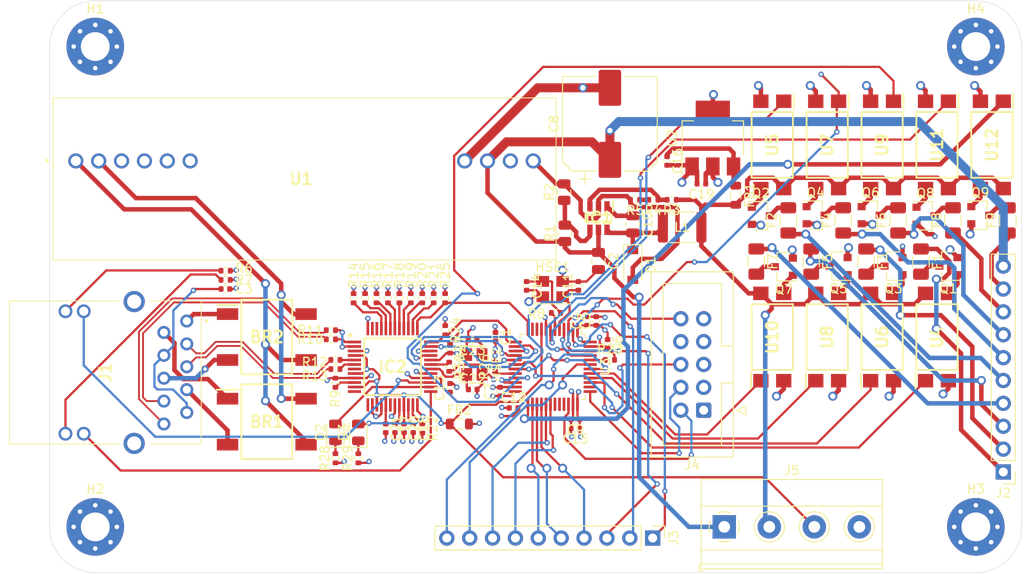
<source format=kicad_pcb>
(kicad_pcb (version 20171130) (host pcbnew 5.1.7)
  (layers (0 F.Cu signal) (1 In1.Cu power) (2 In2.Cu power) (31 B.Cu signal) (34 B.Paste user) (35 F.Paste user) (36 B.SilkS user) (37 F.SilkS user) (38 B.Mask user) (39 F.Mask user) (44 Edge.Cuts user))
  (net 0 "")
  (net 1 ETH_36_CT)
  (net 2 ETH_12_CT)
  (net 3 "Net-(BR1-Pad3)")
  (net 4 "Net-(BR1-Pad4)")
  (net 5 ETH_45_PAIR)
  (net 6 ETH_78_PAIR)
  (net 7 GND)
  (net 8 +3V3)
  (net 9 +24V)
  (net 10 "Net-(C3-Pad1)")
  (net 11 "Net-(C10-Pad2)")
  (net 12 "Net-(C10-Pad1)")
  (net 13 HSE_IN)
  (net 14 "Net-(C14-Pad1)")
  (net 15 "Net-(C16-Pad1)")
  (net 16 "Net-(C17-Pad1)")
  (net 17 "Net-(C18-Pad1)")
  (net 18 +3.3VA)
  (net 19 ETH_HSE_IN)
  (net 20 "Net-(C23-Pad1)")
  (net 21 "Net-(D2-Pad1)")
  (net 22 "Net-(D2-Pad2)")
  (net 23 "Net-(D3-Pad2)")
  (net 24 "Net-(D3-Pad1)")
  (net 25 O1)
  (net 26 "Net-(F1-Pad2)")
  (net 27 O5)
  (net 28 "Net-(F2-Pad2)")
  (net 29 O2)
  (net 30 "Net-(F3-Pad2)")
  (net 31 "Net-(F4-Pad2)")
  (net 32 O6)
  (net 33 O3)
  (net 34 "Net-(F5-Pad2)")
  (net 35 O7)
  (net 36 "Net-(F6-Pad2)")
  (net 37 "Net-(F7-Pad2)")
  (net 38 O4)
  (net 39 "Net-(F8-Pad2)")
  (net 40 O8)
  (net 41 "Net-(F9-Pad2)")
  (net 42 O9)
  (net 43 +5V)
  (net 44 "Net-(IC1-Pad3)")
  (net 45 "Net-(IC1-Pad4)")
  (net 46 "Net-(IC2-Pad1)")
  (net 47 "Net-(IC2-Pad2)")
  (net 48 "Net-(IC2-Pad5)")
  (net 49 "Net-(IC2-Pad6)")
  (net 50 "Net-(IC2-Pad7)")
  (net 51 "Net-(IC2-Pad10)")
  (net 52 "Net-(IC2-Pad12)")
  (net 53 "Net-(IC2-Pad13)")
  (net 54 "Net-(IC2-Pad18)")
  (net 55 "Net-(IC2-Pad23)")
  (net 56 LINKLED)
  (net 57 ACTLED)
  (net 58 ETH_HSE_OUT)
  (net 59 SCSN)
  (net 60 SCK)
  (net 61 MISO)
  (net 62 MOSI)
  (net 63 ETH_INTN)
  (net 64 ETH_NRST)
  (net 65 "Net-(IC2-Pad38)")
  (net 66 "Net-(IC2-Pad39)")
  (net 67 "Net-(IC2-Pad40)")
  (net 68 "Net-(IC2-Pad41)")
  (net 69 "Net-(IC2-Pad42)")
  (net 70 "Net-(IC2-Pad43)")
  (net 71 "Net-(IC2-Pad44)")
  (net 72 "Net-(IC2-Pad45)")
  (net 73 "Net-(IC2-Pad46)")
  (net 74 "Net-(IC2-Pad47)")
  (net 75 ETH_RX_N)
  (net 76 ETH_RX_P)
  (net 77 ETH_TX_N)
  (net 78 ETH_TX_P)
  (net 79 "Net-(J1-PadL2)")
  (net 80 "Net-(J1-PadL4)")
  (net 81 I2C_SCL)
  (net 82 I2C_SDA)
  (net 83 RX_1)
  (net 84 TX_1)
  (net 85 PB13)
  (net 86 PB14)
  (net 87 PB15)
  (net 88 PC15)
  (net 89 PC14)
  (net 90 PC13)
  (net 91 "Net-(J4-Pad7)")
  (net 92 SW_DIO)
  (net 93 SW_CLK)
  (net 94 SWO)
  (net 95 "Net-(J4-Pad8)")
  (net 96 NRST)
  (net 97 "Net-(Q1-Pad1)")
  (net 98 "Net-(Q2-Pad1)")
  (net 99 "Net-(Q3-Pad1)")
  (net 100 "Net-(Q4-Pad1)")
  (net 101 "Net-(Q5-Pad1)")
  (net 102 "Net-(Q6-Pad1)")
  (net 103 "Net-(Q7-Pad1)")
  (net 104 "Net-(Q8-Pad1)")
  (net 105 "Net-(Q9-Pad1)")
  (net 106 "Net-(R4-Pad2)")
  (net 107 HSE_OUT)
  (net 108 BOOT0)
  (net 109 BOOT1)
  (net 110 "Net-(U1-Pad3)")
  (net 111 "Net-(U1-Pad4)")
  (net 112 "Net-(U1-Pad5)")
  (net 113 "Net-(U1-Pad6)")
  (net 114 "Net-(U1-Pad9)")
  (net 115 "Net-(U3-Pad10)")
  (net 116 "Net-(U3-Pad11)")
  (net 117 PB0)
  (net 118 PB1)
  (net 119 PB10)
  (net 120 PB11)
  (net 121 PB12)
  (net 122 "Net-(U3-Pad31)")
  (net 123 "Net-(U3-Pad32)")
  (net 124 "Net-(U3-Pad33)")
  (net 125 "Net-(U3-Pad38)")
  (net 126 PB4)
  (net 127 PB5)
  (net 128 PB8)
  (net 129 PB9)
  (module library:SOP510P990X340-4N (layer F.Cu) (at 120.65 100.076)
    (fp_text reference BR1 (at 0 0) (layer F.SilkS) (effects (font (size 1.27 1.27) (thickness 0.254))))
    (fp_text value DB107S hide)
    (pad 1 smd rect (at -4.362 -2.55 90) (size 1.3 2.375) (layers F.Cu F.Paste F.Mask) (net 1 ETH_36_CT))
    (pad 2 smd rect (at -4.362 2.55 90) (size 1.3 2.375) (layers F.Cu F.Paste F.Mask) (net 2 ETH_12_CT))
    (pad 3 smd rect (at 4.362 2.55 90) (size 1.3 2.375) (layers F.Cu F.Paste F.Mask) (net 3 "Net-(BR1-Pad3)"))
    (pad 4 smd rect (at 4.362 -2.55 90) (size 1.3 2.375) (layers F.Cu F.Paste F.Mask) (net 4 "Net-(BR1-Pad4)"))
  )
  (module library:SOP510P990X340-4N (layer F.Cu) (at 120.65 90.678)
    (fp_text reference BR2 (at 0 0) (layer F.SilkS) (effects (font (size 1.27 1.27) (thickness 0.254))))
    (fp_text value DB107S hide)
    (pad 4 smd rect (at 4.362 -2.55 90) (size 1.3 2.375) (layers F.Cu F.Paste F.Mask) (net 4 "Net-(BR1-Pad4)"))
    (pad 3 smd rect (at 4.362 2.55 90) (size 1.3 2.375) (layers F.Cu F.Paste F.Mask) (net 3 "Net-(BR1-Pad3)"))
    (pad 2 smd rect (at -4.362 2.55 90) (size 1.3 2.375) (layers F.Cu F.Paste F.Mask) (net 5 ETH_45_PAIR))
    (pad 1 smd rect (at -4.362 -2.55 90) (size 1.3 2.375) (layers F.Cu F.Paste F.Mask) (net 6 ETH_78_PAIR))
  )
  (module Capacitor_SMD:C_0402_1005Metric (layer F.Cu) (at 146.05 90.65 270)
    (fp_text reference C1 (at 0 -1.16 90) (layer F.SilkS))
    (fp_text value 10uF)
    (pad 2 smd roundrect (at 0.48 0 270) (size 0.56 0.62) (layers F.Cu F.Paste F.Mask) (net 7 GND))
    (pad 1 smd roundrect (at -0.48 0 270) (size 0.56 0.62) (layers F.Cu F.Paste F.Mask) (net 8 +3V3))
  )
  (module Capacitor_SMD:C_0805_2012Metric (layer F.Cu) (at 157.48 82.23 270)
    (fp_text reference C2 (at 0 -1.68 90) (layer F.SilkS))
    (fp_text value 10uF)
    (pad 1 smd roundrect (at -0.95 0 270) (size 1 1.45) (layers F.Cu F.Paste F.Mask) (net 9 +24V))
    (pad 2 smd roundrect (at 0.95 0 270) (size 1 1.45) (layers F.Cu F.Paste F.Mask) (net 7 GND))
  )
  (module Capacitor_SMD:C_0402_1005Metric (layer F.Cu) (at 116.05 85.344)
    (fp_text reference C3 (at 2.06 0) (layer F.SilkS))
    (fp_text value 100nF)
    (pad 2 smd roundrect (at 0.48 0) (size 0.56 0.62) (layers F.Cu F.Paste F.Mask) (net 7 GND))
    (pad 1 smd roundrect (at -0.48 0) (size 0.56 0.62) (layers F.Cu F.Paste F.Mask) (net 10 "Net-(C3-Pad1)"))
  )
  (module Capacitor_SMD:C_0402_1005Metric (layer F.Cu) (at 156.21 88.9 90)
    (fp_text reference C4 (at 0 -1.16 90) (layer F.SilkS))
    (fp_text value 100nF)
    (pad 2 smd roundrect (at 0.48 0 90) (size 0.56 0.62) (layers F.Cu F.Paste F.Mask) (net 7 GND))
    (pad 1 smd roundrect (at -0.48 0 90) (size 0.56 0.62) (layers F.Cu F.Paste F.Mask) (net 8 +3V3))
  )
  (module Capacitor_SMD:C_0402_1005Metric (layer F.Cu) (at 157.226 88.9 90)
    (fp_text reference C5 (at 0 -1.16 90) (layer F.SilkS))
    (fp_text value 100nF)
    (pad 2 smd roundrect (at 0.48 0 90) (size 0.56 0.62) (layers F.Cu F.Paste F.Mask) (net 7 GND))
    (pad 1 smd roundrect (at -0.48 0 90) (size 0.56 0.62) (layers F.Cu F.Paste F.Mask) (net 8 +3V3))
  )
  (module Capacitor_SMD:C_0402_1005Metric (layer F.Cu) (at 158.496 91.44 270)
    (fp_text reference C6 (at 0 -1.16 90) (layer F.SilkS))
    (fp_text value 100nF)
    (pad 1 smd roundrect (at -0.48 0 270) (size 0.56 0.62) (layers F.Cu F.Paste F.Mask) (net 8 +3V3))
    (pad 2 smd roundrect (at 0.48 0 270) (size 0.56 0.62) (layers F.Cu F.Paste F.Mask) (net 7 GND))
  )
  (module Capacitor_SMD:C_0402_1005Metric (layer F.Cu) (at 146.558 96.746 90)
    (fp_text reference C7 (at 0 -1.16 90) (layer F.SilkS))
    (fp_text value 100nF)
    (pad 2 smd roundrect (at 0.48 0 90) (size 0.56 0.62) (layers F.Cu F.Paste F.Mask) (net 7 GND))
    (pad 1 smd roundrect (at -0.48 0 90) (size 0.56 0.62) (layers F.Cu F.Paste F.Mask) (net 8 +3V3))
  )
  (module Capacitor_SMD:CP_Elec_10x10 (layer F.Cu) (at 158.75 67 90)
    (fp_text reference C8 (at 0 -6.2 90) (layer F.SilkS))
    (fp_text value 470uF)
    (pad 1 smd roundrect (at -4 0 90) (size 4 2.5) (layers F.Cu F.Paste F.Mask) (roundrect_rratio 0.1) (net 9 +24V))
    (pad 2 smd roundrect (at 4 0 90) (size 4 2.5) (layers F.Cu F.Paste F.Mask) (roundrect_rratio 0.1) (net 7 GND))
  )
  (module Capacitor_SMD:C_0402_1005Metric (layer F.Cu) (at 154.912 99.822 180)
    (fp_text reference C9 (at 0 -1.16) (layer F.SilkS))
    (fp_text value 100nF)
    (pad 1 smd roundrect (at -0.48 0 180) (size 0.56 0.62) (layers F.Cu F.Paste F.Mask) (net 8 +3V3))
    (pad 2 smd roundrect (at 0.48 0 180) (size 0.56 0.62) (layers F.Cu F.Paste F.Mask) (net 7 GND))
  )
  (module Capacitor_SMD:C_0805_2012Metric (layer F.Cu) (at 161.29 78.166 270)
    (fp_text reference C10 (at 0 -1.68 90) (layer F.SilkS))
    (fp_text value 1u)
    (pad 2 smd roundrect (at 0.95 0 270) (size 1 1.45) (layers F.Cu F.Paste F.Mask) (net 11 "Net-(C10-Pad2)"))
    (pad 1 smd roundrect (at -0.95 0 270) (size 1 1.45) (layers F.Cu F.Paste F.Mask) (net 12 "Net-(C10-Pad1)"))
  )
  (module Capacitor_SMD:C_0402_1005Metric (layer F.Cu) (at 155.25 85 90)
    (fp_text reference C11 (at 0 -1.16 90) (layer F.SilkS))
    (fp_text value 15pf)
    (pad 1 smd roundrect (at -0.48 0 90) (size 0.56 0.62) (layers F.Cu F.Paste F.Mask) (net 13 HSE_IN))
    (pad 2 smd roundrect (at 0.48 0 90) (size 0.56 0.62) (layers F.Cu F.Paste F.Mask) (net 7 GND))
  )
  (module Capacitor_SMD:C_0402_1005Metric (layer F.Cu) (at 148.054 98.552)
    (fp_text reference C12 (at 0 -1.16) (layer F.SilkS))
    (fp_text value 100nF)
    (pad 2 smd roundrect (at 0.48 0) (size 0.56 0.62) (layers F.Cu F.Paste F.Mask) (net 7 GND))
    (pad 1 smd roundrect (at -0.48 0) (size 0.56 0.62) (layers F.Cu F.Paste F.Mask) (net 8 +3V3))
  )
  (module Capacitor_SMD:C_0402_1005Metric (layer F.Cu) (at 141 96.32 90)
    (fp_text reference C13 (at 0 -1.16 90) (layer F.SilkS))
    (fp_text value 100nF)
    (pad 1 smd roundrect (at -0.48 0 90) (size 0.56 0.62) (layers F.Cu F.Paste F.Mask) (net 8 +3V3))
    (pad 2 smd roundrect (at 0.48 0 90) (size 0.56 0.62) (layers F.Cu F.Paste F.Mask) (net 7 GND))
  )
  (module Capacitor_SMD:C_0402_1005Metric (layer F.Cu) (at 149.5 85 270)
    (fp_text reference C14 (at 0 -1.16 90) (layer F.SilkS))
    (fp_text value 15pf)
    (pad 2 smd roundrect (at 0.48 0 270) (size 0.56 0.62) (layers F.Cu F.Paste F.Mask) (net 7 GND))
    (pad 1 smd roundrect (at -0.48 0 270) (size 0.56 0.62) (layers F.Cu F.Paste F.Mask) (net 14 "Net-(C14-Pad1)"))
  )
  (module Capacitor_SMD:C_0402_1005Metric (layer F.Cu) (at 154.912 100.838 180)
    (fp_text reference C15 (at 0 -1.16) (layer F.SilkS))
    (fp_text value 100nF)
    (pad 1 smd roundrect (at -0.48 0 180) (size 0.56 0.62) (layers F.Cu F.Paste F.Mask) (net 8 +3V3))
    (pad 2 smd roundrect (at 0.48 0 180) (size 0.56 0.62) (layers F.Cu F.Paste F.Mask) (net 7 GND))
  )
  (module Capacitor_SMD:C_0402_1005Metric (layer F.Cu) (at 165.1 71.12 270)
    (fp_text reference C16 (at 0 -1.16 90) (layer F.SilkS))
    (fp_text value 10uF)
    (pad 2 smd roundrect (at 0.48 0 270) (size 0.56 0.62) (layers F.Cu F.Paste F.Mask) (net 7 GND))
    (pad 1 smd roundrect (at -0.48 0 270) (size 0.56 0.62) (layers F.Cu F.Paste F.Mask) (net 15 "Net-(C16-Pad1)"))
  )
  (module Capacitor_SMD:C_0402_1005Metric (layer F.Cu) (at 134.874 100.81 270)
    (fp_text reference C17 (at 0 -1.16 90) (layer F.SilkS))
    (fp_text value 4.7uF)
    (pad 1 smd roundrect (at -0.48 0 270) (size 0.56 0.62) (layers F.Cu F.Paste F.Mask) (net 16 "Net-(C17-Pad1)"))
    (pad 2 smd roundrect (at 0.48 0 270) (size 0.56 0.62) (layers F.Cu F.Paste F.Mask) (net 7 GND))
  )
  (module Capacitor_SMD:C_0402_1005Metric (layer F.Cu) (at 136.906 100.81 270)
    (fp_text reference C18 (at 0 -1.16 90) (layer F.SilkS))
    (fp_text value 10nF)
    (pad 2 smd roundrect (at 0.48 0 270) (size 0.56 0.62) (layers F.Cu F.Paste F.Mask) (net 7 GND))
    (pad 1 smd roundrect (at -0.48 0 270) (size 0.56 0.62) (layers F.Cu F.Paste F.Mask) (net 17 "Net-(C18-Pad1)"))
  )
  (module Capacitor_SMD:C_0402_1005Metric (layer F.Cu) (at 168.91 73.66 180)
    (fp_text reference C19 (at 0 -1.16) (layer F.SilkS))
    (fp_text value 10uF)
    (pad 1 smd roundrect (at -0.48 0 180) (size 0.56 0.62) (layers F.Cu F.Paste F.Mask) (net 8 +3V3))
    (pad 2 smd roundrect (at 0.48 0 180) (size 0.56 0.62) (layers F.Cu F.Paste F.Mask) (net 7 GND))
  )
  (module Capacitor_SMD:C_0402_1005Metric (layer F.Cu) (at 135.89 100.81 270)
    (fp_text reference C20 (at 0 -1.16 90) (layer F.SilkS))
    (fp_text value 100nF)
    (pad 1 smd roundrect (at -0.48 0 270) (size 0.56 0.62) (layers F.Cu F.Paste F.Mask) (net 18 +3.3VA))
    (pad 2 smd roundrect (at 0.48 0 270) (size 0.56 0.62) (layers F.Cu F.Paste F.Mask) (net 7 GND))
  )
  (module Capacitor_SMD:C_0402_1005Metric (layer F.Cu) (at 133.858 100.81 270)
    (fp_text reference C21 (at 0 -1.16 90) (layer F.SilkS))
    (fp_text value 10nF)
    (pad 1 smd roundrect (at -0.48 0 270) (size 0.56 0.62) (layers F.Cu F.Paste F.Mask) (net 18 +3.3VA))
    (pad 2 smd roundrect (at 0.48 0 270) (size 0.56 0.62) (layers F.Cu F.Paste F.Mask) (net 7 GND))
  )
  (module Capacitor_SMD:C_0402_1005Metric (layer F.Cu) (at 143.52 96.5)
    (fp_text reference C22 (at 0 -1.16) (layer F.SilkS))
    (fp_text value 15pf)
    (pad 1 smd roundrect (at -0.48 0) (size 0.56 0.62) (layers F.Cu F.Paste F.Mask) (net 19 ETH_HSE_IN))
    (pad 2 smd roundrect (at 0.48 0) (size 0.56 0.62) (layers F.Cu F.Paste F.Mask) (net 7 GND))
  )
  (module Capacitor_SMD:C_0402_1005Metric (layer F.Cu) (at 143.5 91 180)
    (fp_text reference C23 (at 0 -1.16) (layer F.SilkS))
    (fp_text value 15pf)
    (pad 2 smd roundrect (at 0.48 0 180) (size 0.56 0.62) (layers F.Cu F.Paste F.Mask) (net 7 GND))
    (pad 1 smd roundrect (at -0.48 0 180) (size 0.56 0.62) (layers F.Cu F.Paste F.Mask) (net 20 "Net-(C23-Pad1)"))
  )
  (module Diode_SMD:D_SOD-123 (layer F.Cu) (at 161.29 82.676 270)
    (fp_text reference D1 (at 0 -2 90) (layer F.SilkS))
    (fp_text value B5819W)
    (pad 1 smd rect (at -1.65 0 270) (size 0.9 1.2) (layers F.Cu F.Paste F.Mask) (net 11 "Net-(C10-Pad2)"))
    (pad 2 smd rect (at 1.65 0 270) (size 0.9 1.2) (layers F.Cu F.Paste F.Mask) (net 7 GND))
  )
  (module LED_SMD:LED_0805_2012Metric (layer F.Cu) (at 128.27 101.2675 90)
    (fp_text reference D2 (at 0 -1.65 90) (layer F.SilkS))
    (fp_text value LED)
    (pad 1 smd roundrect (at -0.9375 0 90) (size 0.975 1.4) (layers F.Cu F.Paste F.Mask) (net 21 "Net-(D2-Pad1)"))
    (pad 2 smd roundrect (at 0.9375 0 90) (size 0.975 1.4) (layers F.Cu F.Paste F.Mask) (net 22 "Net-(D2-Pad2)"))
  )
  (module LED_SMD:LED_0805_2012Metric (layer F.Cu) (at 130.81 101.2675 90)
    (fp_text reference D3 (at 0 -1.65 90) (layer F.SilkS))
    (fp_text value LED)
    (pad 2 smd roundrect (at 0.9375 0 90) (size 0.975 1.4) (layers F.Cu F.Paste F.Mask) (net 23 "Net-(D3-Pad2)"))
    (pad 1 smd roundrect (at -0.9375 0 90) (size 0.975 1.4) (layers F.Cu F.Paste F.Mask) (net 24 "Net-(D3-Pad1)"))
  )
  (module Fuse:Fuse_1206_3216Metric (layer F.Cu) (at 193.294 82.296 270)
    (fp_text reference F1 (at 0 -1.82 90) (layer F.SilkS))
    (fp_text value nSMD050-24V)
    (pad 1 smd roundrect (at -1.4 0 270) (size 1.25 1.75) (layers F.Cu F.Paste F.Mask) (roundrect_rratio 0.2) (net 25 O1))
    (pad 2 smd roundrect (at 1.4 0 270) (size 1.25 1.75) (layers F.Cu F.Paste F.Mask) (roundrect_rratio 0.2) (net 26 "Net-(F1-Pad2)"))
  )
  (module Fuse:Fuse_1206_3216Metric (layer F.Cu) (at 178.562 77.724 90)
    (fp_text reference F2 (at 0 -1.82 90) (layer F.SilkS))
    (fp_text value nSMD050-24V)
    (pad 1 smd roundrect (at -1.4 0 90) (size 1.25 1.75) (layers F.Cu F.Paste F.Mask) (roundrect_rratio 0.2) (net 27 O5))
    (pad 2 smd roundrect (at 1.4 0 90) (size 1.25 1.75) (layers F.Cu F.Paste F.Mask) (roundrect_rratio 0.2) (net 28 "Net-(F2-Pad2)"))
  )
  (module Fuse:Fuse_1206_3216Metric (layer F.Cu) (at 187.198 82.296 270)
    (fp_text reference F3 (at 0 -1.82 90) (layer F.SilkS))
    (fp_text value nSMD050-24V)
    (pad 1 smd roundrect (at -1.4 0 270) (size 1.25 1.75) (layers F.Cu F.Paste F.Mask) (roundrect_rratio 0.2) (net 29 O2))
    (pad 2 smd roundrect (at 1.4 0 270) (size 1.25 1.75) (layers F.Cu F.Paste F.Mask) (roundrect_rratio 0.2) (net 30 "Net-(F3-Pad2)"))
  )
  (module Fuse:Fuse_1206_3216Metric (layer F.Cu) (at 184.658 77.724 90)
    (fp_text reference F4 (at 0 -1.82 90) (layer F.SilkS))
    (fp_text value nSMD050-24V)
    (pad 2 smd roundrect (at 1.4 0 90) (size 1.25 1.75) (layers F.Cu F.Paste F.Mask) (roundrect_rratio 0.2) (net 31 "Net-(F4-Pad2)"))
    (pad 1 smd roundrect (at -1.4 0 90) (size 1.25 1.75) (layers F.Cu F.Paste F.Mask) (roundrect_rratio 0.2) (net 32 O6))
  )
  (module Fuse:Fuse_1206_3216Metric (layer F.Cu) (at 181.102 82.296 270)
    (fp_text reference F5 (at 0 -1.82 90) (layer F.SilkS))
    (fp_text value nSMD050-24V)
    (pad 1 smd roundrect (at -1.4 0 270) (size 1.25 1.75) (layers F.Cu F.Paste F.Mask) (roundrect_rratio 0.2) (net 33 O3))
    (pad 2 smd roundrect (at 1.4 0 270) (size 1.25 1.75) (layers F.Cu F.Paste F.Mask) (roundrect_rratio 0.2) (net 34 "Net-(F5-Pad2)"))
  )
  (module Fuse:Fuse_1206_3216Metric (layer F.Cu) (at 190.754 77.724 90)
    (fp_text reference F6 (at 0 -1.82 90) (layer F.SilkS))
    (fp_text value nSMD050-24V)
    (pad 1 smd roundrect (at -1.4 0 90) (size 1.25 1.75) (layers F.Cu F.Paste F.Mask) (roundrect_rratio 0.2) (net 35 O7))
    (pad 2 smd roundrect (at 1.4 0 90) (size 1.25 1.75) (layers F.Cu F.Paste F.Mask) (roundrect_rratio 0.2) (net 36 "Net-(F6-Pad2)"))
  )
  (module Fuse:Fuse_1206_3216Metric (layer F.Cu) (at 175.006 82.296 270)
    (fp_text reference F7 (at 0 -1.82 90) (layer F.SilkS))
    (fp_text value nSMD050-24V)
    (pad 2 smd roundrect (at 1.4 0 270) (size 1.25 1.75) (layers F.Cu F.Paste F.Mask) (roundrect_rratio 0.2) (net 37 "Net-(F7-Pad2)"))
    (pad 1 smd roundrect (at -1.4 0 270) (size 1.25 1.75) (layers F.Cu F.Paste F.Mask) (roundrect_rratio 0.2) (net 38 O4))
  )
  (module Fuse:Fuse_1206_3216Metric (layer F.Cu) (at 196.85 77.724 90)
    (fp_text reference F8 (at 0 -1.82 90) (layer F.SilkS))
    (fp_text value nSMD050-24V)
    (pad 2 smd roundrect (at 1.4 0 90) (size 1.25 1.75) (layers F.Cu F.Paste F.Mask) (roundrect_rratio 0.2) (net 39 "Net-(F8-Pad2)"))
    (pad 1 smd roundrect (at -1.4 0 90) (size 1.25 1.75) (layers F.Cu F.Paste F.Mask) (roundrect_rratio 0.2) (net 40 O8))
  )
  (module Fuse:Fuse_1206_3216Metric (layer F.Cu) (at 202.946 77.724 90)
    (fp_text reference F9 (at 0 -1.82 90) (layer F.SilkS))
    (fp_text value nSMD050-24V)
    (pad 2 smd roundrect (at 1.4 0 90) (size 1.25 1.75) (layers F.Cu F.Paste F.Mask) (roundrect_rratio 0.2) (net 41 "Net-(F9-Pad2)"))
    (pad 1 smd roundrect (at -1.4 0 90) (size 1.25 1.75) (layers F.Cu F.Paste F.Mask) (roundrect_rratio 0.2) (net 42 O9))
  )
  (module Inductor_SMD:L_0805_2012Metric (layer F.Cu) (at 172.72 74.93 270)
    (fp_text reference FB1 (at 0 -1.55 90) (layer F.SilkS))
    (fp_text value "600 @ 600 MHz")
    (pad 2 smd roundrect (at 1.0625 0 270) (size 0.875 1.2) (layers F.Cu F.Paste F.Mask) (net 43 +5V))
    (pad 1 smd roundrect (at -1.0625 0 270) (size 0.875 1.2) (layers F.Cu F.Paste F.Mask) (net 15 "Net-(C16-Pad1)"))
  )
  (module Inductor_SMD:L_0805_2012Metric (layer F.Cu) (at 142.0325 100.33)
    (fp_text reference FB2 (at 0 -1.55) (layer F.SilkS))
    (fp_text value "600 @ 600 MHz")
    (pad 1 smd roundrect (at -1.0625 0) (size 0.875 1.2) (layers F.Cu F.Paste F.Mask) (net 18 +3.3VA))
    (pad 2 smd roundrect (at 1.0625 0) (size 0.875 1.2) (layers F.Cu F.Paste F.Mask) (net 8 +3V3))
  )
  (module MountingHole:MountingHole_3.2mm_M3_Pad_Via (layer F.Cu) (at 101.6 58.42)
    (fp_text reference H1 (at 0 -4.2) (layer F.SilkS))
    (fp_text value MountingHole_Pad)
    (pad 1 thru_hole circle (at 0 0) (size 6.4 6.4) (drill 3.2) (layers *.Cu *.Mask) (net 7 GND))
    (pad 1 thru_hole circle (at 2.4 0) (size 0.8 0.8) (drill 0.5) (layers *.Cu *.Mask) (net 7 GND))
    (pad 1 thru_hole circle (at 1.697056 1.697056) (size 0.8 0.8) (drill 0.5) (layers *.Cu *.Mask) (net 7 GND))
    (pad 1 thru_hole circle (at 0 2.4) (size 0.8 0.8) (drill 0.5) (layers *.Cu *.Mask) (net 7 GND))
    (pad 1 thru_hole circle (at -1.697056 1.697056) (size 0.8 0.8) (drill 0.5) (layers *.Cu *.Mask) (net 7 GND))
    (pad 1 thru_hole circle (at -2.4 0) (size 0.8 0.8) (drill 0.5) (layers *.Cu *.Mask) (net 7 GND))
    (pad 1 thru_hole circle (at -1.697056 -1.697056) (size 0.8 0.8) (drill 0.5) (layers *.Cu *.Mask) (net 7 GND))
    (pad 1 thru_hole circle (at 0 -2.4) (size 0.8 0.8) (drill 0.5) (layers *.Cu *.Mask) (net 7 GND))
    (pad 1 thru_hole circle (at 1.697056 -1.697056) (size 0.8 0.8) (drill 0.5) (layers *.Cu *.Mask) (net 7 GND))
  )
  (module MountingHole:MountingHole_3.2mm_M3_Pad_Via (layer F.Cu) (at 101.6 111.76)
    (fp_text reference H2 (at 0 -4.2) (layer F.SilkS))
    (fp_text value MountingHole)
    (pad 1 thru_hole circle (at 1.697056 -1.697056) (size 0.8 0.8) (drill 0.5) (layers *.Cu *.Mask))
    (pad 1 thru_hole circle (at 0 -2.4) (size 0.8 0.8) (drill 0.5) (layers *.Cu *.Mask))
    (pad 1 thru_hole circle (at -1.697056 -1.697056) (size 0.8 0.8) (drill 0.5) (layers *.Cu *.Mask))
    (pad 1 thru_hole circle (at -2.4 0) (size 0.8 0.8) (drill 0.5) (layers *.Cu *.Mask))
    (pad 1 thru_hole circle (at -1.697056 1.697056) (size 0.8 0.8) (drill 0.5) (layers *.Cu *.Mask))
    (pad 1 thru_hole circle (at 0 2.4) (size 0.8 0.8) (drill 0.5) (layers *.Cu *.Mask))
    (pad 1 thru_hole circle (at 1.697056 1.697056) (size 0.8 0.8) (drill 0.5) (layers *.Cu *.Mask))
    (pad 1 thru_hole circle (at 2.4 0) (size 0.8 0.8) (drill 0.5) (layers *.Cu *.Mask))
    (pad 1 thru_hole circle (at 0 0) (size 6.4 6.4) (drill 3.2) (layers *.Cu *.Mask))
  )
  (module MountingHole:MountingHole_3.2mm_M3_Pad_Via (layer F.Cu) (at 199.39 111.76)
    (fp_text reference H3 (at 0 -4.2) (layer F.SilkS))
    (fp_text value MountingHole)
    (pad 1 thru_hole circle (at 0 0) (size 6.4 6.4) (drill 3.2) (layers *.Cu *.Mask))
    (pad 1 thru_hole circle (at 2.4 0) (size 0.8 0.8) (drill 0.5) (layers *.Cu *.Mask))
    (pad 1 thru_hole circle (at 1.697056 1.697056) (size 0.8 0.8) (drill 0.5) (layers *.Cu *.Mask))
    (pad 1 thru_hole circle (at 0 2.4) (size 0.8 0.8) (drill 0.5) (layers *.Cu *.Mask))
    (pad 1 thru_hole circle (at -1.697056 1.697056) (size 0.8 0.8) (drill 0.5) (layers *.Cu *.Mask))
    (pad 1 thru_hole circle (at -2.4 0) (size 0.8 0.8) (drill 0.5) (layers *.Cu *.Mask))
    (pad 1 thru_hole circle (at -1.697056 -1.697056) (size 0.8 0.8) (drill 0.5) (layers *.Cu *.Mask))
    (pad 1 thru_hole circle (at 0 -2.4) (size 0.8 0.8) (drill 0.5) (layers *.Cu *.Mask))
    (pad 1 thru_hole circle (at 1.697056 -1.697056) (size 0.8 0.8) (drill 0.5) (layers *.Cu *.Mask))
  )
  (module MountingHole:MountingHole_3.2mm_M3_Pad_Via (layer F.Cu) (at 199.39 58.42)
    (fp_text reference H4 (at 0 -4.2) (layer F.SilkS))
    (fp_text value MountingHole)
    (pad 1 thru_hole circle (at 1.697056 -1.697056) (size 0.8 0.8) (drill 0.5) (layers *.Cu *.Mask))
    (pad 1 thru_hole circle (at 0 -2.4) (size 0.8 0.8) (drill 0.5) (layers *.Cu *.Mask))
    (pad 1 thru_hole circle (at -1.697056 -1.697056) (size 0.8 0.8) (drill 0.5) (layers *.Cu *.Mask))
    (pad 1 thru_hole circle (at -2.4 0) (size 0.8 0.8) (drill 0.5) (layers *.Cu *.Mask))
    (pad 1 thru_hole circle (at -1.697056 1.697056) (size 0.8 0.8) (drill 0.5) (layers *.Cu *.Mask))
    (pad 1 thru_hole circle (at 0 2.4) (size 0.8 0.8) (drill 0.5) (layers *.Cu *.Mask))
    (pad 1 thru_hole circle (at 1.697056 1.697056) (size 0.8 0.8) (drill 0.5) (layers *.Cu *.Mask))
    (pad 1 thru_hole circle (at 2.4 0) (size 0.8 0.8) (drill 0.5) (layers *.Cu *.Mask))
    (pad 1 thru_hole circle (at 0 0) (size 6.4 6.4) (drill 3.2) (layers *.Cu *.Mask))
  )
  (module Crystal:Crystal_SMD_3225-4Pin_3.2x2.5mm (layer F.Cu) (at 152.4 85.35)
    (fp_text reference HSE1 (at 0 -2.45) (layer F.SilkS))
    (fp_text value 25Mhz)
    (pad 1 smd rect (at -1.1 0.85) (size 1.4 1.2) (layers F.Cu F.Paste F.Mask) (net 7 GND))
    (pad 2 smd rect (at 1.1 0.85) (size 1.4 1.2) (layers F.Cu F.Paste F.Mask) (net 13 HSE_IN))
    (pad 3 smd rect (at 1.1 -0.85) (size 1.4 1.2) (layers F.Cu F.Paste F.Mask) (net 7 GND))
    (pad 4 smd rect (at -1.1 -0.85) (size 1.4 1.2) (layers F.Cu F.Paste F.Mask) (net 14 "Net-(C14-Pad1)"))
  )
  (module Crystal:Crystal_SMD_3225-4Pin_3.2x2.5mm (layer F.Cu) (at 143.702 93.726 270)
    (fp_text reference HSE2 (at 0 -2.45 90) (layer F.SilkS))
    (fp_text value 25Mhz)
    (pad 1 smd rect (at -1.1 0.85 270) (size 1.4 1.2) (layers F.Cu F.Paste F.Mask) (net 7 GND))
    (pad 2 smd rect (at 1.1 0.85 270) (size 1.4 1.2) (layers F.Cu F.Paste F.Mask) (net 19 ETH_HSE_IN))
    (pad 3 smd rect (at 1.1 -0.85 270) (size 1.4 1.2) (layers F.Cu F.Paste F.Mask) (net 7 GND))
    (pad 4 smd rect (at -1.1 -0.85 270) (size 1.4 1.2) (layers F.Cu F.Paste F.Mask) (net 20 "Net-(C23-Pad1)"))
  )
  (module library:MP2359 (layer F.Cu) (at 157.48 77.47 270)
    (fp_text reference IC1 (at -0.03 0) (layer F.SilkS) (effects (font (size 1.27 1.27) (thickness 0.254))))
    (fp_text value MP2359DJ-LF-Z hide)
    (pad 1 smd rect (at -1.3 -0.95) (size 0.6 1.15) (layers F.Cu F.Paste F.Mask) (net 12 "Net-(C10-Pad1)"))
    (pad 2 smd rect (at -1.3 0) (size 0.6 1.15) (layers F.Cu F.Paste F.Mask) (net 7 GND))
    (pad 3 smd rect (at -1.3 0.95) (size 0.6 1.15) (layers F.Cu F.Paste F.Mask) (net 44 "Net-(IC1-Pad3)"))
    (pad 4 smd rect (at 1.3 0.95) (size 0.6 1.15) (layers F.Cu F.Paste F.Mask) (net 45 "Net-(IC1-Pad4)"))
    (pad 5 smd rect (at 1.3 0) (size 0.6 1.15) (layers F.Cu F.Paste F.Mask) (net 9 +24V))
    (pad 6 smd rect (at 1.3 -0.95) (size 0.6 1.15) (layers F.Cu F.Paste F.Mask) (net 11 "Net-(C10-Pad2)"))
  )
  (module library:QFP50P900X900X160-48N (layer F.Cu) (at 134.62 93.98)
    (fp_text reference IC2 (at 0 0) (layer F.SilkS) (effects (font (size 1.27 1.27) (thickness 0.254))))
    (fp_text value W5500 hide)
    (pad 1 smd rect (at -4.238 -2.75 90) (size 0.3 1.475) (layers F.Cu F.Paste F.Mask) (net 46 "Net-(IC2-Pad1)"))
    (pad 2 smd rect (at -4.238 -2.25 90) (size 0.3 1.475) (layers F.Cu F.Paste F.Mask) (net 47 "Net-(IC2-Pad2)"))
    (pad 3 smd rect (at -4.238 -1.75 90) (size 0.3 1.475) (layers F.Cu F.Paste F.Mask) (net 7 GND))
    (pad 4 smd rect (at -4.238 -1.25 90) (size 0.3 1.475) (layers F.Cu F.Paste F.Mask) (net 18 +3.3VA))
    (pad 5 smd rect (at -4.238 -0.75 90) (size 0.3 1.475) (layers F.Cu F.Paste F.Mask) (net 48 "Net-(IC2-Pad5)"))
    (pad 6 smd rect (at -4.238 -0.25 90) (size 0.3 1.475) (layers F.Cu F.Paste F.Mask) (net 49 "Net-(IC2-Pad6)"))
    (pad 7 smd rect (at -4.238 0.25 90) (size 0.3 1.475) (layers F.Cu F.Paste F.Mask) (net 50 "Net-(IC2-Pad7)"))
    (pad 8 smd rect (at -4.238 0.75 90) (size 0.3 1.475) (layers F.Cu F.Paste F.Mask) (net 18 +3.3VA))
    (pad 9 smd rect (at -4.238 1.25 90) (size 0.3 1.475) (layers F.Cu F.Paste F.Mask) (net 7 GND))
    (pad 10 smd rect (at -4.238 1.75 90) (size 0.3 1.475) (layers F.Cu F.Paste F.Mask) (net 51 "Net-(IC2-Pad10)"))
    (pad 11 smd rect (at -4.238 2.25 90) (size 0.3 1.475) (layers F.Cu F.Paste F.Mask) (net 18 +3.3VA))
    (pad 12 smd rect (at -4.238 2.75 90) (size 0.3 1.475) (layers F.Cu F.Paste F.Mask) (net 52 "Net-(IC2-Pad12)"))
    (pad 13 smd rect (at -2.75 4.238) (size 0.3 1.475) (layers F.Cu F.Paste F.Mask) (net 53 "Net-(IC2-Pad13)"))
    (pad 14 smd rect (at -2.25 4.238) (size 0.3 1.475) (layers F.Cu F.Paste F.Mask) (net 7 GND))
    (pad 15 smd rect (at -1.75 4.238) (size 0.3 1.475) (layers F.Cu F.Paste F.Mask) (net 18 +3.3VA))
    (pad 16 smd rect (at -1.25 4.238) (size 0.3 1.475) (layers F.Cu F.Paste F.Mask) (net 7 GND))
    (pad 17 smd rect (at -0.75 4.238) (size 0.3 1.475) (layers F.Cu F.Paste F.Mask) (net 18 +3.3VA))
    (pad 18 smd rect (at -0.25 4.238) (size 0.3 1.475) (layers F.Cu F.Paste F.Mask) (net 54 "Net-(IC2-Pad18)"))
    (pad 19 smd rect (at 0.25 4.238) (size 0.3 1.475) (layers F.Cu F.Paste F.Mask) (net 7 GND))
    (pad 20 smd rect (at 0.75 4.238) (size 0.3 1.475) (layers F.Cu F.Paste F.Mask) (net 16 "Net-(C17-Pad1)"))
    (pad 21 smd rect (at 1.25 4.238) (size 0.3 1.475) (layers F.Cu F.Paste F.Mask) (net 18 +3.3VA))
    (pad 22 smd rect (at 1.75 4.238) (size 0.3 1.475) (layers F.Cu F.Paste F.Mask) (net 17 "Net-(C18-Pad1)"))
    (pad 23 smd rect (at 2.25 4.238) (size 0.3 1.475) (layers F.Cu F.Paste F.Mask) (net 55 "Net-(IC2-Pad23)"))
    (pad 24 smd rect (at 2.75 4.238) (size 0.3 1.475) (layers F.Cu F.Paste F.Mask) (net 23 "Net-(D3-Pad2)"))
    (pad 25 smd rect (at 4.238 2.75 90) (size 0.3 1.475) (layers F.Cu F.Paste F.Mask) (net 56 LINKLED))
    (pad 26 smd rect (at 4.238 2.25 90) (size 0.3 1.475) (layers F.Cu F.Paste F.Mask) (net 22 "Net-(D2-Pad2)"))
    (pad 27 smd rect (at 4.238 1.75 90) (size 0.3 1.475) (layers F.Cu F.Paste F.Mask) (net 57 ACTLED))
    (pad 28 smd rect (at 4.238 1.25 90) (size 0.3 1.475) (layers F.Cu F.Paste F.Mask) (net 8 +3V3))
    (pad 29 smd rect (at 4.238 0.75 90) (size 0.3 1.475) (layers F.Cu F.Paste F.Mask) (net 7 GND))
    (pad 30 smd rect (at 4.238 0.25 90) (size 0.3 1.475) (layers F.Cu F.Paste F.Mask) (net 19 ETH_HSE_IN))
    (pad 31 smd rect (at 4.238 -0.25 90) (size 0.3 1.475) (layers F.Cu F.Paste F.Mask) (net 58 ETH_HSE_OUT))
    (pad 32 smd rect (at 4.238 -0.75 90) (size 0.3 1.475) (layers F.Cu F.Paste F.Mask) (net 59 SCSN))
    (pad 33 smd rect (at 4.238 -1.25 90) (size 0.3 1.475) (layers F.Cu F.Paste F.Mask) (net 60 SCK))
    (pad 34 smd rect (at 4.238 -1.75 90) (size 0.3 1.475) (layers F.Cu F.Paste F.Mask) (net 61 MISO))
    (pad 35 smd rect (at 4.238 -2.25 90) (size 0.3 1.475) (layers F.Cu F.Paste F.Mask) (net 62 MOSI))
    (pad 36 smd rect (at 4.238 -2.75 90) (size 0.3 1.475) (layers F.Cu F.Paste F.Mask) (net 63 ETH_INTN))
    (pad 37 smd rect (at 2.75 -4.238) (size 0.3 1.475) (layers F.Cu F.Paste F.Mask) (net 64 ETH_NRST))
    (pad 38 smd rect (at 2.25 -4.238) (size 0.3 1.475) (layers F.Cu F.Paste F.Mask) (net 65 "Net-(IC2-Pad38)"))
    (pad 39 smd rect (at 1.75 -4.238) (size 0.3 1.475) (layers F.Cu F.Paste F.Mask) (net 66 "Net-(IC2-Pad39)"))
    (pad 40 smd rect (at 1.25 -4.238) (size 0.3 1.475) (layers F.Cu F.Paste F.Mask) (net 67 "Net-(IC2-Pad40)"))
    (pad 41 smd rect (at 0.75 -4.238) (size 0.3 1.475) (layers F.Cu F.Paste F.Mask) (net 68 "Net-(IC2-Pad41)"))
    (pad 42 smd rect (at 0.25 -4.238) (size 0.3 1.475) (layers F.Cu F.Paste F.Mask) (net 69 "Net-(IC2-Pad42)"))
    (pad 43 smd rect (at -0.25 -4.238) (size 0.3 1.475) (layers F.Cu F.Paste F.Mask) (net 70 "Net-(IC2-Pad43)"))
    (pad 44 smd rect (at -0.75 -4.238) (size 0.3 1.475) (layers F.Cu F.Paste F.Mask) (net 71 "Net-(IC2-Pad44)"))
    (pad 45 smd rect (at -1.25 -4.238) (size 0.3 1.475) (layers F.Cu F.Paste F.Mask) (net 72 "Net-(IC2-Pad45)"))
    (pad 46 smd rect (at -1.75 -4.238) (size 0.3 1.475) (layers F.Cu F.Paste F.Mask) (net 73 "Net-(IC2-Pad46)"))
    (pad 47 smd rect (at -2.25 -4.238) (size 0.3 1.475) (layers F.Cu F.Paste F.Mask) (net 74 "Net-(IC2-Pad47)"))
    (pad 48 smd rect (at -2.75 -4.238) (size 0.3 1.475) (layers F.Cu F.Paste F.Mask) (net 7 GND))
  )
  (module library:ARJM11C7114BAEW2 (layer F.Cu) (at 111.76 88.9 270)
    (fp_text reference J1 (at 5.714 9.04 90) (layer F.SilkS) (effects (font (size 1.27 1.27) (thickness 0.254))))
    (fp_text value ARJM11C7-114-BA-EW2 hide)
    (pad 1 thru_hole circle (at 0 0 270) (size 1.446 1.446) (drill 0.89) (layers *.Cu *.Mask) (net 6 ETH_78_PAIR))
    (pad 2 thru_hole circle (at 1.27 2.54 270) (size 1.446 1.446) (drill 0.89) (layers *.Cu *.Mask) (net 1 ETH_36_CT))
    (pad 3 thru_hole circle (at 2.54 0 270) (size 1.446 1.446) (drill 0.89) (layers *.Cu *.Mask) (net 75 ETH_RX_N))
    (pad 4 thru_hole circle (at 3.81 2.54 270) (size 1.446 1.446) (drill 0.89) (layers *.Cu *.Mask) (net 10 "Net-(C3-Pad1)"))
    (pad 5 thru_hole circle (at 5.08 0 270) (size 1.446 1.446) (drill 0.89) (layers *.Cu *.Mask) (net 76 ETH_RX_P))
    (pad 6 thru_hole circle (at 6.35 2.54 270) (size 1.446 1.446) (drill 0.89) (layers *.Cu *.Mask) (net 5 ETH_45_PAIR))
    (pad 7 thru_hole circle (at 7.62 0 270) (size 1.446 1.446) (drill 0.89) (layers *.Cu *.Mask) (net 2 ETH_12_CT))
    (pad 8 thru_hole circle (at 8.89 2.54 270) (size 1.446 1.446) (drill 0.89) (layers *.Cu *.Mask) (net 77 ETH_TX_N))
    (pad 9 thru_hole circle (at 10.16 0 270) (size 1.446 1.446) (drill 0.89) (layers *.Cu *.Mask) (net 10 "Net-(C3-Pad1)"))
    (pad 10 thru_hole circle (at 11.43 2.54 270) (size 1.446 1.446) (drill 0.89) (layers *.Cu *.Mask) (net 78 ETH_TX_P))
    (pad L1 thru_hole circle (at -1.085 11.44 270) (size 1.53 1.53) (drill 1.02) (layers *.Cu *.Mask) (net 57 ACTLED))
    (pad L2 thru_hole circle (at -1.085 13.47 270) (size 1.53 1.53) (drill 1.02) (layers *.Cu *.Mask) (net 79 "Net-(J1-PadL2)"))
    (pad L3 thru_hole circle (at 12.515 11.44 270) (size 1.53 1.53) (drill 1.02) (layers *.Cu *.Mask) (net 56 LINKLED))
    (pad L4 thru_hole circle (at 12.515 13.47 270) (size 1.53 1.53) (drill 1.02) (layers *.Cu *.Mask) (net 80 "Net-(J1-PadL4)"))
    (pad MH1 thru_hole circle (at -2.16 5.84 270) (size 2.355 2.355) (drill 1.57) (layers *.Cu *.Mask) (net 7 GND))
    (pad MH2 thru_hole circle (at 13.59 5.84 270) (size 2.355 2.355) (drill 1.57) (layers *.Cu *.Mask) (net 7 GND))
    (pad MH3 np_thru_hole circle (at 0 8.89 270) (size 3.25 0) (drill 3.25) (layers *.Cu *.Mask))
    (pad MH4 np_thru_hole circle (at 11.43 8.89 270) (size 3.25 0) (drill 3.25) (layers *.Cu *.Mask))
  )
  (module Connector_PinHeader_2.54mm:PinHeader_1x10_P2.54mm_Vertical (layer F.Cu) (at 202.438 105.664 180)
    (fp_text reference J2 (at 0 -2.33) (layer F.SilkS))
    (fp_text value Conn_01x10_Male)
    (pad 1 thru_hole rect (at 0 0 180) (size 1.7 1.7) (drill 1) (layers *.Cu *.Mask) (net 25 O1))
    (pad 2 thru_hole oval (at 0 2.54 180) (size 1.7 1.7) (drill 1) (layers *.Cu *.Mask) (net 29 O2))
    (pad 3 thru_hole oval (at 0 5.08 180) (size 1.7 1.7) (drill 1) (layers *.Cu *.Mask) (net 33 O3))
    (pad 4 thru_hole oval (at 0 7.62 180) (size 1.7 1.7) (drill 1) (layers *.Cu *.Mask) (net 38 O4))
    (pad 5 thru_hole oval (at 0 10.16 180) (size 1.7 1.7) (drill 1) (layers *.Cu *.Mask) (net 27 O5))
    (pad 6 thru_hole oval (at 0 12.7 180) (size 1.7 1.7) (drill 1) (layers *.Cu *.Mask) (net 32 O6))
    (pad 7 thru_hole oval (at 0 15.24 180) (size 1.7 1.7) (drill 1) (layers *.Cu *.Mask) (net 35 O7))
    (pad 8 thru_hole oval (at 0 17.78 180) (size 1.7 1.7) (drill 1) (layers *.Cu *.Mask) (net 40 O8))
    (pad 9 thru_hole oval (at 0 20.32 180) (size 1.7 1.7) (drill 1) (layers *.Cu *.Mask) (net 42 O9))
    (pad 10 thru_hole oval (at 0 22.86 180) (size 1.7 1.7) (drill 1) (layers *.Cu *.Mask) (net 9 +24V))
  )
  (module Connector_PinHeader_2.54mm:PinHeader_1x10_P2.54mm_Vertical (layer F.Cu) (at 163.5 113 270)
    (fp_text reference J3 (at 0 -2.33 90) (layer F.SilkS))
    (fp_text value Conn_01x10_Male)
    (pad 10 thru_hole oval (at 0 22.86 270) (size 1.7 1.7) (drill 1) (layers *.Cu *.Mask) (net 81 I2C_SCL))
    (pad 9 thru_hole oval (at 0 20.32 270) (size 1.7 1.7) (drill 1) (layers *.Cu *.Mask) (net 82 I2C_SDA))
    (pad 8 thru_hole oval (at 0 17.78 270) (size 1.7 1.7) (drill 1) (layers *.Cu *.Mask) (net 83 RX_1))
    (pad 7 thru_hole oval (at 0 15.24 270) (size 1.7 1.7) (drill 1) (layers *.Cu *.Mask) (net 84 TX_1))
    (pad 6 thru_hole oval (at 0 12.7 270) (size 1.7 1.7) (drill 1) (layers *.Cu *.Mask) (net 85 PB13))
    (pad 5 thru_hole oval (at 0 10.16 270) (size 1.7 1.7) (drill 1) (layers *.Cu *.Mask) (net 86 PB14))
    (pad 4 thru_hole oval (at 0 7.62 270) (size 1.7 1.7) (drill 1) (layers *.Cu *.Mask) (net 87 PB15))
    (pad 3 thru_hole oval (at 0 5.08 270) (size 1.7 1.7) (drill 1) (layers *.Cu *.Mask) (net 88 PC15))
    (pad 2 thru_hole oval (at 0 2.54 270) (size 1.7 1.7) (drill 1) (layers *.Cu *.Mask) (net 89 PC14))
    (pad 1 thru_hole rect (at 0 0 270) (size 1.7 1.7) (drill 1) (layers *.Cu *.Mask) (net 90 PC13))
  )
  (module Connector_IDC:IDC-Header_2x05_P2.54mm_Vertical (layer F.Cu) (at 169.164 98.806 180)
    (fp_text reference J4 (at 1.27 -6.1) (layer F.SilkS))
    (fp_text value Conn_02x05_Odd_Even)
    (pad 1 thru_hole roundrect (at 0 0 180) (size 1.7 1.7) (drill 1) (layers *.Cu *.Mask) (roundrect_rratio 0.147059) (net 8 +3V3))
    (pad 3 thru_hole circle (at 0 2.54 180) (size 1.7 1.7) (drill 1) (layers *.Cu *.Mask) (net 7 GND))
    (pad 5 thru_hole circle (at 0 5.08 180) (size 1.7 1.7) (drill 1) (layers *.Cu *.Mask) (net 7 GND))
    (pad 7 thru_hole circle (at 0 7.62 180) (size 1.7 1.7) (drill 1) (layers *.Cu *.Mask) (net 91 "Net-(J4-Pad7)"))
    (pad 9 thru_hole circle (at 0 10.16 180) (size 1.7 1.7) (drill 1) (layers *.Cu *.Mask) (net 7 GND))
    (pad 2 thru_hole circle (at 2.54 0 180) (size 1.7 1.7) (drill 1) (layers *.Cu *.Mask) (net 92 SW_DIO))
    (pad 4 thru_hole circle (at 2.54 2.54 180) (size 1.7 1.7) (drill 1) (layers *.Cu *.Mask) (net 93 SW_CLK))
    (pad 6 thru_hole circle (at 2.54 5.08 180) (size 1.7 1.7) (drill 1) (layers *.Cu *.Mask) (net 94 SWO))
    (pad 8 thru_hole circle (at 2.54 7.62 180) (size 1.7 1.7) (drill 1) (layers *.Cu *.Mask) (net 95 "Net-(J4-Pad8)"))
    (pad 10 thru_hole circle (at 2.54 10.16 180) (size 1.7 1.7) (drill 1) (layers *.Cu *.Mask) (net 96 NRST))
  )
  (module TerminalBlock_Phoenix:TerminalBlock_Phoenix_MKDS-1,5-4_1x04_P5.00mm_Horizontal (layer F.Cu) (at 171.45 111.76)
    (fp_text reference J5 (at 7.5 -6.26) (layer F.SilkS))
    (fp_text value Screw_Terminal_01x04)
    (pad 4 thru_hole circle (at 15 0) (size 2.6 2.6) (drill 1.3) (layers *.Cu *.Mask) (net 7 GND))
    (pad 3 thru_hole circle (at 10 0) (size 2.6 2.6) (drill 1.3) (layers *.Cu *.Mask) (net 18 +3.3VA))
    (pad 2 thru_hole circle (at 5 0) (size 2.6 2.6) (drill 1.3) (layers *.Cu *.Mask) (net 43 +5V))
    (pad 1 thru_hole rect (at 0 0) (size 2.6 2.6) (drill 1.3) (layers *.Cu *.Mask) (net 9 +24V))
  )
  (module Inductor_SMD:L_1812_4532Metric (layer F.Cu) (at 166.7725 78.486)
    (fp_text reference L1 (at 0 0) (layer F.SilkS))
    (fp_text value 4.7uH)
    (pad 1 smd roundrect (at -2.1375 0) (size 1.125 3.4) (layers F.Cu F.Paste F.Mask) (roundrect_rratio 0.222222) (net 11 "Net-(C10-Pad2)"))
    (pad 2 smd roundrect (at 2.1375 0) (size 1.125 3.4) (layers F.Cu F.Paste F.Mask) (roundrect_rratio 0.222222) (net 43 +5V))
  )
  (module Package_TO_SOT_SMD:SOT-23 (layer F.Cu) (at 196.342 82.804 180)
    (fp_text reference Q1 (at 0 -2.5) (layer F.SilkS))
    (fp_text value DMG3406L)
    (pad 3 smd rect (at 1 0 180) (size 0.9 0.8) (layers F.Cu F.Paste F.Mask) (net 26 "Net-(F1-Pad2)"))
    (pad 2 smd rect (at -1 0.95 180) (size 0.9 0.8) (layers F.Cu F.Paste F.Mask) (net 7 GND))
    (pad 1 smd rect (at -1 -0.95 180) (size 0.9 0.8) (layers F.Cu F.Paste F.Mask) (net 97 "Net-(Q1-Pad1)"))
  )
  (module Package_TO_SOT_SMD:SOT-23 (layer F.Cu) (at 175.514 77.216)
    (fp_text reference Q2 (at 0 -2.5) (layer F.SilkS))
    (fp_text value DMG3406L)
    (pad 3 smd rect (at 1 0) (size 0.9 0.8) (layers F.Cu F.Paste F.Mask) (net 28 "Net-(F2-Pad2)"))
    (pad 2 smd rect (at -1 0.95) (size 0.9 0.8) (layers F.Cu F.Paste F.Mask) (net 7 GND))
    (pad 1 smd rect (at -1 -0.95) (size 0.9 0.8) (layers F.Cu F.Paste F.Mask) (net 98 "Net-(Q2-Pad1)"))
  )
  (module Package_TO_SOT_SMD:SOT-23 (layer F.Cu) (at 190.246 82.804 180)
    (fp_text reference Q3 (at 0 -2.5) (layer F.SilkS))
    (fp_text value DMG3406L)
    (pad 3 smd rect (at 1 0 180) (size 0.9 0.8) (layers F.Cu F.Paste F.Mask) (net 30 "Net-(F3-Pad2)"))
    (pad 2 smd rect (at -1 0.95 180) (size 0.9 0.8) (layers F.Cu F.Paste F.Mask) (net 7 GND))
    (pad 1 smd rect (at -1 -0.95 180) (size 0.9 0.8) (layers F.Cu F.Paste F.Mask) (net 99 "Net-(Q3-Pad1)"))
  )
  (module Package_TO_SOT_SMD:SOT-23 (layer F.Cu) (at 181.594 77.15)
    (fp_text reference Q4 (at 0 -2.5) (layer F.SilkS))
    (fp_text value DMG3406L)
    (pad 1 smd rect (at -1 -0.95) (size 0.9 0.8) (layers F.Cu F.Paste F.Mask) (net 100 "Net-(Q4-Pad1)"))
    (pad 2 smd rect (at -1 0.95) (size 0.9 0.8) (layers F.Cu F.Paste F.Mask) (net 7 GND))
    (pad 3 smd rect (at 1 0) (size 0.9 0.8) (layers F.Cu F.Paste F.Mask) (net 31 "Net-(F4-Pad2)"))
  )
  (module Package_TO_SOT_SMD:SOT-23 (layer F.Cu) (at 184.15 82.804 180)
    (fp_text reference Q5 (at 0 -2.5) (layer F.SilkS))
    (fp_text value DMG3406L)
    (pad 1 smd rect (at -1 -0.95 180) (size 0.9 0.8) (layers F.Cu F.Paste F.Mask) (net 101 "Net-(Q5-Pad1)"))
    (pad 2 smd rect (at -1 0.95 180) (size 0.9 0.8) (layers F.Cu F.Paste F.Mask) (net 7 GND))
    (pad 3 smd rect (at 1 0 180) (size 0.9 0.8) (layers F.Cu F.Paste F.Mask) (net 34 "Net-(F5-Pad2)"))
  )
  (module Package_TO_SOT_SMD:SOT-23 (layer F.Cu) (at 187.706 77.15)
    (fp_text reference Q6 (at 0 -2.5) (layer F.SilkS))
    (fp_text value DMG3406L)
    (pad 1 smd rect (at -1 -0.95) (size 0.9 0.8) (layers F.Cu F.Paste F.Mask) (net 102 "Net-(Q6-Pad1)"))
    (pad 2 smd rect (at -1 0.95) (size 0.9 0.8) (layers F.Cu F.Paste F.Mask) (net 7 GND))
    (pad 3 smd rect (at 1 0) (size 0.9 0.8) (layers F.Cu F.Paste F.Mask) (net 36 "Net-(F6-Pad2)"))
  )
  (module Package_TO_SOT_SMD:SOT-23 (layer F.Cu) (at 178.07 82.87 180)
    (fp_text reference Q7 (at 0 -2.5) (layer F.SilkS))
    (fp_text value DMG3406L)
    (pad 1 smd rect (at -1 -0.95 180) (size 0.9 0.8) (layers F.Cu F.Paste F.Mask) (net 103 "Net-(Q7-Pad1)"))
    (pad 2 smd rect (at -1 0.95 180) (size 0.9 0.8) (layers F.Cu F.Paste F.Mask) (net 7 GND))
    (pad 3 smd rect (at 1 0 180) (size 0.9 0.8) (layers F.Cu F.Paste F.Mask) (net 37 "Net-(F7-Pad2)"))
  )
  (module Package_TO_SOT_SMD:SOT-23 (layer F.Cu) (at 193.802 77.216)
    (fp_text reference Q8 (at 0 -2.5) (layer F.SilkS))
    (fp_text value DMG3406L)
    (pad 3 smd rect (at 1 0) (size 0.9 0.8) (layers F.Cu F.Paste F.Mask) (net 39 "Net-(F8-Pad2)"))
    (pad 2 smd rect (at -1 0.95) (size 0.9 0.8) (layers F.Cu F.Paste F.Mask) (net 7 GND))
    (pad 1 smd rect (at -1 -0.95) (size 0.9 0.8) (layers F.Cu F.Paste F.Mask) (net 104 "Net-(Q8-Pad1)"))
  )
  (module Package_TO_SOT_SMD:SOT-23 (layer F.Cu) (at 199.882 77.15)
    (fp_text reference Q9 (at 0 -2.5) (layer F.SilkS))
    (fp_text value DMG3406L)
    (pad 1 smd rect (at -1 -0.95) (size 0.9 0.8) (layers F.Cu F.Paste F.Mask) (net 105 "Net-(Q9-Pad1)"))
    (pad 2 smd rect (at -1 0.95) (size 0.9 0.8) (layers F.Cu F.Paste F.Mask) (net 7 GND))
    (pad 3 smd rect (at 1 0) (size 0.9 0.8) (layers F.Cu F.Paste F.Mask) (net 41 "Net-(F9-Pad2)"))
  )
  (module Resistor_SMD:R_0805_2012Metric (layer F.Cu) (at 153.75 79.1625 90)
    (fp_text reference R1 (at 0 -1.65 90) (layer F.SilkS))
    (fp_text value 100k)
    (pad 2 smd roundrect (at 0.9125 0 90) (size 1.025 1.4) (layers F.Cu F.Paste F.Mask) (roundrect_rratio 0.243902) (net 45 "Net-(IC1-Pad4)"))
    (pad 1 smd roundrect (at -0.9125 0 90) (size 1.025 1.4) (layers F.Cu F.Paste F.Mask) (roundrect_rratio 0.243902) (net 9 +24V))
  )
  (module Resistor_SMD:R_0805_2012Metric (layer F.Cu) (at 153.67 74.5875 90)
    (fp_text reference R2 (at 0 -1.65 90) (layer F.SilkS))
    (fp_text value 10k)
    (pad 1 smd roundrect (at -0.9125 0 90) (size 1.025 1.4) (layers F.Cu F.Paste F.Mask) (roundrect_rratio 0.243902) (net 45 "Net-(IC1-Pad4)"))
    (pad 2 smd roundrect (at 0.9125 0 90) (size 1.025 1.4) (layers F.Cu F.Paste F.Mask) (roundrect_rratio 0.243902) (net 7 GND))
  )
  (module Resistor_SMD:R_0402_1005Metric (layer F.Cu) (at 165.61 75.438 180)
    (fp_text reference R3 (at 0 -1.17) (layer F.SilkS))
    (fp_text value "49k9 (1%)")
    (pad 1 smd roundrect (at -0.51 0 180) (size 0.54 0.64) (layers F.Cu F.Paste F.Mask) (net 43 +5V))
    (pad 2 smd roundrect (at 0.51 0 180) (size 0.54 0.64) (layers F.Cu F.Paste F.Mask) (net 44 "Net-(IC1-Pad3)"))
  )
  (module Resistor_SMD:R_0402_1005Metric (layer F.Cu) (at 163.578 75.438 180)
    (fp_text reference R4 (at 0 -1.17) (layer F.SilkS))
    (fp_text value "4k7 (1%)")
    (pad 2 smd roundrect (at 0.51 0 180) (size 0.54 0.64) (layers F.Cu F.Paste F.Mask) (net 106 "Net-(R4-Pad2)"))
    (pad 1 smd roundrect (at -0.51 0 180) (size 0.54 0.64) (layers F.Cu F.Paste F.Mask) (net 44 "Net-(IC1-Pad3)"))
  )
  (module Resistor_SMD:R_0402_1005Metric (layer F.Cu) (at 161.542 75.438 180)
    (fp_text reference R5 (at 0 -1.17) (layer F.SilkS))
    (fp_text value "4k7 (1%)")
    (pad 2 smd roundrect (at 0.51 0 180) (size 0.54 0.64) (layers F.Cu F.Paste F.Mask) (net 7 GND))
    (pad 1 smd roundrect (at -0.51 0 180) (size 0.54 0.64) (layers F.Cu F.Paste F.Mask) (net 106 "Net-(R4-Pad2)"))
  )
  (module Resistor_SMD:R_0402_1005Metric (layer F.Cu) (at 116.078 83.312)
    (fp_text reference R6 (at 2.032 -0.254) (layer F.SilkS))
    (fp_text value 330)
    (pad 1 smd roundrect (at -0.51 0) (size 0.54 0.64) (layers F.Cu F.Paste F.Mask) (net 79 "Net-(J1-PadL2)"))
    (pad 2 smd roundrect (at 0.51 0) (size 0.54 0.64) (layers F.Cu F.Paste F.Mask) (net 7 GND))
  )
  (module Resistor_SMD:R_0402_1005Metric (layer F.Cu) (at 116.076 84.328)
    (fp_text reference R7 (at 2.034 0) (layer F.SilkS))
    (fp_text value 330)
    (pad 2 smd roundrect (at 0.51 0) (size 0.54 0.64) (layers F.Cu F.Paste F.Mask) (net 7 GND))
    (pad 1 smd roundrect (at -0.51 0) (size 0.54 0.64) (layers F.Cu F.Paste F.Mask) (net 80 "Net-(J1-PadL4)"))
  )
  (module Resistor_SMD:R_0402_1005Metric (layer F.Cu) (at 152.76 88)
    (fp_text reference R8 (at -2.164 0.112) (layer F.SilkS))
    (fp_text value 33)
    (pad 1 smd roundrect (at -0.51 0) (size 0.54 0.64) (layers F.Cu F.Paste F.Mask) (net 107 HSE_OUT))
    (pad 2 smd roundrect (at 0.51 0) (size 0.54 0.64) (layers F.Cu F.Paste F.Mask) (net 14 "Net-(C14-Pad1)"))
  )
  (module Resistor_SMD:R_0402_1005Metric (layer F.Cu) (at 128.27 95.76 90)
    (fp_text reference R9 (at -1.776 0 90) (layer F.SilkS))
    (fp_text value "12.4k (1%)")
    (pad 1 smd roundrect (at -0.51 0 90) (size 0.54 0.64) (layers F.Cu F.Paste F.Mask) (net 51 "Net-(IC2-Pad10)"))
    (pad 2 smd roundrect (at 0.51 0 90) (size 0.54 0.64) (layers F.Cu F.Paste F.Mask) (net 7 GND))
  )
  (module Resistor_SMD:R_0402_1005Metric (layer F.Cu) (at 127.762 90.932 180)
    (fp_text reference R10 (at 2.286 0) (layer F.SilkS))
    (fp_text value 33)
    (pad 2 smd roundrect (at 0.51 0 180) (size 0.54 0.64) (layers F.Cu F.Paste F.Mask) (net 77 ETH_TX_N))
    (pad 1 smd roundrect (at -0.51 0 180) (size 0.54 0.64) (layers F.Cu F.Paste F.Mask) (net 46 "Net-(IC2-Pad1)"))
  )
  (module Resistor_SMD:R_0402_1005Metric (layer F.Cu) (at 127.762 89.916 180)
    (fp_text reference R11 (at 2.286 0) (layer F.SilkS))
    (fp_text value 33)
    (pad 1 smd roundrect (at -0.51 0 180) (size 0.54 0.64) (layers F.Cu F.Paste F.Mask) (net 47 "Net-(IC2-Pad2)"))
    (pad 2 smd roundrect (at 0.51 0 180) (size 0.54 0.64) (layers F.Cu F.Paste F.Mask) (net 78 ETH_TX_P))
  )
  (module Resistor_SMD:R_0402_1005Metric (layer F.Cu) (at 128.268 93.218 180)
    (fp_text reference R12 (at 2.286 -0.254) (layer F.SilkS))
    (fp_text value 33)
    (pad 2 smd roundrect (at 0.51 0 180) (size 0.54 0.64) (layers F.Cu F.Paste F.Mask) (net 75 ETH_RX_N))
    (pad 1 smd roundrect (at -0.51 0 180) (size 0.54 0.64) (layers F.Cu F.Paste F.Mask) (net 48 "Net-(IC2-Pad5)"))
  )
  (module Resistor_SMD:R_0402_1005Metric (layer F.Cu) (at 128.268 94.234 180)
    (fp_text reference R13 (at 2.286 -0.762) (layer F.SilkS))
    (fp_text value 33)
    (pad 2 smd roundrect (at 0.51 0 180) (size 0.54 0.64) (layers F.Cu F.Paste F.Mask) (net 76 ETH_RX_P))
    (pad 1 smd roundrect (at -0.51 0 180) (size 0.54 0.64) (layers F.Cu F.Paste F.Mask) (net 49 "Net-(IC2-Pad6)"))
  )
  (module Resistor_SMD:R_0402_1005Metric (layer F.Cu) (at 130.29 86.37 270)
    (fp_text reference R14 (at -2.542 0 90) (layer F.SilkS))
    (fp_text value 10K)
    (pad 2 smd roundrect (at 0.51 0 270) (size 0.54 0.64) (layers F.Cu F.Paste F.Mask) (net 72 "Net-(IC2-Pad45)"))
    (pad 1 smd roundrect (at -0.51 0 270) (size 0.54 0.64) (layers F.Cu F.Paste F.Mask) (net 8 +3V3))
  )
  (module Resistor_SMD:R_0402_1005Metric (layer F.Cu) (at 131.56 86.37 270)
    (fp_text reference R15 (at -2.542 0 90) (layer F.SilkS))
    (fp_text value 10K)
    (pad 2 smd roundrect (at 0.51 0 270) (size 0.54 0.64) (layers F.Cu F.Paste F.Mask) (net 71 "Net-(IC2-Pad44)"))
    (pad 1 smd roundrect (at -0.51 0 270) (size 0.54 0.64) (layers F.Cu F.Paste F.Mask) (net 8 +3V3))
  )
  (module Resistor_SMD:R_0402_1005Metric (layer F.Cu) (at 132.83 86.37 270)
    (fp_text reference R16 (at -2.542 0 90) (layer F.SilkS))
    (fp_text value 10K)
    (pad 1 smd roundrect (at -0.51 0 270) (size 0.54 0.64) (layers F.Cu F.Paste F.Mask) (net 8 +3V3))
    (pad 2 smd roundrect (at 0.51 0 270) (size 0.54 0.64) (layers F.Cu F.Paste F.Mask) (net 70 "Net-(IC2-Pad43)"))
  )
  (module Resistor_SMD:R_0402_1005Metric (layer F.Cu) (at 134.1 86.37 270)
    (fp_text reference R17 (at -2.542 0 90) (layer F.SilkS))
    (fp_text value 10K)
    (pad 1 smd roundrect (at -0.51 0 270) (size 0.54 0.64) (layers F.Cu F.Paste F.Mask) (net 7 GND))
    (pad 2 smd roundrect (at 0.51 0 270) (size 0.54 0.64) (layers F.Cu F.Paste F.Mask) (net 69 "Net-(IC2-Pad42)"))
  )
  (module Resistor_SMD:R_0402_1005Metric (layer F.Cu) (at 135.37 86.37 270)
    (fp_text reference R18 (at -2.542 0 90) (layer F.SilkS))
    (fp_text value 10K)
    (pad 2 smd roundrect (at 0.51 0 270) (size 0.54 0.64) (layers F.Cu F.Paste F.Mask) (net 68 "Net-(IC2-Pad41)"))
    (pad 1 smd roundrect (at -0.51 0 270) (size 0.54 0.64) (layers F.Cu F.Paste F.Mask) (net 7 GND))
  )
  (module Resistor_SMD:R_0402_1005Metric (layer F.Cu) (at 136.64 86.37 270)
    (fp_text reference R19 (at -2.542 0 90) (layer F.SilkS))
    (fp_text value 10K)
    (pad 1 smd roundrect (at -0.51 0 270) (size 0.54 0.64) (layers F.Cu F.Paste F.Mask) (net 7 GND))
    (pad 2 smd roundrect (at 0.51 0 270) (size 0.54 0.64) (layers F.Cu F.Paste F.Mask) (net 67 "Net-(IC2-Pad40)"))
  )
  (module Resistor_SMD:R_0402_1005Metric (layer F.Cu) (at 137.91 86.37 270)
    (fp_text reference R20 (at -2.542 0 90) (layer F.SilkS))
    (fp_text value 10K)
    (pad 2 smd roundrect (at 0.51 0 270) (size 0.54 0.64) (layers F.Cu F.Paste F.Mask) (net 66 "Net-(IC2-Pad39)"))
    (pad 1 smd roundrect (at -0.51 0 270) (size 0.54 0.64) (layers F.Cu F.Paste F.Mask) (net 7 GND))
  )
  (module Resistor_SMD:R_0402_1005Metric (layer F.Cu) (at 139.18 86.37 270)
    (fp_text reference R21 (at -2.542 0 90) (layer F.SilkS))
    (fp_text value 10K)
    (pad 2 smd roundrect (at 0.51 0 270) (size 0.54 0.64) (layers F.Cu F.Paste F.Mask) (net 65 "Net-(IC2-Pad38)"))
    (pad 1 smd roundrect (at -0.51 0 270) (size 0.54 0.64) (layers F.Cu F.Paste F.Mask) (net 7 GND))
  )
  (module Resistor_SMD:R_0402_1005Metric (layer F.Cu) (at 137.922 100.836 270)
    (fp_text reference R22 (at 0 -1.17 90) (layer F.SilkS))
    (fp_text value 10K)
    (pad 1 smd roundrect (at -0.51 0 270) (size 0.54 0.64) (layers F.Cu F.Paste F.Mask) (net 55 "Net-(IC2-Pad23)"))
    (pad 2 smd roundrect (at 0.51 0 270) (size 0.54 0.64) (layers F.Cu F.Paste F.Mask) (net 7 GND))
  )
  (module Resistor_SMD:R_0402_1005Metric (layer F.Cu) (at 158.752 93.218)
    (fp_text reference R23 (at 0 -1.17) (layer F.SilkS))
    (fp_text value 10K)
    (pad 2 smd roundrect (at 0.51 0) (size 0.54 0.64) (layers F.Cu F.Paste F.Mask) (net 7 GND))
    (pad 1 smd roundrect (at -0.51 0) (size 0.54 0.64) (layers F.Cu F.Paste F.Mask) (net 108 BOOT0))
  )
  (module Resistor_SMD:R_0402_1005Metric (layer F.Cu) (at 140.462 89.918 270)
    (fp_text reference R24 (at 0 -1.17 90) (layer F.SilkS))
    (fp_text value 10K)
    (pad 1 smd roundrect (at -0.51 0 270) (size 0.54 0.64) (layers F.Cu F.Paste F.Mask) (net 8 +3V3))
    (pad 2 smd roundrect (at 0.51 0 270) (size 0.54 0.64) (layers F.Cu F.Paste F.Mask) (net 63 ETH_INTN))
  )
  (module Resistor_SMD:R_0402_1005Metric (layer F.Cu) (at 140.45 86.37 270)
    (fp_text reference R25 (at -2.542 0 90) (layer F.SilkS))
    (fp_text value 10K)
    (pad 2 smd roundrect (at 0.51 0 270) (size 0.54 0.64) (layers F.Cu F.Paste F.Mask) (net 64 ETH_NRST))
    (pad 1 smd roundrect (at -0.51 0 270) (size 0.54 0.64) (layers F.Cu F.Paste F.Mask) (net 8 +3V3))
  )
  (module Resistor_SMD:R_0402_1005Metric (layer F.Cu) (at 146 93.98 90)
    (fp_text reference R26 (at 0 -1.17 90) (layer F.SilkS))
    (fp_text value 10K)
    (pad 1 smd roundrect (at -0.51 0 90) (size 0.54 0.64) (layers F.Cu F.Paste F.Mask) (net 109 BOOT1))
    (pad 2 smd roundrect (at 0.51 0 90) (size 0.54 0.64) (layers F.Cu F.Paste F.Mask) (net 7 GND))
  )
  (module Resistor_SMD:R_0402_1005Metric (layer F.Cu) (at 141 91.948 270)
    (fp_text reference R27 (at 0 -1.17 90) (layer F.SilkS))
    (fp_text value 10K)
    (pad 2 smd roundrect (at 0.51 0 270) (size 0.54 0.64) (layers F.Cu F.Paste F.Mask) (net 59 SCSN))
    (pad 1 smd roundrect (at -0.51 0 270) (size 0.54 0.64) (layers F.Cu F.Paste F.Mask) (net 8 +3V3))
  )
  (module Resistor_SMD:R_0402_1005Metric (layer F.Cu) (at 128.27 104.14 90)
    (fp_text reference R28 (at 0 -1.17 90) (layer F.SilkS))
    (fp_text value 330)
    (pad 1 smd roundrect (at -0.51 0 90) (size 0.54 0.64) (layers F.Cu F.Paste F.Mask) (net 7 GND))
    (pad 2 smd roundrect (at 0.51 0 90) (size 0.54 0.64) (layers F.Cu F.Paste F.Mask) (net 21 "Net-(D2-Pad1)"))
  )
  (module Resistor_SMD:R_0402_1005Metric (layer F.Cu) (at 130.81 104.14 90)
    (fp_text reference R29 (at 0 -1.17 90) (layer F.SilkS))
    (fp_text value 330)
    (pad 1 smd roundrect (at -0.51 0 90) (size 0.54 0.64) (layers F.Cu F.Paste F.Mask) (net 7 GND))
    (pad 2 smd roundrect (at 0.51 0 90) (size 0.54 0.64) (layers F.Cu F.Paste F.Mask) (net 24 "Net-(D3-Pad1)"))
  )
  (module Resistor_SMD:R_0402_1005Metric (layer F.Cu) (at 140.9 93.98 270)
    (fp_text reference R30 (at 0 -1.17 90) (layer F.SilkS))
    (fp_text value 33)
    (pad 1 smd roundrect (at -0.51 0 270) (size 0.54 0.64) (layers F.Cu F.Paste F.Mask) (net 58 ETH_HSE_OUT))
    (pad 2 smd roundrect (at 0.51 0 270) (size 0.54 0.64) (layers F.Cu F.Paste F.Mask) (net 20 "Net-(C23-Pad1)"))
  )
  (module library:AG5300 (layer F.Cu) (at 124.46 73.12)
    (fp_text reference U1 (at 0 0) (layer F.SilkS) (effects (font (size 1.27 1.27) (thickness 0.254))))
    (fp_text value AG5300 hide)
    (pad 1 thru_hole circle (at -25.02 -2) (size 1.68 1.68) (drill 1.12) (layers *.Cu *.Mask) (net 3 "Net-(BR1-Pad3)"))
    (pad 2 thru_hole circle (at -22.48 -2) (size 1.68 1.68) (drill 1.12) (layers *.Cu *.Mask) (net 4 "Net-(BR1-Pad4)"))
    (pad 3 thru_hole circle (at -19.94 -2) (size 1.68 1.68) (drill 1.12) (layers *.Cu *.Mask) (net 110 "Net-(U1-Pad3)"))
    (pad 4 thru_hole circle (at -17.4 -2) (size 1.68 1.68) (drill 1.12) (layers *.Cu *.Mask) (net 111 "Net-(U1-Pad4)"))
    (pad 5 thru_hole circle (at -14.86 -2) (size 1.68 1.68) (drill 1.12) (layers *.Cu *.Mask) (net 112 "Net-(U1-Pad5)"))
    (pad 6 thru_hole circle (at -12.32 -2) (size 1.68 1.68) (drill 1.12) (layers *.Cu *.Mask) (net 113 "Net-(U1-Pad6)"))
    (pad 7 thru_hole circle (at 18.16 -2) (size 1.68 1.68) (drill 1.12) (layers *.Cu *.Mask) (net 7 GND))
    (pad 8 thru_hole circle (at 20.7 -2) (size 1.68 1.68) (drill 1.12) (layers *.Cu *.Mask) (net 9 +24V))
    (pad 9 thru_hole circle (at 23.24 -2) (size 1.68 1.68) (drill 1.12) (layers *.Cu *.Mask) (net 114 "Net-(U1-Pad9)"))
    (pad 10 thru_hole circle (at 25.78 -2) (size 1.68 1.68) (drill 1.12) (layers *.Cu *.Mask) (net 7 GND))
  )
  (module Package_TO_SOT_SMD:SOT-223-3_TabPin2 (layer F.Cu) (at 170.18 68.58 90)
    (fp_text reference U2 (at 0 -4.5 90) (layer F.SilkS))
    (fp_text value AMS1117-3.3)
    (pad 2 smd rect (at 3.15 0 90) (size 2 3.8) (layers F.Cu F.Paste F.Mask) (net 8 +3V3))
    (pad 2 smd rect (at -3.15 0 90) (size 2 1.5) (layers F.Cu F.Paste F.Mask) (net 8 +3V3))
    (pad 3 smd rect (at -3.15 2.3 90) (size 2 1.5) (layers F.Cu F.Paste F.Mask) (net 15 "Net-(C16-Pad1)"))
    (pad 1 smd rect (at -3.15 -2.3 90) (size 2 1.5) (layers F.Cu F.Paste F.Mask) (net 7 GND))
  )
  (module Package_QFP:LQFP-48_7x7mm_P0.5mm (layer F.Cu) (at 152.4 93.98 270)
    (fp_text reference U3 (at 0 -5.85 90) (layer F.SilkS))
    (fp_text value STM32F103C8Tx)
    (pad 1 smd roundrect (at -4.1625 -2.75 270) (size 1.475 0.3) (layers F.Cu F.Paste F.Mask) (net 8 +3V3))
    (pad 2 smd roundrect (at -4.1625 -2.25 270) (size 1.475 0.3) (layers F.Cu F.Paste F.Mask) (net 90 PC13))
    (pad 3 smd roundrect (at -4.1625 -1.75 270) (size 1.475 0.3) (layers F.Cu F.Paste F.Mask) (net 89 PC14))
    (pad 4 smd roundrect (at -4.1625 -1.25 270) (size 1.475 0.3) (layers F.Cu F.Paste F.Mask) (net 88 PC15))
    (pad 5 smd roundrect (at -4.1625 -0.75 270) (size 1.475 0.3) (layers F.Cu F.Paste F.Mask) (net 13 HSE_IN))
    (pad 6 smd roundrect (at -4.1625 -0.25 270) (size 1.475 0.3) (layers F.Cu F.Paste F.Mask) (net 107 HSE_OUT))
    (pad 7 smd roundrect (at -4.1625 0.25 270) (size 1.475 0.3) (layers F.Cu F.Paste F.Mask) (net 96 NRST))
    (pad 8 smd roundrect (at -4.1625 0.75 270) (size 1.475 0.3) (layers F.Cu F.Paste F.Mask) (net 7 GND))
    (pad 9 smd roundrect (at -4.1625 1.25 270) (size 1.475 0.3) (layers F.Cu F.Paste F.Mask) (net 18 +3.3VA))
    (pad 10 smd roundrect (at -4.1625 1.75 270) (size 1.475 0.3) (layers F.Cu F.Paste F.Mask) (net 115 "Net-(U3-Pad10)"))
    (pad 11 smd roundrect (at -4.1625 2.25 270) (size 1.475 0.3) (layers F.Cu F.Paste F.Mask) (net 116 "Net-(U3-Pad11)"))
    (pad 12 smd roundrect (at -4.1625 2.75 270) (size 1.475 0.3) (layers F.Cu F.Paste F.Mask) (net 64 ETH_NRST))
    (pad 13 smd roundrect (at -2.75 4.1625 270) (size 0.3 1.475) (layers F.Cu F.Paste F.Mask) (net 63 ETH_INTN))
    (pad 14 smd roundrect (at -2.25 4.1625 270) (size 0.3 1.475) (layers F.Cu F.Paste F.Mask) (net 59 SCSN))
    (pad 15 smd roundrect (at -1.75 4.1625 270) (size 0.3 1.475) (layers F.Cu F.Paste F.Mask) (net 60 SCK))
    (pad 16 smd roundrect (at -1.25 4.1625 270) (size 0.3 1.475) (layers F.Cu F.Paste F.Mask) (net 61 MISO))
    (pad 17 smd roundrect (at -0.75 4.1625 270) (size 0.3 1.475) (layers F.Cu F.Paste F.Mask) (net 62 MOSI))
    (pad 18 smd roundrect (at -0.25 4.1625 270) (size 0.3 1.475) (layers F.Cu F.Paste F.Mask) (net 117 PB0))
    (pad 19 smd roundrect (at 0.25 4.1625 270) (size 0.3 1.475) (layers F.Cu F.Paste F.Mask) (net 118 PB1))
    (pad 20 smd roundrect (at 0.75 4.1625 270) (size 0.3 1.475) (layers F.Cu F.Paste F.Mask) (net 109 BOOT1))
    (pad 21 smd roundrect (at 1.25 4.1625 270) (size 0.3 1.475) (layers F.Cu F.Paste F.Mask) (net 119 PB10))
    (pad 22 smd roundrect (at 1.75 4.1625 270) (size 0.3 1.475) (layers F.Cu F.Paste F.Mask) (net 120 PB11))
    (pad 23 smd roundrect (at 2.25 4.1625 270) (size 0.3 1.475) (layers F.Cu F.Paste F.Mask) (net 7 GND))
    (pad 24 smd roundrect (at 2.75 4.1625 270) (size 0.3 1.475) (layers F.Cu F.Paste F.Mask) (net 8 +3V3))
    (pad 25 smd roundrect (at 4.1625 2.75 270) (size 1.475 0.3) (layers F.Cu F.Paste F.Mask) (net 121 PB12))
    (pad 26 smd roundrect (at 4.1625 2.25 270) (size 1.475 0.3) (layers F.Cu F.Paste F.Mask) (net 85 PB13))
    (pad 27 smd roundrect (at 4.1625 1.75 270) (size 1.475 0.3) (layers F.Cu F.Paste F.Mask) (net 86 PB14))
    (pad 28 smd roundrect (at 4.1625 1.25 270) (size 1.475 0.3) (layers F.Cu F.Paste F.Mask) (net 87 PB15))
    (pad 29 smd roundrect (at 4.1625 0.75 270) (size 1.475 0.3) (layers F.Cu F.Paste F.Mask) (net 83 RX_1))
    (pad 30 smd roundrect (at 4.1625 0.25 270) (size 1.475 0.3) (layers F.Cu F.Paste F.Mask) (net 84 TX_1))
    (pad 31 smd roundrect (at 4.1625 -0.25 270) (size 1.475 0.3) (layers F.Cu F.Paste F.Mask) (net 122 "Net-(U3-Pad31)"))
    (pad 32 smd roundrect (at 4.1625 -0.75 270) (size 1.475 0.3) (layers F.Cu F.Paste F.Mask) (net 123 "Net-(U3-Pad32)"))
    (pad 33 smd roundrect (at 4.1625 -1.25 270) (size 1.475 0.3) (layers F.Cu F.Paste F.Mask) (net 124 "Net-(U3-Pad33)"))
    (pad 34 smd roundrect (at 4.1625 -1.75 270) (size 1.475 0.3) (layers F.Cu F.Paste F.Mask) (net 92 SW_DIO))
    (pad 35 smd roundrect (at 4.1625 -2.25 270) (size 1.475 0.3) (layers F.Cu F.Paste F.Mask) (net 7 GND))
    (pad 36 smd roundrect (at 4.1625 -2.75 270) (size 1.475 0.3) (layers F.Cu F.Paste F.Mask) (net 8 +3V3))
    (pad 37 smd roundrect (at 2.75 -4.1625 270) (size 0.3 1.475) (layers F.Cu F.Paste F.Mask) (net 93 SW_CLK))
    (pad 38 smd roundrect (at 2.25 -4.1625 270) (size 0.3 1.475) (layers F.Cu F.Paste F.Mask) (net 125 "Net-(U3-Pad38)"))
    (pad 39 smd roundrect (at 1.75 -4.1625 270) (size 0.3 1.475) (layers F.Cu F.Paste F.Mask) (net 94 SWO))
    (pad 40 smd roundrect (at 1.25 -4.1625 270) (size 0.3 1.475) (layers F.Cu F.Paste F.Mask) (net 126 PB4))
    (pad 41 smd roundrect (at 0.75 -4.1625 270) (size 0.3 1.475) (layers F.Cu F.Paste F.Mask) (net 127 PB5))
    (pad 42 smd roundrect (at 0.25 -4.1625 270) (size 0.3 1.475) (layers F.Cu F.Paste F.Mask) (net 81 I2C_SCL))
    (pad 43 smd roundrect (at -0.25 -4.1625 270) (size 0.3 1.475) (layers F.Cu F.Paste F.Mask) (net 82 I2C_SDA))
    (pad 44 smd roundrect (at -0.75 -4.1625 270) (size 0.3 1.475) (layers F.Cu F.Paste F.Mask) (net 108 BOOT0))
    (pad 45 smd roundrect (at -1.25 -4.1625 270) (size 0.3 1.475) (layers F.Cu F.Paste F.Mask) (net 128 PB8))
    (pad 46 smd roundrect (at -1.75 -4.1625 270) (size 0.3 1.475) (layers F.Cu F.Paste F.Mask) (net 129 PB9))
    (pad 47 smd roundrect (at -2.25 -4.1625 270) (size 0.3 1.475) (layers F.Cu F.Paste F.Mask) (net 7 GND))
    (pad 48 smd roundrect (at -2.75 -4.1625 270) (size 0.3 1.475) (layers F.Cu F.Paste F.Mask) (net 8 +3V3))
  )
  (module library:SOP254P1030X390-4N (layer F.Cu) (at 195.072 90.678 90)
    (fp_text reference U4 (at 0 0 90) (layer F.SilkS) (effects (font (size 1.27 1.27) (thickness 0.254))))
    (fp_text value EL817S1 hide)
    (pad 1 smd rect (at -4.85 -1.27 90) (size 1.5 1.7) (layers F.Cu F.Paste F.Mask) (net 117 PB0))
    (pad 2 smd rect (at -4.85 1.27 90) (size 1.5 1.7) (layers F.Cu F.Paste F.Mask) (net 7 GND))
    (pad 3 smd rect (at 4.85 1.27 90) (size 1.5 1.7) (layers F.Cu F.Paste F.Mask) (net 97 "Net-(Q1-Pad1)"))
    (pad 4 smd rect (at 4.85 -1.27 90) (size 1.5 1.7) (layers F.Cu F.Paste F.Mask) (net 43 +5V))
  )
  (module library:SOP254P1030X390-4N (layer F.Cu) (at 176.784 69.342 270)
    (fp_text reference U5 (at 0 0 90) (layer F.SilkS) (effects (font (size 1.27 1.27) (thickness 0.254))))
    (fp_text value EL817S1 hide)
    (pad 4 smd rect (at 4.85 -1.27 270) (size 1.5 1.7) (layers F.Cu F.Paste F.Mask) (net 43 +5V))
    (pad 3 smd rect (at 4.85 1.27 270) (size 1.5 1.7) (layers F.Cu F.Paste F.Mask) (net 98 "Net-(Q2-Pad1)"))
    (pad 2 smd rect (at -4.85 1.27 270) (size 1.5 1.7) (layers F.Cu F.Paste F.Mask) (net 7 GND))
    (pad 1 smd rect (at -4.85 -1.27 270) (size 1.5 1.7) (layers F.Cu F.Paste F.Mask) (net 128 PB8))
  )
  (module library:SOP254P1030X390-4N (layer F.Cu) (at 188.976 90.678 90)
    (fp_text reference U6 (at 0 0 90) (layer F.SilkS) (effects (font (size 1.27 1.27) (thickness 0.254))))
    (fp_text value EL817S1 hide)
    (pad 1 smd rect (at -4.85 -1.27 90) (size 1.5 1.7) (layers F.Cu F.Paste F.Mask) (net 118 PB1))
    (pad 2 smd rect (at -4.85 1.27 90) (size 1.5 1.7) (layers F.Cu F.Paste F.Mask) (net 7 GND))
    (pad 3 smd rect (at 4.85 1.27 90) (size 1.5 1.7) (layers F.Cu F.Paste F.Mask) (net 99 "Net-(Q3-Pad1)"))
    (pad 4 smd rect (at 4.85 -1.27 90) (size 1.5 1.7) (layers F.Cu F.Paste F.Mask) (net 43 +5V))
  )
  (module library:SOP254P1030X390-4N (layer F.Cu) (at 182.88 69.342 270)
    (fp_text reference U7 (at 0 0 90) (layer F.SilkS) (effects (font (size 1.27 1.27) (thickness 0.254))))
    (fp_text value EL817S1 hide)
    (pad 4 smd rect (at 4.85 -1.27 270) (size 1.5 1.7) (layers F.Cu F.Paste F.Mask) (net 43 +5V))
    (pad 3 smd rect (at 4.85 1.27 270) (size 1.5 1.7) (layers F.Cu F.Paste F.Mask) (net 100 "Net-(Q4-Pad1)"))
    (pad 2 smd rect (at -4.85 1.27 270) (size 1.5 1.7) (layers F.Cu F.Paste F.Mask) (net 7 GND))
    (pad 1 smd rect (at -4.85 -1.27 270) (size 1.5 1.7) (layers F.Cu F.Paste F.Mask) (net 129 PB9))
  )
  (module library:SOP254P1030X390-4N (layer F.Cu) (at 182.88 90.678 90)
    (fp_text reference U8 (at 0 0 90) (layer F.SilkS) (effects (font (size 1.27 1.27) (thickness 0.254))))
    (fp_text value EL817S1 hide)
    (pad 1 smd rect (at -4.85 -1.27 90) (size 1.5 1.7) (layers F.Cu F.Paste F.Mask) (net 126 PB4))
    (pad 2 smd rect (at -4.85 1.27 90) (size 1.5 1.7) (layers F.Cu F.Paste F.Mask) (net 7 GND))
    (pad 3 smd rect (at 4.85 1.27 90) (size 1.5 1.7) (layers F.Cu F.Paste F.Mask) (net 101 "Net-(Q5-Pad1)"))
    (pad 4 smd rect (at 4.85 -1.27 90) (size 1.5 1.7) (layers F.Cu F.Paste F.Mask) (net 43 +5V))
  )
  (module library:SOP254P1030X390-4N (layer F.Cu) (at 188.976 69.342 270)
    (fp_text reference U9 (at 0 0 90) (layer F.SilkS) (effects (font (size 1.27 1.27) (thickness 0.254))))
    (fp_text value EL817S1 hide)
    (pad 4 smd rect (at 4.85 -1.27 270) (size 1.5 1.7) (layers F.Cu F.Paste F.Mask) (net 43 +5V))
    (pad 3 smd rect (at 4.85 1.27 270) (size 1.5 1.7) (layers F.Cu F.Paste F.Mask) (net 102 "Net-(Q6-Pad1)"))
    (pad 2 smd rect (at -4.85 1.27 270) (size 1.5 1.7) (layers F.Cu F.Paste F.Mask) (net 7 GND))
    (pad 1 smd rect (at -4.85 -1.27 270) (size 1.5 1.7) (layers F.Cu F.Paste F.Mask) (net 119 PB10))
  )
  (module library:SOP254P1030X390-4N (layer F.Cu) (at 176.784 90.678 90)
    (fp_text reference U10 (at 0 0 90) (layer F.SilkS) (effects (font (size 1.27 1.27) (thickness 0.254))))
    (fp_text value EL817S1 hide)
    (pad 1 smd rect (at -4.85 -1.27 90) (size 1.5 1.7) (layers F.Cu F.Paste F.Mask) (net 127 PB5))
    (pad 2 smd rect (at -4.85 1.27 90) (size 1.5 1.7) (layers F.Cu F.Paste F.Mask) (net 7 GND))
    (pad 3 smd rect (at 4.85 1.27 90) (size 1.5 1.7) (layers F.Cu F.Paste F.Mask) (net 103 "Net-(Q7-Pad1)"))
    (pad 4 smd rect (at 4.85 -1.27 90) (size 1.5 1.7) (layers F.Cu F.Paste F.Mask) (net 43 +5V))
  )
  (module library:SOP254P1030X390-4N (layer F.Cu) (at 195.072 69.342 270)
    (fp_text reference U11 (at 0 0 90) (layer F.SilkS) (effects (font (size 1.27 1.27) (thickness 0.254))))
    (fp_text value EL817S1 hide)
    (pad 4 smd rect (at 4.85 -1.27 270) (size 1.5 1.7) (layers F.Cu F.Paste F.Mask) (net 43 +5V))
    (pad 3 smd rect (at 4.85 1.27 270) (size 1.5 1.7) (layers F.Cu F.Paste F.Mask) (net 104 "Net-(Q8-Pad1)"))
    (pad 2 smd rect (at -4.85 1.27 270) (size 1.5 1.7) (layers F.Cu F.Paste F.Mask) (net 7 GND))
    (pad 1 smd rect (at -4.85 -1.27 270) (size 1.5 1.7) (layers F.Cu F.Paste F.Mask) (net 120 PB11))
  )
  (module library:SOP254P1030X390-4N (layer F.Cu) (at 201.168 69.342 270)
    (fp_text reference U12 (at 0 0 90) (layer F.SilkS) (effects (font (size 1.27 1.27) (thickness 0.254))))
    (fp_text value EL817S1 hide)
    (pad 1 smd rect (at -4.85 -1.27 270) (size 1.5 1.7) (layers F.Cu F.Paste F.Mask) (net 121 PB12))
    (pad 2 smd rect (at -4.85 1.27 270) (size 1.5 1.7) (layers F.Cu F.Paste F.Mask) (net 7 GND))
    (pad 3 smd rect (at 4.85 1.27 270) (size 1.5 1.7) (layers F.Cu F.Paste F.Mask) (net 105 "Net-(Q9-Pad1)"))
    (pad 4 smd rect (at 4.85 -1.27 270) (size 1.5 1.7) (layers F.Cu F.Paste F.Mask) (net 43 +5V))
  )
  (gr_line (start 199.39 53.34) (end 101.6 53.34) (layer Edge.Cuts) (width 0.05))
  (gr_line (start 199.39 116.84) (end 101.6 116.84) (layer Edge.Cuts) (width 0.05))
  (gr_arc (start 101.6 58.42) (end 101.6 53.34) (angle -90) (layer Edge.Cuts) (width 0.05))
  (gr_arc (start 199.39 58.42) (end 204.47 58.42) (angle -90) (layer Edge.Cuts) (width 0.05))
  (gr_arc (start 199.39 111.76) (end 199.39 116.84) (angle -90) (layer Edge.Cuts) (width 0.05))
  (gr_arc (start 101.6 111.76) (end 96.52 111.76) (angle -90) (layer Edge.Cuts) (width 0.05))
  (gr_line (start 96.52 111.76) (end 96.52 58.42) (layer Edge.Cuts) (width 0.05))
  (gr_line (start 204.47 58.42) (end 204.47 111.76) (layer Edge.Cuts) (width 0.05))
  (segment (start 110.393001 91.343001) (end 109.22 90.17) (width 0.5) (layer F.Cu) (net 1))
  (segment (start 110.393001 94.349043) (end 110.393001 91.343001) (width 0.5) (layer F.Cu) (net 1))
  (segment (start 111.390957 95.346999) (end 110.393001 94.349043) (width 0.5) (layer F.Cu) (net 1))
  (segment (start 114.108999 95.346999) (end 111.390957 95.346999) (width 0.5) (layer F.Cu) (net 1))
  (segment (start 116.288 97.526) (end 114.108999 95.346999) (width 0.5) (layer F.Cu) (net 1))
  (segment (start 116.288 101.048) (end 111.76 96.52) (width 0.5) (layer F.Cu) (net 2))
  (segment (start 116.288 102.626) (end 116.288 101.048) (width 0.5) (layer F.Cu) (net 2))
  (via (at 120.5 97.75) (size 1) (drill 0.6) (layers F.Cu B.Cu) (net 3))
  (segment (start 125.012 102.262) (end 120.5 97.75) (width 0.5) (layer F.Cu) (net 3))
  (segment (start 125.012 102.626) (end 125.012 102.262) (width 0.5) (layer F.Cu) (net 3))
  (via (at 120.5 91.5) (size 1) (drill 0.6) (layers F.Cu B.Cu) (net 3))
  (segment (start 120.5 97.75) (end 120.5 91.5) (width 0.5) (layer B.Cu) (net 3))
  (segment (start 122.228 93.228) (end 120.5 91.5) (width 0.5) (layer F.Cu) (net 3))
  (segment (start 125.012 93.228) (end 122.228 93.228) (width 0.5) (layer F.Cu) (net 3))
  (via (at 120.5 84.75) (size 1) (drill 0.6) (layers F.Cu B.Cu) (net 3))
  (segment (start 120.5 91.5) (end 120.5 84.75) (width 0.5) (layer B.Cu) (net 3))
  (segment (start 120.5 84.75) (end 112.25 76.5) (width 0.5) (layer F.Cu) (net 3))
  (segment (start 104.82 76.5) (end 99.44 71.12) (width 0.5) (layer F.Cu) (net 3))
  (segment (start 112.25 76.5) (end 104.82 76.5) (width 0.5) (layer F.Cu) (net 3))
  (via (at 122.25 97.5) (size 1) (drill 0.6) (layers F.Cu B.Cu) (net 4))
  (segment (start 122.276 97.526) (end 122.25 97.5) (width 0.5) (layer F.Cu) (net 4))
  (segment (start 125.012 97.526) (end 122.276 97.526) (width 0.5) (layer F.Cu) (net 4))
  (via (at 122.25 86) (size 1) (drill 0.6) (layers F.Cu B.Cu) (net 4))
  (segment (start 122.25 97.5) (end 122.25 86) (width 0.5) (layer B.Cu) (net 4))
  (segment (start 122.25 86) (end 122.25 86.75) (width 0.5) (layer F.Cu) (net 4))
  (segment (start 123.628 88.128) (end 125.012 88.128) (width 0.5) (layer F.Cu) (net 4))
  (segment (start 122.25 86.75) (end 123.628 88.128) (width 0.5) (layer F.Cu) (net 4))
  (segment (start 122.25 86) (end 122.25 84.75) (width 0.5) (layer F.Cu) (net 4))
  (segment (start 122.25 84.75) (end 112.75 75.25) (width 0.5) (layer F.Cu) (net 4))
  (segment (start 106.11 75.25) (end 101.98 71.12) (width 0.5) (layer F.Cu) (net 4))
  (segment (start 112.75 75.25) (end 106.11 75.25) (width 0.5) (layer F.Cu) (net 4))
  (segment (start 109.316999 95.153001) (end 109.22 95.25) (width 0.5) (layer F.Cu) (net 5))
  (segment (start 114.798 93.228) (end 113.792 94.234) (width 0.5) (layer F.Cu) (net 5))
  (via (at 113.792 94.234) (size 0.8) (drill 0.4) (layers F.Cu B.Cu) (net 5))
  (segment (start 116.288 93.228) (end 114.798 93.228) (width 0.5) (layer F.Cu) (net 5))
  (segment (start 112.776 95.25) (end 113.792 94.234) (width 0.5) (layer B.Cu) (net 5))
  (segment (start 109.22 95.25) (end 112.776 95.25) (width 0.5) (layer B.Cu) (net 5))
  (segment (start 112.532 88.128) (end 111.76 88.9) (width 0.5) (layer F.Cu) (net 6))
  (segment (start 116.288 88.128) (end 112.532 88.128) (width 0.5) (layer F.Cu) (net 6))
  (segment (start 160.62401 75.03001) (end 161.032 75.438) (width 0.5) (layer F.Cu) (net 7))
  (segment (start 157.884988 75.03001) (end 160.62401 75.03001) (width 0.5) (layer F.Cu) (net 7))
  (segment (start 157.48 75.434998) (end 157.884988 75.03001) (width 0.5) (layer F.Cu) (net 7))
  (segment (start 157.48 76.17) (end 157.48 75.434998) (width 0.5) (layer F.Cu) (net 7))
  (segment (start 157.48 77.245) (end 157.225 77.5) (width 0.5) (layer F.Cu) (net 7))
  (segment (start 157.48 76.17) (end 157.48 77.245) (width 0.5) (layer F.Cu) (net 7))
  (segment (start 156.174998 77.5) (end 155.5 76.825002) (width 0.5) (layer F.Cu) (net 7))
  (segment (start 157.225 77.5) (end 156.174998 77.5) (width 0.5) (layer F.Cu) (net 7))
  (segment (start 155.5 75.505) (end 153.67 73.675) (width 0.5) (layer F.Cu) (net 7))
  (segment (start 155.5 76.825002) (end 155.5 75.505) (width 0.5) (layer F.Cu) (net 7))
  (segment (start 152.795 73.675) (end 150.24 71.12) (width 0.5) (layer F.Cu) (net 7))
  (segment (start 153.67 73.675) (end 152.795 73.675) (width 0.5) (layer F.Cu) (net 7))
  (segment (start 161.29 82.96) (end 161.29 84.326) (width 0.5) (layer F.Cu) (net 7))
  (segment (start 164.5 82) (end 162.25 82) (width 0.5) (layer F.Cu) (net 7))
  (segment (start 166 76.25) (end 166.25 76.5) (width 0.5) (layer F.Cu) (net 7))
  (segment (start 162.25 82) (end 161.29 82.96) (width 0.5) (layer F.Cu) (net 7))
  (segment (start 166.25 76.5) (end 166.25 80.25) (width 0.5) (layer F.Cu) (net 7))
  (segment (start 161.5 76.25) (end 166 76.25) (width 0.5) (layer F.Cu) (net 7))
  (segment (start 166.25 80.25) (end 164.5 82) (width 0.5) (layer F.Cu) (net 7))
  (segment (start 161.032 75.782) (end 161.5 76.25) (width 0.5) (layer F.Cu) (net 7))
  (segment (start 161.032 75.438) (end 161.032 75.782) (width 0.5) (layer F.Cu) (net 7))
  (segment (start 150.58 85.48) (end 151.3 86.2) (width 0.254) (layer F.Cu) (net 7))
  (segment (start 149.5 85.48) (end 150.58 85.48) (width 0.254) (layer F.Cu) (net 7))
  (segment (start 153.52 84.52) (end 153.5 84.5) (width 0.254) (layer F.Cu) (net 7))
  (segment (start 155.25 84.52) (end 153.52 84.52) (width 0.254) (layer F.Cu) (net 7))
  (segment (start 156.14 84.52) (end 157.48 83.18) (width 0.254) (layer F.Cu) (net 7))
  (segment (start 155.25 84.52) (end 156.14 84.52) (width 0.254) (layer F.Cu) (net 7))
  (via (at 149.75 86.75) (size 1) (drill 0.6) (layers F.Cu B.Cu) (net 7))
  (segment (start 150.3 86.2) (end 149.75 86.75) (width 0.254) (layer F.Cu) (net 7))
  (segment (start 151.3 86.2) (end 150.3 86.2) (width 0.254) (layer F.Cu) (net 7))
  (via (at 153.5 83.25) (size 1) (drill 0.6) (layers F.Cu B.Cu) (net 7))
  (segment (start 153.5 84.5) (end 153.5 83.25) (width 0.254) (layer F.Cu) (net 7))
  (segment (start 131.87 89.742) (end 131.87 88.62) (width 0.254) (layer F.Cu) (net 7))
  (via (at 131.87 88.62) (size 0.6) (drill 0.3) (layers F.Cu B.Cu) (net 7))
  (segment (start 134.1 85.86) (end 134.1 85.15) (width 0.254) (layer F.Cu) (net 7))
  (via (at 134.1 85.15) (size 0.6) (drill 0.3) (layers F.Cu B.Cu) (net 7))
  (segment (start 135.37 85.27) (end 135.37 85.86) (width 0.254) (layer F.Cu) (net 7))
  (segment (start 135.36 85.11) (end 135.37 85.27) (width 0.254) (layer F.Cu) (net 7))
  (via (at 135.36 85.11) (size 0.6) (drill 0.3) (layers F.Cu B.Cu) (net 7))
  (via (at 136.64 85.11) (size 0.6) (drill 0.3) (layers F.Cu B.Cu) (net 7))
  (segment (start 136.64 85.86) (end 136.64 85.11) (width 0.254) (layer F.Cu) (net 7))
  (via (at 137.91 85.11) (size 0.6) (drill 0.3) (layers F.Cu B.Cu) (net 7))
  (segment (start 137.91 85.86) (end 137.91 85.11) (width 0.254) (layer F.Cu) (net 7))
  (via (at 139.18 85.11) (size 0.6) (drill 0.3) (layers F.Cu B.Cu) (net 7))
  (segment (start 139.18 85.86) (end 139.18 85.11) (width 0.254) (layer F.Cu) (net 7))
  (via (at 131.75 92.21) (size 0.6) (drill 0.3) (layers F.Cu B.Cu) (net 7))
  (segment (start 131.73 92.23) (end 131.75 92.21) (width 0.254) (layer F.Cu) (net 7))
  (segment (start 130.382 92.23) (end 131.73 92.23) (width 0.254) (layer F.Cu) (net 7))
  (segment (start 144.552 95.948) (end 144 96.5) (width 0.254) (layer F.Cu) (net 7))
  (segment (start 144.552 94.826) (end 144.552 95.948) (width 0.254) (layer F.Cu) (net 7))
  (via (at 144 97.25) (size 0.6) (drill 0.3) (layers F.Cu B.Cu) (net 7))
  (segment (start 144 96.5) (end 144 97.25) (width 0.254) (layer F.Cu) (net 7))
  (via (at 145.75 96.25) (size 0.6) (drill 0.3) (layers F.Cu B.Cu) (net 7))
  (segment (start 145.766 96.266) (end 145.75 96.25) (width 0.254) (layer F.Cu) (net 7))
  (segment (start 146.558 96.266) (end 145.766 96.266) (width 0.254) (layer F.Cu) (net 7))
  (via (at 141.75 96.25) (size 0.6) (drill 0.3) (layers F.Cu B.Cu) (net 7))
  (segment (start 141.34 95.84) (end 141.75 96.25) (width 0.254) (layer F.Cu) (net 7))
  (segment (start 141 95.84) (end 141.34 95.84) (width 0.254) (layer F.Cu) (net 7))
  (segment (start 146.594 96.23) (end 146.558 96.266) (width 0.254) (layer F.Cu) (net 7))
  (segment (start 148.2375 96.23) (end 146.594 96.23) (width 0.254) (layer F.Cu) (net 7))
  (via (at 146 92.75) (size 0.6) (drill 0.3) (layers F.Cu B.Cu) (net 7))
  (segment (start 146 93.47) (end 146 92.75) (width 0.254) (layer F.Cu) (net 7))
  (via (at 146 92) (size 0.6) (drill 0.3) (layers F.Cu B.Cu) (net 7))
  (segment (start 146.05 91.95) (end 146 92) (width 0.254) (layer F.Cu) (net 7))
  (segment (start 146.05 91.13) (end 146.05 91.95) (width 0.254) (layer F.Cu) (net 7))
  (segment (start 146 92.75) (end 146 92) (width 0.254) (layer F.Cu) (net 7))
  (via (at 133.75 102.25) (size 0.6) (drill 0.3) (layers F.Cu B.Cu) (net 7))
  (segment (start 133.858 102.142) (end 133.75 102.25) (width 0.254) (layer F.Cu) (net 7))
  (segment (start 133.858 101.29) (end 133.858 102.142) (width 0.254) (layer F.Cu) (net 7))
  (via (at 134.75 102.25) (size 0.6) (drill 0.3) (layers F.Cu B.Cu) (net 7))
  (segment (start 134.874 102.126) (end 134.75 102.25) (width 0.254) (layer F.Cu) (net 7))
  (segment (start 134.874 101.29) (end 134.874 102.126) (width 0.254) (layer F.Cu) (net 7))
  (segment (start 135.89 102.11) (end 135.75 102.25) (width 0.254) (layer F.Cu) (net 7))
  (via (at 135.75 102.25) (size 0.6) (drill 0.3) (layers F.Cu B.Cu) (net 7))
  (segment (start 135.89 101.29) (end 135.89 102.11) (width 0.254) (layer F.Cu) (net 7))
  (via (at 136.75 102.25) (size 0.6) (drill 0.3) (layers F.Cu B.Cu) (net 7))
  (segment (start 136.906 102.094) (end 136.75 102.25) (width 0.254) (layer F.Cu) (net 7))
  (segment (start 136.906 101.29) (end 136.906 102.094) (width 0.254) (layer F.Cu) (net 7))
  (via (at 137.75 102.25) (size 0.6) (drill 0.3) (layers F.Cu B.Cu) (net 7))
  (segment (start 137.922 102.078) (end 137.75 102.25) (width 0.254) (layer F.Cu) (net 7))
  (segment (start 137.922 101.346) (end 137.922 102.078) (width 0.254) (layer F.Cu) (net 7))
  (via (at 132 104.5) (size 0.6) (drill 0.3) (layers F.Cu B.Cu) (net 7))
  (segment (start 131.85 104.65) (end 132 104.5) (width 0.254) (layer F.Cu) (net 7))
  (segment (start 130.81 104.65) (end 131.85 104.65) (width 0.254) (layer F.Cu) (net 7))
  (via (at 129.25 104.5) (size 0.6) (drill 0.3) (layers F.Cu B.Cu) (net 7))
  (segment (start 129.1 104.65) (end 129.25 104.5) (width 0.254) (layer F.Cu) (net 7))
  (segment (start 128.27 104.65) (end 129.1 104.65) (width 0.254) (layer F.Cu) (net 7))
  (segment (start 142.852 91.168) (end 143.02 91) (width 0.254) (layer F.Cu) (net 7))
  (segment (start 142.852 92.626) (end 142.852 91.168) (width 0.254) (layer F.Cu) (net 7))
  (via (at 132.75 99.5) (size 0.6) (drill 0.3) (layers F.Cu B.Cu) (net 7))
  (segment (start 132.37 99.12) (end 132.75 99.5) (width 0.254) (layer F.Cu) (net 7))
  (segment (start 132.37 98.218) (end 132.37 99.12) (width 0.254) (layer F.Cu) (net 7))
  (segment (start 133.0795 99.5) (end 132.75 99.5) (width 0.254) (layer F.Cu) (net 7))
  (segment (start 133.37 99.2095) (end 133.0795 99.5) (width 0.254) (layer F.Cu) (net 7))
  (segment (start 133.37 98.218) (end 133.37 99.2095) (width 0.254) (layer F.Cu) (net 7))
  (via (at 134.5 99.5) (size 0.6) (drill 0.3) (layers F.Cu B.Cu) (net 7))
  (segment (start 134.87 99.13) (end 134.5 99.5) (width 0.254) (layer F.Cu) (net 7))
  (segment (start 134.87 98.218) (end 134.87 99.13) (width 0.254) (layer F.Cu) (net 7))
  (segment (start 137.25 94.5) (end 137.67 94.73) (width 0.254) (layer F.Cu) (net 7))
  (segment (start 137.67 94.73) (end 138.858 94.73) (width 0.254) (layer F.Cu) (net 7))
  (via (at 137.25 94.5) (size 0.6) (drill 0.3) (layers F.Cu B.Cu) (net 7))
  (segment (start 128.29 95.23) (end 128.27 95.25) (width 0.254) (layer F.Cu) (net 7))
  (segment (start 130.382 95.23) (end 128.29 95.23) (width 0.254) (layer F.Cu) (net 7))
  (via (at 117.25 83.25) (size 0.6) (drill 0.3) (layers F.Cu B.Cu) (net 7))
  (segment (start 117.188 83.312) (end 117.25 83.25) (width 0.254) (layer F.Cu) (net 7))
  (segment (start 116.588 83.312) (end 117.188 83.312) (width 0.254) (layer F.Cu) (net 7))
  (via (at 117.25 84.25) (size 0.6) (drill 0.3) (layers F.Cu B.Cu) (net 7))
  (segment (start 117.172 84.328) (end 117.25 84.25) (width 0.254) (layer F.Cu) (net 7))
  (segment (start 116.586 84.328) (end 117.172 84.328) (width 0.254) (layer F.Cu) (net 7))
  (via (at 117.25 85.25) (size 0.6) (drill 0.3) (layers F.Cu B.Cu) (net 7))
  (segment (start 117.156 85.344) (end 117.25 85.25) (width 0.254) (layer F.Cu) (net 7))
  (segment (start 116.53 85.344) (end 117.156 85.344) (width 0.254) (layer F.Cu) (net 7))
  (segment (start 150.74 63) (end 142.62 71.12) (width 1) (layer F.Cu) (net 7))
  (via (at 155.75 63) (size 1) (drill 0.6) (layers F.Cu B.Cu) (net 7))
  (segment (start 158.75 63) (end 155.75 63) (width 1) (layer F.Cu) (net 7))
  (segment (start 155.75 63) (end 150.74 63) (width 1) (layer F.Cu) (net 7))
  (segment (start 167.75 71.6) (end 167.88 71.73) (width 0.5) (layer F.Cu) (net 7))
  (segment (start 165.1 71.6) (end 167.75 71.6) (width 0.5) (layer F.Cu) (net 7))
  (segment (start 168.43 72.28) (end 167.88 71.73) (width 0.5) (layer F.Cu) (net 7))
  (segment (start 168.43 73.66) (end 168.43 72.28) (width 0.5) (layer F.Cu) (net 7))
  (segment (start 167.88 71.73) (end 167.88 72.12) (width 0.5) (layer F.Cu) (net 7))
  (via (at 166.75 73.5) (size 1) (drill 0.6) (layers F.Cu B.Cu) (net 7))
  (segment (start 166.75 73.25) (end 166.75 73.5) (width 0.5) (layer F.Cu) (net 7))
  (segment (start 167.88 72.12) (end 166.75 73.25) (width 0.5) (layer F.Cu) (net 7))
  (via (at 198.75 79.25) (size 1) (drill 0.6) (layers F.Cu B.Cu) (net 7))
  (segment (start 198.882 79.118) (end 198.75 79.25) (width 0.5) (layer F.Cu) (net 7))
  (segment (start 198.882 78.1) (end 198.882 79.118) (width 0.5) (layer F.Cu) (net 7))
  (via (at 196.520753 80.979247) (size 1) (drill 0.6) (layers F.Cu B.Cu) (net 7))
  (segment (start 197.342 81.800494) (end 196.520753 80.979247) (width 0.5) (layer F.Cu) (net 7))
  (segment (start 197.342 81.854) (end 197.342 81.800494) (width 0.5) (layer F.Cu) (net 7))
  (segment (start 192.916 78.166) (end 194 79.25) (width 0.5) (layer F.Cu) (net 7))
  (segment (start 192.802 78.166) (end 192.916 78.166) (width 0.5) (layer F.Cu) (net 7))
  (via (at 187.909867 78.158437) (size 1) (drill 0.6) (layers F.Cu B.Cu) (net 7))
  (segment (start 187.85143 78.1) (end 187.909867 78.158437) (width 0.5) (layer F.Cu) (net 7))
  (segment (start 186.706 78.1) (end 187.85143 78.1) (width 0.5) (layer F.Cu) (net 7))
  (segment (start 185.15 80.85) (end 185.25 80.75) (width 0.5) (layer F.Cu) (net 7))
  (via (at 185.25 80.75) (size 1) (drill 0.6) (layers F.Cu B.Cu) (net 7))
  (segment (start 185.15 81.854) (end 185.15 80.85) (width 0.5) (layer F.Cu) (net 7))
  (via (at 181.75 78.25) (size 1) (drill 0.6) (layers F.Cu B.Cu) (net 7))
  (segment (start 181.6 78.1) (end 181.75 78.25) (width 0.5) (layer F.Cu) (net 7))
  (segment (start 180.594 78.1) (end 181.6 78.1) (width 0.5) (layer F.Cu) (net 7))
  (via (at 179 81) (size 1) (drill 0.6) (layers F.Cu B.Cu) (net 7))
  (segment (start 179.07 81.07) (end 179 81) (width 0.5) (layer F.Cu) (net 7))
  (segment (start 179.07 81.92) (end 179.07 81.07) (width 0.5) (layer F.Cu) (net 7))
  (via (at 175.5 78.25) (size 1) (drill 0.6) (layers F.Cu B.Cu) (net 7))
  (segment (start 175.416 78.166) (end 175.5 78.25) (width 0.5) (layer F.Cu) (net 7))
  (segment (start 174.514 78.166) (end 175.416 78.166) (width 0.5) (layer F.Cu) (net 7))
  (segment (start 154.65 99.604) (end 154.432 99.822) (width 0.254) (layer F.Cu) (net 7))
  (segment (start 154.65 98.1425) (end 154.65 99.604) (width 0.254) (layer F.Cu) (net 7))
  (segment (start 154.432 99.822) (end 154.432 100.838) (width 0.254) (layer F.Cu) (net 7))
  (via (at 154.5 101.75) (size 0.6) (drill 0.3) (layers F.Cu B.Cu) (net 7))
  (segment (start 154.432 101.682) (end 154.5 101.75) (width 0.254) (layer F.Cu) (net 7))
  (segment (start 154.432 100.838) (end 154.432 101.682) (width 0.254) (layer F.Cu) (net 7))
  (via (at 154.472611 96.684154) (size 0.6) (drill 0.3) (layers F.Cu B.Cu) (net 7))
  (segment (start 154.65 96.861543) (end 154.472611 96.684154) (width 0.254) (layer F.Cu) (net 7))
  (segment (start 154.65 98.1425) (end 154.65 96.861543) (width 0.254) (layer F.Cu) (net 7))
  (via (at 177.25 97.25) (size 1) (drill 0.6) (layers F.Cu B.Cu) (net 7))
  (segment (start 178.054 96.446) (end 177.25 97.25) (width 0.5) (layer F.Cu) (net 7))
  (segment (start 178.054 95.528) (end 178.054 96.446) (width 0.5) (layer F.Cu) (net 7))
  (via (at 183.5 97.25) (size 1) (drill 0.6) (layers F.Cu B.Cu) (net 7))
  (segment (start 184.15 96.6) (end 183.5 97.25) (width 0.5) (layer F.Cu) (net 7))
  (segment (start 184.15 95.528) (end 184.15 96.6) (width 0.5) (layer F.Cu) (net 7))
  (via (at 189.75 97.25) (size 1) (drill 0.6) (layers F.Cu B.Cu) (net 7))
  (segment (start 190.246 96.754) (end 189.75 97.25) (width 0.5) (layer F.Cu) (net 7))
  (segment (start 190.246 95.528) (end 190.246 96.754) (width 0.5) (layer F.Cu) (net 7))
  (via (at 195.75 97) (size 1) (drill 0.6) (layers F.Cu B.Cu) (net 7))
  (segment (start 196.342 96.408) (end 195.75 97) (width 0.5) (layer F.Cu) (net 7))
  (segment (start 196.342 95.528) (end 196.342 96.408) (width 0.5) (layer F.Cu) (net 7))
  (via (at 199.25 62.75) (size 1) (drill 0.6) (layers F.Cu B.Cu) (net 7))
  (segment (start 199.898 63.398) (end 199.25 62.75) (width 0.5) (layer F.Cu) (net 7))
  (segment (start 199.898 64.492) (end 199.898 63.398) (width 0.5) (layer F.Cu) (net 7))
  (via (at 193.25 62.75) (size 1) (drill 0.6) (layers F.Cu B.Cu) (net 7))
  (segment (start 193.802 63.302) (end 193.25 62.75) (width 0.5) (layer F.Cu) (net 7))
  (segment (start 193.802 64.492) (end 193.802 63.302) (width 0.5) (layer F.Cu) (net 7))
  (via (at 187.25 62.75) (size 1) (drill 0.6) (layers F.Cu B.Cu) (net 7))
  (segment (start 187.706 63.206) (end 187.25 62.75) (width 0.5) (layer F.Cu) (net 7))
  (segment (start 187.706 64.492) (end 187.706 63.206) (width 0.5) (layer F.Cu) (net 7))
  (via (at 181 62.75) (size 1) (drill 0.6) (layers F.Cu B.Cu) (net 7))
  (segment (start 181.61 63.36) (end 181 62.75) (width 0.5) (layer F.Cu) (net 7))
  (segment (start 181.61 64.492) (end 181.61 63.36) (width 0.5) (layer F.Cu) (net 7))
  (via (at 175.25 62.75) (size 1) (drill 0.6) (layers F.Cu B.Cu) (net 7))
  (segment (start 175.514 63.014) (end 175.25 62.75) (width 0.5) (layer F.Cu) (net 7))
  (segment (start 175.514 64.492) (end 175.514 63.014) (width 0.5) (layer F.Cu) (net 7))
  (segment (start 157.226 88.42) (end 156.21 88.42) (width 0.25) (layer F.Cu) (net 7))
  (via (at 158.2 88.5) (size 0.6) (drill 0.3) (layers F.Cu B.Cu) (net 7))
  (segment (start 158.12 88.42) (end 158.2 88.5) (width 0.25) (layer F.Cu) (net 7))
  (segment (start 157.226 88.42) (end 158.12 88.42) (width 0.25) (layer F.Cu) (net 7))
  (segment (start 158.306 91.73) (end 158.496 91.92) (width 0.25) (layer F.Cu) (net 7))
  (segment (start 156.5625 91.73) (end 158.306 91.73) (width 0.25) (layer F.Cu) (net 7))
  (segment (start 159.262 92.686) (end 158.496 91.92) (width 0.25) (layer F.Cu) (net 7))
  (segment (start 159.262 93.218) (end 159.262 92.686) (width 0.25) (layer F.Cu) (net 7))
  (via (at 157.6 90.7) (size 0.6) (drill 0.3) (layers F.Cu B.Cu) (net 7))
  (segment (start 157.62501 90.72501) (end 157.6 90.7) (width 0.25) (layer F.Cu) (net 7))
  (segment (start 157.62501 91.35901) (end 157.62501 90.72501) (width 0.25) (layer F.Cu) (net 7))
  (segment (start 158.186 91.92) (end 157.62501 91.35901) (width 0.25) (layer F.Cu) (net 7))
  (segment (start 158.496 91.92) (end 158.186 91.92) (width 0.25) (layer F.Cu) (net 7))
  (via (at 146.7 99.45) (size 0.6) (drill 0.3) (layers F.Cu B.Cu) (net 7))
  (segment (start 147.946 99.45) (end 146.7 99.45) (width 0.25) (layer F.Cu) (net 7))
  (segment (start 148.534 98.862) (end 147.946 99.45) (width 0.25) (layer F.Cu) (net 7))
  (segment (start 148.534 98.552) (end 148.534 98.862) (width 0.25) (layer F.Cu) (net 7))
  (via (at 127.35 95.5) (size 0.6) (drill 0.3) (layers F.Cu B.Cu) (net 7))
  (segment (start 127.6 95.25) (end 127.35 95.5) (width 0.25) (layer F.Cu) (net 7))
  (segment (start 128.27 95.25) (end 127.6 95.25) (width 0.25) (layer F.Cu) (net 7))
  (via (at 132.25 94.95) (size 0.6) (drill 0.3) (layers F.Cu B.Cu) (net 7))
  (segment (start 132.04809 94.95) (end 132.25 94.95) (width 0.25) (layer F.Cu) (net 7))
  (segment (start 131.76809 95.23) (end 132.04809 94.95) (width 0.25) (layer F.Cu) (net 7))
  (segment (start 130.382 95.23) (end 131.76809 95.23) (width 0.25) (layer F.Cu) (net 7))
  (segment (start 145.318578 94.826) (end 144.552 94.826) (width 0.254) (layer F.Cu) (net 7))
  (segment (start 145.85 95.4) (end 145.318578 94.826) (width 0.254) (layer F.Cu) (net 7))
  (via (at 145.85 95.4) (size 0.6) (drill 0.3) (layers F.Cu B.Cu) (net 7))
  (segment (start 151.65 88.767236) (end 151.65 89.8175) (width 0.25) (layer F.Cu) (net 7))
  (segment (start 151.55 88.5) (end 151.65 88.767236) (width 0.25) (layer F.Cu) (net 7))
  (via (at 151.55 88.5) (size 0.6) (drill 0.3) (layers F.Cu B.Cu) (net 7))
  (segment (start 143.02 90.06677) (end 143.02 91) (width 0.254) (layer F.Cu) (net 7))
  (segment (start 143.55 89.65) (end 143.02 90.06677) (width 0.254) (layer F.Cu) (net 7))
  (via (at 143.55 89.65) (size 0.6) (drill 0.3) (layers F.Cu B.Cu) (net 7))
  (segment (start 194.6 79.25) (end 194.85 79.5) (width 0.5) (layer F.Cu) (net 7))
  (via (at 194.85 79.5) (size 0.6) (drill 0.3) (layers F.Cu B.Cu) (net 7))
  (segment (start 194 79.25) (end 194.6 79.25) (width 0.5) (layer F.Cu) (net 7))
  (via (at 191.25 80.6) (size 0.6) (drill 0.3) (layers F.Cu B.Cu) (net 7))
  (segment (start 191.246 80.604) (end 191.25 80.6) (width 0.5) (layer F.Cu) (net 7))
  (segment (start 191.246 81.854) (end 191.246 80.604) (width 0.5) (layer F.Cu) (net 7))
  (via (at 140.44 85.11) (size 0.6) (drill 0.3) (layers F.Cu B.Cu) (net 8))
  (segment (start 140.45 85.12) (end 140.44 85.11) (width 0.254) (layer F.Cu) (net 8))
  (segment (start 140.45 85.86) (end 140.45 85.12) (width 0.254) (layer F.Cu) (net 8))
  (segment (start 140.462 88.662) (end 140.46 88.66) (width 0.254) (layer F.Cu) (net 8))
  (via (at 140.46 88.66) (size 0.6) (drill 0.3) (layers F.Cu B.Cu) (net 8))
  (segment (start 140.462 89.408) (end 140.462 88.662) (width 0.254) (layer F.Cu) (net 8))
  (via (at 132.84 85.14) (size 0.6) (drill 0.3) (layers F.Cu B.Cu) (net 8))
  (segment (start 132.83 85.15) (end 132.84 85.14) (width 0.254) (layer F.Cu) (net 8))
  (segment (start 132.83 85.86) (end 132.83 85.15) (width 0.254) (layer F.Cu) (net 8))
  (via (at 131.56 85.15) (size 0.6) (drill 0.3) (layers F.Cu B.Cu) (net 8))
  (segment (start 131.56 85.86) (end 131.56 85.15) (width 0.254) (layer F.Cu) (net 8))
  (via (at 130.3 85.15) (size 0.6) (drill 0.3) (layers F.Cu B.Cu) (net 8))
  (segment (start 130.29 85.16) (end 130.3 85.15) (width 0.254) (layer F.Cu) (net 8))
  (segment (start 130.29 85.86) (end 130.29 85.16) (width 0.254) (layer F.Cu) (net 8))
  (segment (start 139.8495 95.23) (end 140 95.3805) (width 0.254) (layer F.Cu) (net 8))
  (segment (start 138.858 95.23) (end 139.8495 95.23) (width 0.254) (layer F.Cu) (net 8))
  (segment (start 140.69 96.8) (end 141 96.8) (width 0.254) (layer F.Cu) (net 8))
  (segment (start 140 96.11) (end 140.69 96.8) (width 0.254) (layer F.Cu) (net 8))
  (segment (start 140 95.3805) (end 140 96.11) (width 0.254) (layer F.Cu) (net 8))
  (via (at 144.25 100.25) (size 0.6) (drill 0.3) (layers F.Cu B.Cu) (net 8))
  (segment (start 144.17 100.33) (end 144.25 100.25) (width 0.254) (layer F.Cu) (net 8))
  (segment (start 143.095 100.33) (end 144.17 100.33) (width 0.254) (layer F.Cu) (net 8))
  (via (at 146.75 98.5) (size 0.6) (drill 0.3) (layers F.Cu B.Cu) (net 8))
  (segment (start 146.802 98.552) (end 146.75 98.5) (width 0.254) (layer F.Cu) (net 8))
  (segment (start 147.574 98.552) (end 146.802 98.552) (width 0.254) (layer F.Cu) (net 8))
  (via (at 145.75 97.25) (size 0.6) (drill 0.3) (layers F.Cu B.Cu) (net 8))
  (segment (start 145.774 97.226) (end 145.75 97.25) (width 0.254) (layer F.Cu) (net 8))
  (segment (start 146.558 97.226) (end 145.774 97.226) (width 0.254) (layer F.Cu) (net 8))
  (segment (start 147.7415 97.226) (end 146.558 97.226) (width 0.254) (layer F.Cu) (net 8))
  (segment (start 148.2375 96.73) (end 147.7415 97.226) (width 0.254) (layer F.Cu) (net 8))
  (via (at 146 89.5) (size 0.6) (drill 0.3) (layers F.Cu B.Cu) (net 8))
  (segment (start 146.05 89.55) (end 146 89.5) (width 0.254) (layer F.Cu) (net 8))
  (segment (start 146.05 90.17) (end 146.05 89.55) (width 0.254) (layer F.Cu) (net 8))
  (via (at 136.25 94.75) (size 0.6) (drill 0.3) (layers F.Cu B.Cu) (net 8))
  (segment (start 136.73 95.23) (end 136.25 94.75) (width 0.254) (layer F.Cu) (net 8))
  (segment (start 138.858 95.23) (end 136.73 95.23) (width 0.254) (layer F.Cu) (net 8))
  (via (at 142.201549 89.996979) (size 0.6) (drill 0.3) (layers F.Cu B.Cu) (net 8))
  (segment (start 141 91.198528) (end 142.201549 89.996979) (width 0.254) (layer F.Cu) (net 8))
  (segment (start 141 91.438) (end 141 91.198528) (width 0.254) (layer F.Cu) (net 8))
  (segment (start 169.39 72.52) (end 170.18 71.73) (width 0.5) (layer F.Cu) (net 8))
  (segment (start 169.39 73.66) (end 169.39 72.52) (width 0.5) (layer F.Cu) (net 8))
  (via (at 170.75 73.5) (size 1) (drill 0.6) (layers F.Cu B.Cu) (net 8))
  (segment (start 170.18 72.93) (end 170.75 73.5) (width 0.5) (layer F.Cu) (net 8))
  (segment (start 170.18 71.73) (end 170.18 72.93) (width 0.5) (layer F.Cu) (net 8))
  (via (at 170.25 63.75) (size 1) (drill 0.6) (layers F.Cu B.Cu) (net 8))
  (segment (start 170.18 63.82) (end 170.25 63.75) (width 0.5) (layer F.Cu) (net 8))
  (segment (start 170.18 65.43) (end 170.18 63.82) (width 0.5) (layer F.Cu) (net 8))
  (segment (start 155.392 100.838) (end 155.392 99.822) (width 0.254) (layer F.Cu) (net 8))
  (segment (start 155.15 99.58) (end 155.392 99.822) (width 0.254) (layer F.Cu) (net 8))
  (segment (start 155.15 98.1425) (end 155.15 99.58) (width 0.254) (layer F.Cu) (net 8))
  (via (at 155.269759 96.751673) (size 0.6) (drill 0.3) (layers F.Cu B.Cu) (net 8))
  (segment (start 155.15 96.871432) (end 155.269759 96.751673) (width 0.254) (layer F.Cu) (net 8))
  (segment (start 155.15 98.1425) (end 155.15 96.871432) (width 0.254) (layer F.Cu) (net 8))
  (via (at 155.5 101.75) (size 0.6) (drill 0.3) (layers F.Cu B.Cu) (net 8))
  (segment (start 155.392 101.642) (end 155.5 101.75) (width 0.254) (layer F.Cu) (net 8))
  (segment (start 155.392 100.838) (end 155.392 101.642) (width 0.254) (layer F.Cu) (net 8))
  (via (at 155.45 90.9) (size 0.6) (drill 0.3) (layers F.Cu B.Cu) (net 8))
  (segment (start 155.15 90.637792) (end 155.506208 90.994) (width 0.25) (layer F.Cu) (net 8))
  (segment (start 155.15 89.8175) (end 155.15 90.637792) (width 0.25) (layer F.Cu) (net 8))
  (segment (start 155.742208 91.23) (end 155.506208 90.994) (width 0.25) (layer F.Cu) (net 8))
  (segment (start 156.5625 91.23) (end 155.742208 91.23) (width 0.25) (layer F.Cu) (net 8))
  (segment (start 155.5875 89.38) (end 155.15 89.8175) (width 0.25) (layer F.Cu) (net 8))
  (segment (start 156.21 89.38) (end 155.5875 89.38) (width 0.25) (layer F.Cu) (net 8))
  (segment (start 157.226 89.38) (end 156.21 89.38) (width 0.25) (layer F.Cu) (net 8))
  (via (at 158.2 89.9) (size 0.6) (drill 0.3) (layers F.Cu B.Cu) (net 8))
  (segment (start 158.496 90.196) (end 158.2 89.9) (width 0.25) (layer F.Cu) (net 8))
  (segment (start 158.496 90.96) (end 158.496 90.196) (width 0.25) (layer F.Cu) (net 8))
  (segment (start 157.68 89.38) (end 158.2 89.9) (width 0.25) (layer F.Cu) (net 8))
  (segment (start 157.226 89.38) (end 157.68 89.38) (width 0.25) (layer F.Cu) (net 8))
  (segment (start 153.75 80.075) (end 153.75 80.75) (width 0.5) (layer F.Cu) (net 9))
  (segment (start 154.28 81.28) (end 157.48 81.28) (width 0.5) (layer F.Cu) (net 9))
  (segment (start 153.75 80.75) (end 154.28 81.28) (width 0.5) (layer F.Cu) (net 9))
  (segment (start 157.48 81.28) (end 157.48 78.77) (width 0.5) (layer F.Cu) (net 9))
  (segment (start 153.75 80.075) (end 150.575 80.075) (width 0.5) (layer F.Cu) (net 9))
  (segment (start 145.16 74.66) (end 145.16 71.12) (width 0.5) (layer F.Cu) (net 9))
  (segment (start 150.575 80.075) (end 145.16 74.66) (width 0.5) (layer F.Cu) (net 9))
  (segment (start 158.75 71) (end 156.75 69) (width 1) (layer F.Cu) (net 9))
  (segment (start 147.28 69) (end 145.16 71.12) (width 1) (layer F.Cu) (net 9))
  (segment (start 156.75 69) (end 147.28 69) (width 1) (layer F.Cu) (net 9))
  (segment (start 202.438 82.804) (end 202.438 76.188) (width 1) (layer B.Cu) (net 9))
  (segment (start 202.438 76.188) (end 193 66.75) (width 1) (layer B.Cu) (net 9))
  (via (at 158.75 67.75) (size 1) (drill 0.6) (layers F.Cu B.Cu) (net 9))
  (segment (start 159.75 66.75) (end 158.75 67.75) (width 1) (layer B.Cu) (net 9))
  (segment (start 193 66.75) (end 159.75 66.75) (width 1) (layer B.Cu) (net 9))
  (segment (start 158.75 67.75) (end 158.75 71) (width 1) (layer F.Cu) (net 9))
  (segment (start 157.48 81.28) (end 159.25 83.05) (width 0.5) (layer F.Cu) (net 9))
  (via (at 162 86.25) (size 1) (drill 0.6) (layers F.Cu B.Cu) (net 9))
  (segment (start 161.353998 86.25) (end 162 86.25) (width 0.5) (layer F.Cu) (net 9))
  (segment (start 159.25 84.146002) (end 161.353998 86.25) (width 0.5) (layer F.Cu) (net 9))
  (segment (start 159.25 83.05) (end 159.25 84.146002) (width 0.5) (layer F.Cu) (net 9))
  (segment (start 167.51 111.76) (end 171.45 111.76) (width 0.5) (layer B.Cu) (net 9))
  (segment (start 162 106.25) (end 167.51 111.76) (width 0.5) (layer B.Cu) (net 9))
  (segment (start 162 86.25) (end 162 106.25) (width 0.5) (layer B.Cu) (net 9))
  (segment (start 108.169999 93.760001) (end 109.22 92.71) (width 0.254) (layer B.Cu) (net 10))
  (segment (start 108.169999 96.169999) (end 108.169999 93.760001) (width 0.254) (layer B.Cu) (net 10))
  (segment (start 108.5 96.5) (end 108.169999 96.169999) (width 0.254) (layer B.Cu) (net 10))
  (segment (start 110.222476 96.5) (end 108.5 96.5) (width 0.254) (layer B.Cu) (net 10))
  (segment (start 111.76 98.037524) (end 110.222476 96.5) (width 0.254) (layer B.Cu) (net 10))
  (segment (start 111.76 99.06) (end 111.76 98.037524) (width 0.254) (layer B.Cu) (net 10))
  (segment (start 110.270001 91.659999) (end 110.270001 87.729999) (width 0.254) (layer B.Cu) (net 10))
  (segment (start 109.22 92.71) (end 110.270001 91.659999) (width 0.254) (layer B.Cu) (net 10))
  (segment (start 110.270001 87.729999) (end 112.5 85.5) (width 0.254) (layer B.Cu) (net 10))
  (via (at 112.5 85.5) (size 0.6) (drill 0.3) (layers F.Cu B.Cu) (net 10))
  (segment (start 112.656 85.344) (end 112.5 85.5) (width 0.254) (layer F.Cu) (net 10))
  (segment (start 115.57 85.344) (end 112.656 85.344) (width 0.254) (layer F.Cu) (net 10))
  (segment (start 158.776 79.116) (end 158.43 78.77) (width 0.5) (layer F.Cu) (net 11))
  (segment (start 161.29 79.116) (end 158.776 79.116) (width 0.5) (layer F.Cu) (net 11))
  (segment (start 161.29 81.026) (end 161.29 79.116) (width 0.5) (layer F.Cu) (net 11))
  (segment (start 164.005 79.116) (end 164.635 78.486) (width 0.5) (layer F.Cu) (net 11))
  (segment (start 161.29 79.116) (end 164.005 79.116) (width 0.5) (layer F.Cu) (net 11))
  (segment (start 159.476 77.216) (end 158.43 76.17) (width 0.5) (layer F.Cu) (net 12))
  (segment (start 161.29 77.216) (end 159.476 77.216) (width 0.5) (layer F.Cu) (net 12))
  (segment (start 153.15 89.011472) (end 153.411472 88.75) (width 0.254) (layer F.Cu) (net 13))
  (segment (start 153.15 89.8175) (end 153.15 89.011472) (width 0.254) (layer F.Cu) (net 13))
  (segment (start 154.27101 86.97101) (end 153.5 86.2) (width 0.254) (layer F.Cu) (net 13))
  (segment (start 154.22 85.48) (end 153.5 86.2) (width 0.254) (layer F.Cu) (net 13))
  (segment (start 155.25 85.48) (end 154.22 85.48) (width 0.254) (layer F.Cu) (net 13))
  (segment (start 154.27101 87.969544) (end 154.27101 87.72101) (width 0.25) (layer F.Cu) (net 13))
  (segment (start 153.411472 88.75) (end 153.490554 88.75) (width 0.25) (layer F.Cu) (net 13))
  (segment (start 153.490554 88.75) (end 154.27101 87.969544) (width 0.25) (layer F.Cu) (net 13))
  (segment (start 154.27101 87.72101) (end 154.27101 86.97101) (width 0.254) (layer F.Cu) (net 13))
  (segment (start 152.327001 86.915603) (end 152.327001 84.573001) (width 0.254) (layer F.Cu) (net 14))
  (segment (start 152.254 84.5) (end 151.3 84.5) (width 0.254) (layer F.Cu) (net 14))
  (segment (start 152.327001 84.573001) (end 152.254 84.5) (width 0.254) (layer F.Cu) (net 14))
  (segment (start 151.28 84.52) (end 151.3 84.5) (width 0.254) (layer F.Cu) (net 14))
  (segment (start 149.5 84.52) (end 151.28 84.52) (width 0.254) (layer F.Cu) (net 14))
  (segment (start 152.327001 87.033763) (end 152.327001 86.915603) (width 0.25) (layer F.Cu) (net 14))
  (segment (start 153.27 87.976762) (end 152.327001 87.033763) (width 0.25) (layer F.Cu) (net 14))
  (segment (start 153.27 88) (end 153.27 87.976762) (width 0.25) (layer F.Cu) (net 14))
  (segment (start 172.48 70.23) (end 172 69.75) (width 0.5) (layer F.Cu) (net 15))
  (segment (start 172.48 71.73) (end 172.48 70.23) (width 0.5) (layer F.Cu) (net 15))
  (segment (start 172 69.75) (end 165.75 69.75) (width 0.5) (layer F.Cu) (net 15))
  (segment (start 165.1 70.4) (end 165.1 70.64) (width 0.5) (layer F.Cu) (net 15))
  (segment (start 165.75 69.75) (end 165.1 70.4) (width 0.5) (layer F.Cu) (net 15))
  (segment (start 172.48 73.6275) (end 172.72 73.8675) (width 0.5) (layer F.Cu) (net 15))
  (segment (start 172.48 71.73) (end 172.48 73.6275) (width 0.5) (layer F.Cu) (net 15))
  (segment (start 135.37 99.834) (end 135.37 98.218) (width 0.254) (layer F.Cu) (net 16))
  (segment (start 134.874 100.33) (end 135.37 99.834) (width 0.254) (layer F.Cu) (net 16))
  (segment (start 136.37 99.794) (end 136.37 98.218) (width 0.254) (layer F.Cu) (net 17))
  (segment (start 136.906 100.33) (end 136.37 99.794) (width 0.254) (layer F.Cu) (net 17))
  (segment (start 133.858 98.23) (end 133.87 98.218) (width 0.254) (layer F.Cu) (net 18))
  (segment (start 133.858 100.33) (end 133.858 98.23) (width 0.254) (layer F.Cu) (net 18))
  (segment (start 135.89 98.238) (end 135.87 98.218) (width 0.254) (layer F.Cu) (net 18))
  (segment (start 135.89 100.33) (end 135.89 98.238) (width 0.254) (layer F.Cu) (net 18))
  (segment (start 151.15 95.336472) (end 151.15 89.8175) (width 0.254) (layer F.Cu) (net 18))
  (segment (start 148.613473 97.872999) (end 151.15 95.336472) (width 0.254) (layer F.Cu) (net 18))
  (segment (start 146.449039 97.872999) (end 148.613473 97.872999) (width 0.254) (layer F.Cu) (net 18))
  (segment (start 146.122999 98.199039) (end 146.449039 97.872999) (width 0.254) (layer F.Cu) (net 18))
  (segment (start 143.100961 98.199039) (end 146.122999 98.199039) (width 0.254) (layer F.Cu) (net 18))
  (segment (start 140.97 100.33) (end 143.100961 98.199039) (width 0.254) (layer F.Cu) (net 18))
  (via (at 135.870051 97.123377) (size 0.6) (drill 0.3) (layers F.Cu B.Cu) (net 18))
  (segment (start 135.87 97.123428) (end 135.870051 97.123377) (width 0.254) (layer F.Cu) (net 18))
  (segment (start 135.87 98.218) (end 135.87 97.123428) (width 0.254) (layer F.Cu) (net 18))
  (segment (start 135.870051 97.123377) (end 137.373377 97.123377) (width 0.254) (layer B.Cu) (net 18))
  (via (at 140 100.25) (size 0.6) (drill 0.3) (layers F.Cu B.Cu) (net 18))
  (segment (start 140 99.75) (end 140 100.25) (width 0.254) (layer B.Cu) (net 18))
  (segment (start 137.373377 97.123377) (end 140 99.75) (width 0.254) (layer B.Cu) (net 18))
  (segment (start 140.89 100.25) (end 140.97 100.33) (width 0.254) (layer F.Cu) (net 18))
  (segment (start 140 100.25) (end 140.89 100.25) (width 0.254) (layer F.Cu) (net 18))
  (segment (start 133.988521 97.123377) (end 135.870051 97.123377) (width 0.254) (layer F.Cu) (net 18))
  (segment (start 133.87 97.241898) (end 133.988521 97.123377) (width 0.254) (layer F.Cu) (net 18))
  (segment (start 133.87 98.218) (end 133.87 97.241898) (width 0.254) (layer F.Cu) (net 18))
  (segment (start 132.988521 97.123377) (end 133.988521 97.123377) (width 0.254) (layer F.Cu) (net 18))
  (segment (start 132.87 97.241898) (end 132.988521 97.123377) (width 0.254) (layer F.Cu) (net 18))
  (segment (start 132.87 98.218) (end 132.87 97.241898) (width 0.254) (layer F.Cu) (net 18))
  (via (at 131.75 94.25) (size 0.6) (drill 0.3) (layers F.Cu B.Cu) (net 18))
  (segment (start 131.27 94.73) (end 131.75 94.25) (width 0.254) (layer F.Cu) (net 18))
  (segment (start 130.382 94.73) (end 131.27 94.73) (width 0.254) (layer F.Cu) (net 18))
  (segment (start 131.358102 92.73) (end 131.75 93.121898) (width 0.254) (layer F.Cu) (net 18))
  (segment (start 130.382 92.73) (end 131.358102 92.73) (width 0.254) (layer F.Cu) (net 18))
  (segment (start 140.97 100.33) (end 146.89 106.25) (width 0.254) (layer F.Cu) (net 18))
  (segment (start 175.94 106.25) (end 181.45 111.76) (width 0.254) (layer F.Cu) (net 18))
  (segment (start 146.89 106.25) (end 175.94 106.25) (width 0.254) (layer F.Cu) (net 18))
  (via (at 132.869927 97.123354) (size 0.6) (drill 0.3) (layers F.Cu B.Cu) (net 18))
  (segment (start 132.87 97.123427) (end 132.869927 97.123354) (width 0.25) (layer F.Cu) (net 18))
  (segment (start 132.87 97.241898) (end 132.87 97.123427) (width 0.25) (layer F.Cu) (net 18))
  (via (at 132.85 95.603) (size 0.6) (drill 0.3) (layers F.Cu B.Cu) (net 18))
  (segment (start 132.869927 95.622927) (end 132.85 95.603) (width 0.25) (layer B.Cu) (net 18))
  (segment (start 132.869927 97.123354) (end 132.869927 95.622927) (width 0.25) (layer B.Cu) (net 18))
  (segment (start 131.4045 96.23) (end 130.382 96.23) (width 0.25) (layer F.Cu) (net 18))
  (segment (start 132.0315 95.603) (end 131.4045 96.23) (width 0.25) (layer F.Cu) (net 18))
  (segment (start 132.85 95.603) (end 132.0315 95.603) (width 0.25) (layer F.Cu) (net 18))
  (segment (start 133.149999 94.924997) (end 133.149999 95.303001) (width 0.25) (layer F.Cu) (net 18))
  (segment (start 133.149999 95.303001) (end 132.85 95.603) (width 0.25) (layer F.Cu) (net 18))
  (segment (start 132.475002 94.25) (end 133.149999 94.924997) (width 0.25) (layer F.Cu) (net 18))
  (segment (start 131.75 94.25) (end 132.475002 94.25) (width 0.25) (layer F.Cu) (net 18))
  (segment (start 131.75 93.121898) (end 131.75 94.25) (width 0.25) (layer F.Cu) (net 18))
  (segment (start 140.523628 95.08701) (end 140.2 94.763382) (width 0.254) (layer F.Cu) (net 19))
  (segment (start 141.276372 95.08701) (end 140.523628 95.08701) (width 0.254) (layer F.Cu) (net 19))
  (segment (start 141.537382 94.826) (end 141.276372 95.08701) (width 0.254) (layer F.Cu) (net 19))
  (segment (start 142.852 94.826) (end 141.537382 94.826) (width 0.254) (layer F.Cu) (net 19))
  (segment (start 140.2 94.595898) (end 139.834102 94.23) (width 0.254) (layer F.Cu) (net 19))
  (segment (start 139.834102 94.23) (end 138.858 94.23) (width 0.254) (layer F.Cu) (net 19))
  (segment (start 140.2 94.763382) (end 140.2 94.595898) (width 0.254) (layer F.Cu) (net 19))
  (segment (start 142.852 96.312) (end 143.04 96.5) (width 0.254) (layer F.Cu) (net 19))
  (segment (start 142.852 94.826) (end 142.852 96.312) (width 0.254) (layer F.Cu) (net 19))
  (segment (start 144.552 91.572) (end 143.98 91) (width 0.254) (layer F.Cu) (net 20))
  (segment (start 144.552 92.626) (end 144.552 91.572) (width 0.254) (layer F.Cu) (net 20))
  (segment (start 141.01801 94.37199) (end 140.9 94.49) (width 0.254) (layer F.Cu) (net 20))
  (segment (start 141.417408 94.37199) (end 141.01801 94.37199) (width 0.254) (layer F.Cu) (net 20))
  (segment (start 142.039398 93.75) (end 141.417408 94.37199) (width 0.254) (layer F.Cu) (net 20))
  (segment (start 144.382 93.75) (end 142.039398 93.75) (width 0.254) (layer F.Cu) (net 20))
  (segment (start 144.552 93.58) (end 144.382 93.75) (width 0.254) (layer F.Cu) (net 20))
  (segment (start 144.552 92.626) (end 144.552 93.58) (width 0.254) (layer F.Cu) (net 20))
  (segment (start 128.27 103.63) (end 128.27 102.205) (width 0.254) (layer F.Cu) (net 21))
  (segment (start 132.37 96.23) (end 138.858 96.23) (width 0.254) (layer F.Cu) (net 22))
  (segment (start 128.27 100.33) (end 132.37 96.23) (width 0.254) (layer F.Cu) (net 22))
  (via (at 132 100.25) (size 0.6) (drill 0.3) (layers F.Cu B.Cu) (net 23))
  (segment (start 131.92 100.33) (end 132 100.25) (width 0.254) (layer F.Cu) (net 23))
  (segment (start 130.81 100.33) (end 131.92 100.33) (width 0.254) (layer F.Cu) (net 23))
  (segment (start 132 100.25) (end 137.25 100.25) (width 0.254) (layer B.Cu) (net 23))
  (via (at 138 99.5) (size 0.6) (drill 0.3) (layers F.Cu B.Cu) (net 23))
  (segment (start 137.25 100.25) (end 138 99.5) (width 0.254) (layer B.Cu) (net 23))
  (segment (start 137.37 98.87) (end 137.37 98.218) (width 0.254) (layer F.Cu) (net 23))
  (segment (start 138 99.5) (end 137.37 98.87) (width 0.254) (layer F.Cu) (net 23))
  (segment (start 130.81 103.63) (end 130.81 102.205) (width 0.254) (layer F.Cu) (net 24))
  (segment (start 202.438 105.664) (end 197.75 100.976) (width 0.5) (layer F.Cu) (net 25))
  (via (at 195 89.75) (size 1) (drill 0.6) (layers F.Cu B.Cu) (net 25))
  (segment (start 197.75 92.5) (end 195 89.75) (width 0.5) (layer F.Cu) (net 25))
  (segment (start 197.75 100.976) (end 197.75 92.5) (width 0.5) (layer F.Cu) (net 25))
  (via (at 195 84.25) (size 1) (drill 0.6) (layers F.Cu B.Cu) (net 25))
  (segment (start 195 89.75) (end 195 84.25) (width 0.5) (layer B.Cu) (net 25))
  (segment (start 195.75 84.25) (end 196.441999 83.558001) (width 0.5) (layer F.Cu) (net 25))
  (segment (start 195 84.25) (end 195.75 84.25) (width 0.5) (layer F.Cu) (net 25))
  (segment (start 195.094002 80.896) (end 193.294 80.896) (width 0.5) (layer F.Cu) (net 25))
  (segment (start 196.441999 82.243997) (end 195.094002 80.896) (width 0.5) (layer F.Cu) (net 25))
  (segment (start 196.441999 83.558001) (end 196.441999 82.243997) (width 0.5) (layer F.Cu) (net 25))
  (segment (start 194.186 82.804) (end 193.294 83.696) (width 0.5) (layer F.Cu) (net 26))
  (segment (start 195.342 82.804) (end 194.186 82.804) (width 0.5) (layer F.Cu) (net 26))
  (via (at 180.5 79.25) (size 1) (drill 0.6) (layers F.Cu B.Cu) (net 27))
  (segment (start 178.688 79.25) (end 178.562 79.124) (width 0.5) (layer F.Cu) (net 27))
  (segment (start 180.5 79.25) (end 178.688 79.25) (width 0.5) (layer F.Cu) (net 27))
  (segment (start 182.25 81) (end 180.5 79.25) (width 0.5) (layer B.Cu) (net 27))
  (segment (start 194.25 93) (end 182.25 81) (width 0.5) (layer B.Cu) (net 27))
  (segment (start 199.934 93) (end 194.25 93) (width 0.5) (layer B.Cu) (net 27))
  (segment (start 202.438 95.504) (end 199.934 93) (width 0.5) (layer B.Cu) (net 27))
  (segment (start 177.406 76.324) (end 176.514 77.216) (width 0.5) (layer F.Cu) (net 28))
  (segment (start 178.562 76.324) (end 177.406 76.324) (width 0.5) (layer F.Cu) (net 28))
  (via (at 191 88.25) (size 1) (drill 0.6) (layers F.Cu B.Cu) (net 29))
  (via (at 188.75 81) (size 1) (drill 0.6) (layers F.Cu B.Cu) (net 29))
  (segment (start 191 83.25) (end 188.75 81) (width 0.5) (layer B.Cu) (net 29))
  (segment (start 191 88.25) (end 191 83.25) (width 0.5) (layer B.Cu) (net 29))
  (segment (start 187.302 81) (end 187.198 80.896) (width 0.5) (layer F.Cu) (net 29))
  (segment (start 188.75 81) (end 187.302 81) (width 0.5) (layer F.Cu) (net 29))
  (segment (start 195.5 88.25) (end 191 88.25) (width 0.5) (layer F.Cu) (net 29))
  (segment (start 199 91.75) (end 195.5 88.25) (width 0.5) (layer F.Cu) (net 29))
  (segment (start 199 99.686) (end 199 91.75) (width 0.5) (layer F.Cu) (net 29))
  (segment (start 202.438 103.124) (end 199 99.686) (width 0.5) (layer F.Cu) (net 29))
  (segment (start 188.09 82.804) (end 187.198 83.696) (width 0.5) (layer F.Cu) (net 30))
  (segment (start 189.246 82.804) (end 188.09 82.804) (width 0.5) (layer F.Cu) (net 30))
  (segment (start 183.42 76.324) (end 182.594 77.15) (width 0.5) (layer F.Cu) (net 31))
  (segment (start 184.658 76.324) (end 183.42 76.324) (width 0.5) (layer F.Cu) (net 31))
  (segment (start 189.25 79.776) (end 189.25 79.75) (width 0.5) (layer B.Cu) (net 32))
  (via (at 186.75 79.25) (size 1) (drill 0.6) (layers F.Cu B.Cu) (net 32))
  (segment (start 188.75 79.25) (end 186.75 79.25) (width 0.5) (layer B.Cu) (net 32))
  (segment (start 189.25 79.75) (end 188.75 79.25) (width 0.5) (layer B.Cu) (net 32))
  (segment (start 184.784 79.25) (end 184.658 79.124) (width 0.5) (layer F.Cu) (net 32))
  (segment (start 186.75 79.25) (end 184.784 79.25) (width 0.5) (layer F.Cu) (net 32))
  (segment (start 202.438 92.964) (end 197 87.526) (width 0.5) (layer B.Cu) (net 32))
  (segment (start 197 87.526) (end 197 83) (width 0.5) (layer B.Cu) (net 32))
  (segment (start 196.388 82.388) (end 191.862 82.388) (width 0.5) (layer B.Cu) (net 32))
  (segment (start 197 83) (end 196.388 82.388) (width 0.5) (layer B.Cu) (net 32))
  (segment (start 191.862 82.388) (end 189.25 79.776) (width 0.5) (layer B.Cu) (net 32))
  (segment (start 197 87.526) (end 197 86.25) (width 0.5) (layer B.Cu) (net 32))
  (segment (start 200 98.146) (end 200 95.5) (width 0.5) (layer F.Cu) (net 33))
  (via (at 200 95.5) (size 1) (drill 0.6) (layers F.Cu B.Cu) (net 33))
  (segment (start 202.438 100.584) (end 200 98.146) (width 0.5) (layer F.Cu) (net 33))
  (via (at 181 82.25) (size 1) (drill 0.6) (layers F.Cu B.Cu) (net 33))
  (segment (start 181 80.998) (end 181.102 80.896) (width 0.5) (layer F.Cu) (net 33))
  (segment (start 181 82.25) (end 181 80.998) (width 0.5) (layer F.Cu) (net 33))
  (segment (start 200 95.5) (end 195.75 95.5) (width 0.5) (layer B.Cu) (net 33))
  (segment (start 182.5 82.25) (end 181 82.25) (width 0.5) (layer B.Cu) (net 33))
  (segment (start 195.75 95.5) (end 182.5 82.25) (width 0.5) (layer B.Cu) (net 33))
  (segment (start 181.994 82.804) (end 181.102 83.696) (width 0.5) (layer F.Cu) (net 34))
  (segment (start 183.15 82.804) (end 181.994 82.804) (width 0.5) (layer F.Cu) (net 34))
  (via (at 192.5 79.266002) (size 1) (drill 0.6) (layers F.Cu B.Cu) (net 35))
  (segment (start 192.357998 79.124) (end 192.5 79.266002) (width 0.5) (layer F.Cu) (net 35))
  (segment (start 190.754 79.124) (end 192.357998 79.124) (width 0.5) (layer F.Cu) (net 35))
  (segment (start 198.007 85.993) (end 198.007 80.507) (width 0.5) (layer B.Cu) (net 35))
  (segment (start 198.007 85.993) (end 202.438 90.424) (width 0.5) (layer B.Cu) (net 35))
  (segment (start 198.007 80.507) (end 195 77.5) (width 0.5) (layer B.Cu) (net 35))
  (segment (start 195 77.5) (end 193.25 77.5) (width 0.5) (layer B.Cu) (net 35))
  (segment (start 192.5 78.25) (end 192.5 79.266002) (width 0.5) (layer B.Cu) (net 35))
  (segment (start 193.25 77.5) (end 192.5 78.25) (width 0.5) (layer B.Cu) (net 35))
  (segment (start 189.532 76.324) (end 188.706 77.15) (width 0.5) (layer F.Cu) (net 36))
  (segment (start 190.754 76.324) (end 189.532 76.324) (width 0.5) (layer F.Cu) (net 36))
  (segment (start 175.832 82.87) (end 175.006 83.696) (width 0.5) (layer F.Cu) (net 37))
  (segment (start 177.07 82.87) (end 175.832 82.87) (width 0.5) (layer F.Cu) (net 37))
  (via (at 176.75 80.75) (size 1) (drill 0.6) (layers F.Cu B.Cu) (net 38))
  (segment (start 176.604 80.896) (end 176.75 80.75) (width 0.5) (layer F.Cu) (net 38))
  (segment (start 175.006 80.896) (end 176.604 80.896) (width 0.5) (layer F.Cu) (net 38))
  (segment (start 194.044 98.044) (end 202.438 98.044) (width 0.5) (layer B.Cu) (net 38))
  (segment (start 176.75 80.75) (end 194.044 98.044) (width 0.5) (layer B.Cu) (net 38))
  (segment (start 195.694 76.324) (end 194.802 77.216) (width 0.5) (layer F.Cu) (net 39))
  (segment (start 196.85 76.324) (end 195.694 76.324) (width 0.5) (layer F.Cu) (net 39))
  (segment (start 196.85 79.124) (end 197.124 79.124) (width 0.5) (layer F.Cu) (net 40))
  (segment (start 197.124 79.124) (end 200 82) (width 0.5) (layer F.Cu) (net 40))
  (segment (start 200 85.446) (end 202.438 87.884) (width 0.5) (layer F.Cu) (net 40))
  (segment (start 200 82) (end 200 85.446) (width 0.5) (layer F.Cu) (net 40))
  (segment (start 201.708 76.324) (end 200.882 77.15) (width 0.5) (layer F.Cu) (net 41))
  (segment (start 202.946 76.324) (end 201.708 76.324) (width 0.5) (layer F.Cu) (net 41))
  (segment (start 201.137999 84.043999) (end 202.438 85.344) (width 0.5) (layer F.Cu) (net 42))
  (segment (start 201.137999 81.557001) (end 201.137999 84.043999) (width 0.5) (layer F.Cu) (net 42))
  (segment (start 202.946 79.749) (end 201.137999 81.557001) (width 0.5) (layer F.Cu) (net 42))
  (segment (start 202.946 79.124) (end 202.946 79.749) (width 0.5) (layer F.Cu) (net 42))
  (segment (start 168.188 75.438) (end 166.12 75.438) (width 0.5) (layer F.Cu) (net 43))
  (segment (start 168.91 76.16) (end 168.188 75.438) (width 0.5) (layer F.Cu) (net 43))
  (segment (start 169.3275 75.9925) (end 168.91 76.41) (width 0.5) (layer F.Cu) (net 43))
  (segment (start 172.72 75.9925) (end 169.3275 75.9925) (width 0.5) (layer F.Cu) (net 43))
  (segment (start 168.91 76.41) (end 168.91 76.16) (width 0.5) (layer F.Cu) (net 43))
  (segment (start 168.91 78.486) (end 168.91 76.41) (width 0.5) (layer F.Cu) (net 43))
  (segment (start 179.254001 72.991999) (end 178.054 74.192) (width 0.5) (layer F.Cu) (net 43))
  (segment (start 182.949999 72.991999) (end 179.254001 72.991999) (width 0.5) (layer F.Cu) (net 43))
  (segment (start 184.15 74.192) (end 182.949999 72.991999) (width 0.5) (layer F.Cu) (net 43))
  (segment (start 185.350001 72.991999) (end 184.15 74.192) (width 0.5) (layer F.Cu) (net 43))
  (segment (start 189.045999 72.991999) (end 185.350001 72.991999) (width 0.5) (layer F.Cu) (net 43))
  (segment (start 190.246 74.192) (end 189.045999 72.991999) (width 0.5) (layer F.Cu) (net 43))
  (segment (start 191.446001 72.991999) (end 190.246 74.192) (width 0.5) (layer F.Cu) (net 43))
  (segment (start 195.141999 72.991999) (end 191.446001 72.991999) (width 0.5) (layer F.Cu) (net 43))
  (segment (start 196.342 74.192) (end 195.141999 72.991999) (width 0.5) (layer F.Cu) (net 43))
  (segment (start 197.542001 72.991999) (end 196.342 74.192) (width 0.5) (layer F.Cu) (net 43))
  (segment (start 201.237999 72.991999) (end 197.542001 72.991999) (width 0.5) (layer F.Cu) (net 43))
  (segment (start 202.438 74.192) (end 201.237999 72.991999) (width 0.5) (layer F.Cu) (net 43))
  (segment (start 180.409999 87.028001) (end 181.61 85.828) (width 0.5) (layer F.Cu) (net 43))
  (segment (start 176.714001 87.028001) (end 180.409999 87.028001) (width 0.5) (layer F.Cu) (net 43))
  (segment (start 175.514 85.828) (end 176.714001 87.028001) (width 0.5) (layer F.Cu) (net 43))
  (segment (start 186.505999 87.028001) (end 187.706 85.828) (width 0.5) (layer F.Cu) (net 43))
  (segment (start 182.810001 87.028001) (end 186.505999 87.028001) (width 0.5) (layer F.Cu) (net 43))
  (segment (start 181.61 85.828) (end 182.810001 87.028001) (width 0.5) (layer F.Cu) (net 43))
  (segment (start 192.601999 87.028001) (end 193.802 85.828) (width 0.5) (layer F.Cu) (net 43))
  (segment (start 187.706 85.828) (end 188.906001 87.028001) (width 0.5) (layer F.Cu) (net 43))
  (segment (start 176.853999 72.991999) (end 174.303999 72.991999) (width 0.5) (layer F.Cu) (net 43))
  (segment (start 174.303999 72.991999) (end 174 73.295998) (width 0.5) (layer F.Cu) (net 43))
  (segment (start 178.054 74.192) (end 176.853999 72.991999) (width 0.5) (layer F.Cu) (net 43))
  (segment (start 174 74.7125) (end 172.72 75.9925) (width 0.5) (layer F.Cu) (net 43))
  (segment (start 174 73.295998) (end 174 74.7125) (width 0.5) (layer F.Cu) (net 43))
  (segment (start 188.906001 87.028001) (end 192.601999 87.028001) (width 0.5) (layer F.Cu) (net 43))
  (via (at 176 88.25) (size 1) (drill 0.6) (layers F.Cu B.Cu) (net 43))
  (segment (start 176 111.31) (end 176 88.25) (width 0.5) (layer B.Cu) (net 43))
  (segment (start 176.45 111.76) (end 176 111.31) (width 0.5) (layer B.Cu) (net 43))
  (segment (start 176.714001 87.535999) (end 176.714001 87.028001) (width 0.5) (layer F.Cu) (net 43))
  (segment (start 176 88.25) (end 176.714001 87.535999) (width 0.5) (layer F.Cu) (net 43))
  (segment (start 168.91 80.574) (end 168.91 78.486) (width 0.5) (layer F.Cu) (net 43))
  (segment (start 174.164 85.828) (end 168.91 80.574) (width 0.5) (layer F.Cu) (net 43))
  (segment (start 175.514 85.828) (end 174.164 85.828) (width 0.5) (layer F.Cu) (net 43))
  (segment (start 165.1 75.438) (end 164.088 75.438) (width 0.5) (layer F.Cu) (net 44))
  (segment (start 156.53 75.395035) (end 156.53 76.17) (width 0.5) (layer F.Cu) (net 44))
  (segment (start 157.595035 74.33) (end 156.53 75.395035) (width 0.5) (layer F.Cu) (net 44))
  (segment (start 163.3 74.33) (end 157.595035 74.33) (width 0.5) (layer F.Cu) (net 44))
  (segment (start 164.088 75.118) (end 163.3 74.33) (width 0.5) (layer F.Cu) (net 44))
  (segment (start 164.088 75.438) (end 164.088 75.118) (width 0.5) (layer F.Cu) (net 44))
  (segment (start 153.75 75.58) (end 153.67 75.5) (width 0.5) (layer F.Cu) (net 45))
  (segment (start 153.75 78.25) (end 153.75 75.58) (width 0.5) (layer F.Cu) (net 45))
  (segment (start 153.75 78.25) (end 154.25 78.25) (width 0.5) (layer F.Cu) (net 45))
  (segment (start 154.25 78.25) (end 155 79) (width 0.5) (layer F.Cu) (net 45))
  (segment (start 155 79) (end 155 79.5) (width 0.5) (layer F.Cu) (net 45))
  (segment (start 155 79.5) (end 155.5 80) (width 0.5) (layer F.Cu) (net 45))
  (segment (start 156.53 79.47) (end 156.53 78.77) (width 0.5) (layer F.Cu) (net 45))
  (segment (start 156 80) (end 156.53 79.47) (width 0.5) (layer F.Cu) (net 45))
  (segment (start 155.5 80) (end 156 80) (width 0.5) (layer F.Cu) (net 45))
  (segment (start 128.272 90.932) (end 129.032 90.932) (width 0.254) (layer F.Cu) (net 46))
  (segment (start 129.33 91.23) (end 130.382 91.23) (width 0.254) (layer F.Cu) (net 46))
  (segment (start 129.032 90.932) (end 129.33 91.23) (width 0.254) (layer F.Cu) (net 46))
  (via (at 129.032 90.17) (size 0.6) (drill 0.3) (layers F.Cu B.Cu) (net 47))
  (segment (start 128.778 89.916) (end 129.032 90.17) (width 0.254) (layer F.Cu) (net 47))
  (segment (start 128.272 89.916) (end 128.778 89.916) (width 0.254) (layer F.Cu) (net 47))
  (via (at 129.032 91.7829) (size 0.6) (drill 0.3) (layers F.Cu B.Cu) (net 47))
  (segment (start 129.032 90.17) (end 129.032 91.7829) (width 0.254) (layer B.Cu) (net 47))
  (segment (start 129.0849 91.73) (end 130.382 91.73) (width 0.254) (layer F.Cu) (net 47))
  (segment (start 129.032 91.7829) (end 129.0849 91.73) (width 0.254) (layer F.Cu) (net 47))
  (segment (start 128.79 93.23) (end 128.778 93.218) (width 0.25) (layer F.Cu) (net 48))
  (segment (start 130.382 93.23) (end 128.79 93.23) (width 0.25) (layer F.Cu) (net 48))
  (segment (start 129.282 93.73) (end 128.778 94.234) (width 0.25) (layer F.Cu) (net 49))
  (segment (start 130.382 93.73) (end 129.282 93.73) (width 0.25) (layer F.Cu) (net 49))
  (segment (start 128.81 95.73) (end 128.27 96.27) (width 0.254) (layer F.Cu) (net 51))
  (segment (start 130.382 95.73) (end 128.81 95.73) (width 0.254) (layer F.Cu) (net 51))
  (segment (start 136.847001 98.240999) (end 136.87 98.218) (width 0.254) (layer F.Cu) (net 55))
  (segment (start 136.847001 99.300547) (end 136.847001 98.240999) (width 0.254) (layer F.Cu) (net 55))
  (segment (start 137.872454 100.326) (end 136.847001 99.300547) (width 0.254) (layer F.Cu) (net 55))
  (segment (start 137.922 100.326) (end 137.872454 100.326) (width 0.254) (layer F.Cu) (net 55))
  (segment (start 138.858 102.069962) (end 135.427962 105.5) (width 0.254) (layer F.Cu) (net 56))
  (segment (start 138.858 96.73) (end 138.858 102.069962) (width 0.254) (layer F.Cu) (net 56))
  (segment (start 104.405 105.5) (end 100.32 101.415) (width 0.254) (layer F.Cu) (net 56))
  (segment (start 135.427962 105.5) (end 104.405 105.5) (width 0.254) (layer F.Cu) (net 56))
  (via (at 135.25 95.5) (size 0.6) (drill 0.3) (layers F.Cu B.Cu) (net 57))
  (segment (start 135.25 95.5) (end 136.25 95.5) (width 0.254) (layer F.Cu) (net 57))
  (segment (start 136.48 95.73) (end 138.858 95.73) (width 0.254) (layer F.Cu) (net 57))
  (segment (start 136.25 95.5) (end 136.48 95.73) (width 0.254) (layer F.Cu) (net 57))
  (segment (start 108.25 101.75) (end 100.32 93.82) (width 0.254) (layer B.Cu) (net 57))
  (segment (start 129.424264 101.75) (end 108.25 101.75) (width 0.254) (layer B.Cu) (net 57))
  (segment (start 100.32 93.82) (end 100.32 87.815) (width 0.254) (layer B.Cu) (net 57))
  (segment (start 135.25 95.924264) (end 129.424264 101.75) (width 0.254) (layer B.Cu) (net 57))
  (segment (start 135.25 95.5) (end 135.25 95.924264) (width 0.254) (layer B.Cu) (net 57))
  (segment (start 140.64 93.73) (end 140.9 93.47) (width 0.254) (layer F.Cu) (net 58))
  (segment (start 138.858 93.73) (end 140.64 93.73) (width 0.254) (layer F.Cu) (net 58))
  (segment (start 139.834102 93.23) (end 138.858 93.23) (width 0.254) (layer F.Cu) (net 59))
  (segment (start 140.606102 92.458) (end 139.834102 93.23) (width 0.254) (layer F.Cu) (net 59))
  (segment (start 141 92.458) (end 140.606102 92.458) (width 0.254) (layer F.Cu) (net 59))
  (via (at 141.75 92.5) (size 0.6) (drill 0.3) (layers F.Cu B.Cu) (net 59))
  (segment (start 141.708 92.458) (end 141.75 92.5) (width 0.254) (layer F.Cu) (net 59))
  (segment (start 141 92.458) (end 141.708 92.458) (width 0.254) (layer F.Cu) (net 59))
  (via (at 150.5 92.25) (size 0.6) (drill 0.3) (layers F.Cu B.Cu) (net 59))
  (segment (start 141.75 92.5) (end 143.254009 94.004009) (width 0.254) (layer B.Cu) (net 59))
  (segment (start 149.043528 91.73) (end 148.2375 91.73) (width 0.254) (layer F.Cu) (net 59))
  (segment (start 149.150529 91.622999) (end 149.043528 91.73) (width 0.254) (layer F.Cu) (net 59))
  (segment (start 149.872999 91.622999) (end 149.150529 91.622999) (width 0.254) (layer F.Cu) (net 59))
  (segment (start 150.5 92.25) (end 149.872999 91.622999) (width 0.254) (layer F.Cu) (net 59))
  (segment (start 148.625 92.975) (end 147.595991 94.004009) (width 0.25) (layer B.Cu) (net 59))
  (segment (start 149.775 92.975) (end 148.625 92.975) (width 0.25) (layer B.Cu) (net 59))
  (segment (start 143.254009 94.004009) (end 147.595991 94.004009) (width 0.254) (layer B.Cu) (net 59))
  (segment (start 149.775 92.975) (end 150.5 92.25) (width 0.254) (layer B.Cu) (net 59))
  (via (at 149.5 92.25) (size 0.6) (drill 0.3) (layers F.Cu B.Cu) (net 60))
  (segment (start 149.48 92.23) (end 149.5 92.25) (width 0.254) (layer F.Cu) (net 60))
  (segment (start 148.2375 92.23) (end 149.48 92.23) (width 0.254) (layer F.Cu) (net 60))
  (segment (start 138.148268 90.67377) (end 136.75 92.072038) (width 0.254) (layer B.Cu) (net 60))
  (segment (start 147.92377 90.67377) (end 138.148268 90.67377) (width 0.254) (layer B.Cu) (net 60))
  (segment (start 149.5 92.25) (end 147.92377 90.67377) (width 0.254) (layer B.Cu) (net 60))
  (via (at 137.247018 93.008948) (size 0.6) (drill 0.3) (layers F.Cu B.Cu) (net 60))
  (segment (start 136.75 92.51193) (end 137.247018 93.008948) (width 0.254) (layer B.Cu) (net 60))
  (segment (start 136.75 92.072038) (end 136.75 92.51193) (width 0.254) (layer B.Cu) (net 60))
  (segment (start 137.95023 92.73) (end 138.858 92.73) (width 0.254) (layer F.Cu) (net 60))
  (segment (start 137.671282 93.008948) (end 137.95023 92.73) (width 0.254) (layer F.Cu) (net 60))
  (segment (start 137.247018 93.008948) (end 137.671282 93.008948) (width 0.254) (layer F.Cu) (net 60))
  (via (at 146.755866 92.487953) (size 0.6) (drill 0.3) (layers F.Cu B.Cu) (net 61))
  (segment (start 147.165915 92.487953) (end 146.755866 92.487953) (width 0.254) (layer F.Cu) (net 61))
  (segment (start 147.407962 92.73) (end 147.165915 92.487953) (width 0.254) (layer F.Cu) (net 61))
  (segment (start 148.2375 92.73) (end 147.407962 92.73) (width 0.254) (layer F.Cu) (net 61))
  (via (at 137.5 92.25) (size 0.6) (drill 0.3) (layers F.Cu B.Cu) (net 61))
  (segment (start 138.62222 91.12778) (end 137.5 92.25) (width 0.254) (layer B.Cu) (net 61))
  (segment (start 146.055742 91.12778) (end 138.62222 91.12778) (width 0.254) (layer B.Cu) (net 61))
  (segment (start 146.755866 91.827904) (end 146.055742 91.12778) (width 0.254) (layer B.Cu) (net 61))
  (segment (start 146.755866 92.487953) (end 146.755866 91.827904) (width 0.254) (layer B.Cu) (net 61))
  (segment (start 138.838 92.25) (end 138.858 92.23) (width 0.254) (layer F.Cu) (net 61))
  (segment (start 137.5 92.25) (end 138.838 92.25) (width 0.254) (layer F.Cu) (net 61))
  (via (at 140.003126 91.754781) (size 0.6) (drill 0.3) (layers F.Cu B.Cu) (net 62))
  (segment (start 139.978345 91.73) (end 140.003126 91.754781) (width 0.254) (layer F.Cu) (net 62))
  (segment (start 138.858 91.73) (end 139.978345 91.73) (width 0.254) (layer F.Cu) (net 62))
  (via (at 147 93.25) (size 0.6) (drill 0.3) (layers F.Cu B.Cu) (net 62))
  (segment (start 147.02 93.23) (end 147 93.25) (width 0.254) (layer F.Cu) (net 62))
  (segment (start 148.2375 93.23) (end 147.02 93.23) (width 0.254) (layer F.Cu) (net 62))
  (segment (start 146.700001 93.549999) (end 144.549999 93.549999) (width 0.254) (layer B.Cu) (net 62))
  (segment (start 147 93.25) (end 146.700001 93.549999) (width 0.254) (layer B.Cu) (net 62))
  (segment (start 142.754781 91.754781) (end 140.003126 91.754781) (width 0.254) (layer B.Cu) (net 62))
  (segment (start 144.549999 93.549999) (end 142.754781 91.754781) (width 0.254) (layer B.Cu) (net 62))
  (segment (start 140.462 90.428) (end 139.75 91.14) (width 0.254) (layer F.Cu) (net 63))
  (segment (start 139.66 91.23) (end 139.75 91.14) (width 0.254) (layer F.Cu) (net 63))
  (segment (start 138.858 91.23) (end 139.66 91.23) (width 0.254) (layer F.Cu) (net 63))
  (segment (start 146.300961 88.872999) (end 147.25 89.822038) (width 0.254) (layer F.Cu) (net 63))
  (segment (start 142.337001 88.872999) (end 146.300961 88.872999) (width 0.254) (layer F.Cu) (net 63))
  (segment (start 140.782 90.428) (end 142.337001 88.872999) (width 0.254) (layer F.Cu) (net 63))
  (segment (start 140.462 90.428) (end 140.782 90.428) (width 0.254) (layer F.Cu) (net 63))
  (segment (start 147.25 89.822038) (end 147.25 91) (width 0.254) (layer F.Cu) (net 63))
  (segment (start 147.48 91.23) (end 148.2375 91.23) (width 0.254) (layer F.Cu) (net 63))
  (segment (start 147.25 91) (end 147.48 91.23) (width 0.254) (layer F.Cu) (net 63))
  (segment (start 137.37 89.742) (end 137.37 89.13) (width 0.254) (layer F.Cu) (net 64))
  (segment (start 137.37 89.742) (end 137.37 88.88) (width 0.254) (layer F.Cu) (net 64))
  (segment (start 137.37 88.88) (end 137.75 88.5) (width 0.254) (layer F.Cu) (net 64))
  (segment (start 138.83 88.5) (end 140.45 86.88) (width 0.254) (layer F.Cu) (net 64))
  (segment (start 137.75 88.5) (end 138.83 88.5) (width 0.254) (layer F.Cu) (net 64))
  (segment (start 140.45 86.88) (end 147.58 86.88) (width 0.25) (layer F.Cu) (net 64))
  (segment (start 149.65 88.95) (end 149.65 89.8175) (width 0.25) (layer F.Cu) (net 64))
  (segment (start 147.58 86.88) (end 149.65 88.95) (width 0.25) (layer F.Cu) (net 64))
  (segment (start 136.87 88.737934) (end 138.107934 87.5) (width 0.254) (layer F.Cu) (net 65))
  (segment (start 136.87 89.742) (end 136.87 88.737934) (width 0.254) (layer F.Cu) (net 65))
  (segment (start 138.56 87.5) (end 139.18 86.88) (width 0.254) (layer F.Cu) (net 65))
  (segment (start 138.107934 87.5) (end 138.56 87.5) (width 0.254) (layer F.Cu) (net 65))
  (segment (start 137.613382 86.88) (end 137.91 86.88) (width 0.254) (layer F.Cu) (net 66))
  (segment (start 136.37 88.123382) (end 137.613382 86.88) (width 0.254) (layer F.Cu) (net 66))
  (segment (start 136.37 89.742) (end 136.37 88.123382) (width 0.254) (layer F.Cu) (net 66))
  (segment (start 135.87 87.65) (end 136.64 86.88) (width 0.254) (layer F.Cu) (net 67))
  (segment (start 135.87 89.742) (end 135.87 87.65) (width 0.254) (layer F.Cu) (net 67))
  (segment (start 135.37 89.742) (end 135.37 86.88) (width 0.254) (layer F.Cu) (net 68))
  (segment (start 134.87 87.65) (end 134.1 86.88) (width 0.254) (layer F.Cu) (net 69))
  (segment (start 134.87 89.742) (end 134.87 87.65) (width 0.254) (layer F.Cu) (net 69))
  (segment (start 133.126618 86.88) (end 132.83 86.88) (width 0.254) (layer F.Cu) (net 70))
  (segment (start 134.37 88.123382) (end 133.126618 86.88) (width 0.254) (layer F.Cu) (net 70))
  (segment (start 134.37 89.742) (end 134.37 88.123382) (width 0.254) (layer F.Cu) (net 70))
  (segment (start 133.87 89.742) (end 133.87 88.265448) (width 0.254) (layer F.Cu) (net 71))
  (segment (start 132.15701 87.47701) (end 131.56 86.88) (width 0.254) (layer F.Cu) (net 71))
  (segment (start 133.081562 87.47701) (end 132.15701 87.47701) (width 0.254) (layer F.Cu) (net 71))
  (segment (start 133.87 88.265448) (end 133.081562 87.47701) (width 0.254) (layer F.Cu) (net 71))
  (segment (start 133.37 89.742) (end 133.37 88.407514) (width 0.254) (layer F.Cu) (net 72))
  (segment (start 131.34102 87.93102) (end 130.29 86.88) (width 0.254) (layer F.Cu) (net 72))
  (segment (start 132.893506 87.93102) (end 131.34102 87.93102) (width 0.254) (layer F.Cu) (net 72))
  (segment (start 133.37 88.407514) (end 132.893506 87.93102) (width 0.254) (layer F.Cu) (net 72))
  (segment (start 111.76 91.44) (end 112.805 92.485) (width 0.2) (layer F.Cu) (net 75))
  (segment (start 112.805 92.485) (end 113.6988 92.485) (width 0.2) (layer F.Cu) (net 75))
  (segment (start 113.6988 92.485) (end 114.9688 91.215) (width 0.2) (layer F.Cu) (net 75))
  (segment (start 114.9688 91.215) (end 117.9492 91.215) (width 0.2) (layer F.Cu) (net 75))
  (segment (start 117.9492 91.215) (end 121.5052 94.771) (width 0.2) (layer F.Cu) (net 75))
  (segment (start 127.060198 93.915802) (end 127.758 93.218) (width 0.2) (layer F.Cu) (net 75))
  (segment (start 126.205 94.771) (end 127.060198 93.915802) (width 0.2) (layer F.Cu) (net 75))
  (segment (start 121.5052 94.771) (end 126.205 94.771) (width 0.2) (layer F.Cu) (net 75))
  (segment (start 111.76 93.98) (end 112.805 92.935) (width 0.2) (layer F.Cu) (net 76))
  (segment (start 112.805 92.935) (end 113.8852 92.935) (width 0.2) (layer F.Cu) (net 76))
  (segment (start 113.8852 92.935) (end 115.1552 91.665) (width 0.2) (layer F.Cu) (net 76))
  (segment (start 115.1552 91.665) (end 117.7628 91.665) (width 0.2) (layer F.Cu) (net 76))
  (segment (start 117.7628 91.665) (end 121.3188 95.221) (width 0.2) (layer F.Cu) (net 76))
  (segment (start 127.378397 94.234) (end 127.758 94.234) (width 0.2) (layer F.Cu) (net 76))
  (segment (start 126.391397 95.221) (end 127.378397 94.234) (width 0.2) (layer F.Cu) (net 76))
  (segment (start 121.3188 95.221) (end 126.391397 95.221) (width 0.2) (layer F.Cu) (net 76))
  (segment (start 107.316397 97.79) (end 106.905 97.378603) (width 0.2) (layer F.Cu) (net 77))
  (segment (start 106.905 97.378603) (end 106.905 90.2632) (width 0.2) (layer F.Cu) (net 77))
  (segment (start 109.22 97.79) (end 107.316397 97.79) (width 0.2) (layer F.Cu) (net 77))
  (segment (start 106.905 90.2632) (end 110.3292 86.839) (width 0.2) (layer F.Cu) (net 77))
  (segment (start 110.3292 86.839) (end 120.3028 86.839) (width 0.2) (layer F.Cu) (net 77))
  (segment (start 120.3028 86.839) (end 124.1128 90.649) (width 0.2) (layer F.Cu) (net 77))
  (segment (start 126.969 90.649) (end 127.252 90.932) (width 0.2) (layer F.Cu) (net 77))
  (segment (start 124.1128 90.649) (end 126.969 90.649) (width 0.2) (layer F.Cu) (net 77))
  (segment (start 106.455 97.565) (end 106.455 90.0768) (width 0.2) (layer F.Cu) (net 78))
  (segment (start 106.455 90.0768) (end 110.1428 86.389) (width 0.2) (layer F.Cu) (net 78))
  (segment (start 120.4892 86.389) (end 124.2992 90.199) (width 0.2) (layer F.Cu) (net 78))
  (segment (start 109.22 100.33) (end 106.455 97.565) (width 0.2) (layer F.Cu) (net 78))
  (segment (start 110.1428 86.389) (end 120.4892 86.389) (width 0.2) (layer F.Cu) (net 78))
  (segment (start 126.969 90.199) (end 127.252 89.916) (width 0.2) (layer F.Cu) (net 78))
  (segment (start 124.2992 90.199) (end 126.969 90.199) (width 0.2) (layer F.Cu) (net 78))
  (segment (start 115.53498 83.27898) (end 115.568 83.312) (width 0.254) (layer F.Cu) (net 79))
  (segment (start 102.82602 83.27898) (end 115.53498 83.27898) (width 0.254) (layer F.Cu) (net 79))
  (segment (start 98.29 87.815) (end 102.82602 83.27898) (width 0.254) (layer F.Cu) (net 79))
  (segment (start 98.29 97.637918) (end 98.29 101.415) (width 0.254) (layer F.Cu) (net 80))
  (segment (start 112.194928 83.73299) (end 98.29 97.637918) (width 0.254) (layer F.Cu) (net 80))
  (segment (start 114.97099 83.73299) (end 112.194928 83.73299) (width 0.254) (layer F.Cu) (net 80))
  (segment (start 115.566 84.328) (end 114.97099 83.73299) (width 0.254) (layer F.Cu) (net 80))
  (via (at 152 96) (size 1) (drill 0.6) (layers F.Cu B.Cu) (net 81))
  (segment (start 151.142588 96) (end 152 96) (width 0.25) (layer B.Cu) (net 81))
  (segment (start 140.64 106.502588) (end 151.142588 96) (width 0.25) (layer B.Cu) (net 81))
  (segment (start 140.64 113) (end 140.64 106.502588) (width 0.25) (layer B.Cu) (net 81))
  (via (at 158.25 94.105) (size 0.6) (drill 0.3) (layers F.Cu B.Cu) (net 81))
  (segment (start 158.125 94.23) (end 158.25 94.105) (width 0.25) (layer F.Cu) (net 81))
  (segment (start 156.5625 94.23) (end 158.125 94.23) (width 0.25) (layer F.Cu) (net 81))
  (via (at 152.5 94.25) (size 0.6) (drill 0.3) (layers F.Cu B.Cu) (net 81))
  (segment (start 152.5 93.824998) (end 152.5 94.25) (width 0.25) (layer B.Cu) (net 81))
  (segment (start 153.699999 92.624999) (end 152.5 93.824998) (width 0.25) (layer B.Cu) (net 81))
  (segment (start 156.769999 92.624999) (end 153.699999 92.624999) (width 0.25) (layer B.Cu) (net 81))
  (segment (start 158.25 94.105) (end 156.769999 92.624999) (width 0.25) (layer B.Cu) (net 81))
  (segment (start 152.5 95.5) (end 152 96) (width 0.25) (layer F.Cu) (net 81))
  (segment (start 152.5 94.25) (end 152.5 95.5) (width 0.25) (layer F.Cu) (net 81))
  (segment (start 143.18 104.598998) (end 149.528998 98.25) (width 0.25) (layer B.Cu) (net 82))
  (segment (start 143.18 113) (end 143.18 104.598998) (width 0.25) (layer B.Cu) (net 82))
  (via (at 153.5 96) (size 1) (drill 0.6) (layers F.Cu B.Cu) (net 82))
  (segment (start 151.25 98.25) (end 153.5 96) (width 0.25) (layer B.Cu) (net 82))
  (segment (start 149.528998 98.25) (end 151.25 98.25) (width 0.25) (layer B.Cu) (net 82))
  (segment (start 155.062894 93.73) (end 156.5625 93.73) (width 0.25) (layer F.Cu) (net 82))
  (segment (start 153.5 95.292894) (end 155.062894 93.73) (width 0.25) (layer F.Cu) (net 82))
  (segment (start 153.5 96) (end 153.5 95.292894) (width 0.25) (layer F.Cu) (net 82))
  (segment (start 151.65 98.1425) (end 151.65 102.091636) (width 0.25) (layer F.Cu) (net 83))
  (segment (start 145.72 107.96453) (end 145.72 113) (width 0.25) (layer B.Cu) (net 83))
  (segment (start 151.975 102.416636) (end 148.583364 102.416636) (width 0.25) (layer B.Cu) (net 83))
  (segment (start 145.72 105.28) (end 145.72 107.96453) (width 0.25) (layer B.Cu) (net 83))
  (segment (start 148.583364 102.416636) (end 145.72 105.28) (width 0.25) (layer B.Cu) (net 83))
  (via (at 151.775 102.416636) (size 0.6) (drill 0.3) (layers F.Cu B.Cu) (net 83))
  (segment (start 151.65 102.291636) (end 151.775 102.416636) (width 0.25) (layer F.Cu) (net 83))
  (segment (start 151.65 102.091636) (end 151.65 102.291636) (width 0.25) (layer F.Cu) (net 83))
  (segment (start 152.15 98.1425) (end 152.15 101.4) (width 0.25) (layer F.Cu) (net 84))
  (segment (start 148.26 113) (end 148.26 104.74) (width 0.25) (layer B.Cu) (net 84))
  (segment (start 148.26 104.74) (end 149.758363 103.241637) (width 0.25) (layer B.Cu) (net 84))
  (segment (start 152.400001 101.650001) (end 152.400001 102.899999) (width 0.25) (layer F.Cu) (net 84))
  (segment (start 152.15 101.4) (end 152.400001 101.650001) (width 0.25) (layer F.Cu) (net 84))
  (via (at 152.491637 103.241637) (size 0.6) (drill 0.3) (layers F.Cu B.Cu) (net 84))
  (segment (start 152.491637 102.991635) (end 152.491637 103.241637) (width 0.25) (layer F.Cu) (net 84))
  (segment (start 152.400001 102.899999) (end 152.491637 102.991635) (width 0.25) (layer F.Cu) (net 84))
  (segment (start 149.758363 103.241637) (end 152.491637 103.241637) (width 0.25) (layer B.Cu) (net 84))
  (via (at 150 105.25) (size 1) (drill 0.6) (layers F.Cu B.Cu) (net 85))
  (segment (start 150.15 105.1) (end 150 105.25) (width 0.25) (layer F.Cu) (net 85))
  (segment (start 150.15 98.1425) (end 150.15 105.1) (width 0.25) (layer F.Cu) (net 85))
  (segment (start 150.8 106.05) (end 150.8 113) (width 0.25) (layer B.Cu) (net 85))
  (segment (start 150 105.25) (end 150.8 106.05) (width 0.25) (layer B.Cu) (net 85))
  (segment (start 150.65 98.1425) (end 150.65 104.4) (width 0.25) (layer F.Cu) (net 86))
  (via (at 151.75 105.25) (size 1) (drill 0.6) (layers F.Cu B.Cu) (net 86))
  (segment (start 151.5 105.25) (end 151.75 105.25) (width 0.25) (layer F.Cu) (net 86))
  (segment (start 150.65 104.4) (end 151.5 105.25) (width 0.25) (layer F.Cu) (net 86))
  (segment (start 151.75 111.41) (end 153.34 113) (width 0.25) (layer B.Cu) (net 86))
  (segment (start 151.75 105.25) (end 151.75 111.41) (width 0.25) (layer B.Cu) (net 86))
  (via (at 153.5 105.25) (size 1) (drill 0.6) (layers F.Cu B.Cu) (net 87))
  (segment (start 151.15 102.9) (end 153.5 105.25) (width 0.25) (layer F.Cu) (net 87))
  (segment (start 151.15 98.1425) (end 151.15 102.9) (width 0.25) (layer F.Cu) (net 87))
  (segment (start 155.88 107.63) (end 155.88 113) (width 0.25) (layer B.Cu) (net 87))
  (segment (start 153.5 105.25) (end 155.88 107.63) (width 0.25) (layer B.Cu) (net 87))
  (via (at 153.5 91) (size 0.6) (drill 0.3) (layers F.Cu B.Cu) (net 88))
  (segment (start 153.65 90.85) (end 153.5 91) (width 0.25) (layer F.Cu) (net 88))
  (segment (start 153.65 89.8175) (end 153.65 90.85) (width 0.25) (layer F.Cu) (net 88))
  (segment (start 153.5 91) (end 153.5 91.75) (width 0.25) (layer B.Cu) (net 88))
  (segment (start 153.5 91.75) (end 153.924989 92.174989) (width 0.25) (layer B.Cu) (net 88))
  (via (at 159.75 92.25) (size 0.6) (drill 0.3) (layers F.Cu B.Cu) (net 88))
  (segment (start 159.674989 92.174989) (end 159.75 92.25) (width 0.25) (layer B.Cu) (net 88))
  (segment (start 153.924989 92.174989) (end 159.674989 92.174989) (width 0.25) (layer B.Cu) (net 88))
  (via (at 163 92.5) (size 0.6) (drill 0.3) (layers F.Cu B.Cu) (net 88))
  (segment (start 162.75 92.25) (end 163 92.5) (width 0.25) (layer F.Cu) (net 88))
  (segment (start 159.75 92.25) (end 162.75 92.25) (width 0.25) (layer F.Cu) (net 88))
  (segment (start 163 92.5) (end 163 105.25) (width 0.25) (layer B.Cu) (net 88))
  (segment (start 163 106) (end 164 107) (width 0.25) (layer B.Cu) (net 88))
  (via (at 164 107) (size 0.6) (drill 0.3) (layers F.Cu B.Cu) (net 88))
  (segment (start 163 105.25) (end 163 106) (width 0.25) (layer B.Cu) (net 88))
  (segment (start 158.42 112.58) (end 158.42 113) (width 0.25) (layer F.Cu) (net 88))
  (segment (start 164 107) (end 158.42 112.58) (width 0.25) (layer F.Cu) (net 88))
  (via (at 161 89.5) (size 0.6) (drill 0.3) (layers F.Cu B.Cu) (net 89))
  (segment (start 161.32501 89.82501) (end 161 89.5) (width 0.25) (layer B.Cu) (net 89))
  (segment (start 161.32501 112.63499) (end 161.32501 89.82501) (width 0.25) (layer B.Cu) (net 89))
  (segment (start 160.96 113) (end 161.32501 112.63499) (width 0.25) (layer B.Cu) (net 89))
  (segment (start 159.31499 87.81499) (end 155.81499 87.81499) (width 0.25) (layer F.Cu) (net 89))
  (segment (start 161 89.5) (end 159.31499 87.81499) (width 0.25) (layer F.Cu) (net 89))
  (segment (start 155.81499 87.81499) (end 155.12998 88.5) (width 0.25) (layer F.Cu) (net 89))
  (segment (start 155.12998 88.5) (end 154.78662 88.5) (width 0.25) (layer F.Cu) (net 89))
  (via (at 154.878115 88.533066) (size 0.6) (drill 0.3) (layers F.Cu B.Cu) (net 89))
  (segment (start 154.845049 88.5) (end 154.878115 88.533066) (width 0.25) (layer F.Cu) (net 89))
  (segment (start 154.78662 88.5) (end 154.845049 88.5) (width 0.25) (layer F.Cu) (net 89))
  (segment (start 154.878115 88.533066) (end 154.845049 88.5) (width 0.25) (layer B.Cu) (net 89))
  (segment (start 154.15 88.836917) (end 154.15 89.8175) (width 0.25) (layer F.Cu) (net 89))
  (segment (start 154.453851 88.533066) (end 154.15 88.836917) (width 0.25) (layer F.Cu) (net 89))
  (segment (start 154.878115 88.533066) (end 154.453851 88.533066) (width 0.25) (layer F.Cu) (net 89))
  (segment (start 154.930987 91.372101) (end 154.930987 91.549989) (width 0.25) (layer F.Cu) (net 90))
  (segment (start 154.65 91.091114) (end 154.930987 91.372101) (width 0.25) (layer F.Cu) (net 90))
  (via (at 154.930987 91.549989) (size 0.6) (drill 0.3) (layers F.Cu B.Cu) (net 90))
  (segment (start 154.65 89.8175) (end 154.65 91.091114) (width 0.25) (layer F.Cu) (net 90))
  (via (at 162.85 90.65) (size 0.6) (drill 0.3) (layers F.Cu B.Cu) (net 90))
  (segment (start 162.85 90.65) (end 164.85 92.65) (width 0.25) (layer B.Cu) (net 90))
  (via (at 164.85 107.8) (size 0.6) (drill 0.3) (layers F.Cu B.Cu) (net 90))
  (segment (start 164.85 92.65) (end 164.85 107.8) (width 0.25) (layer B.Cu) (net 90))
  (segment (start 164.85 111.65) (end 163.5 113) (width 0.25) (layer F.Cu) (net 90))
  (segment (start 164.85 107.8) (end 164.85 111.65) (width 0.25) (layer F.Cu) (net 90))
  (segment (start 155.137195 91.549989) (end 154.930987 91.549989) (width 0.25) (layer B.Cu) (net 90))
  (segment (start 155.206207 91.619001) (end 155.137195 91.549989) (width 0.25) (layer B.Cu) (net 90))
  (segment (start 155.830999 91.619001) (end 155.206207 91.619001) (width 0.25) (layer B.Cu) (net 90))
  (segment (start 156.55 90.9) (end 155.830999 91.619001) (width 0.25) (layer B.Cu) (net 90))
  (segment (start 156.55 90.624998) (end 156.55 90.9) (width 0.25) (layer B.Cu) (net 90))
  (segment (start 157.899999 89.274999) (end 156.55 90.624998) (width 0.25) (layer B.Cu) (net 90))
  (segment (start 158.724999 89.274999) (end 157.899999 89.274999) (width 0.25) (layer B.Cu) (net 90))
  (segment (start 158.8 89.3) (end 158.724999 89.274999) (width 0.25) (layer B.Cu) (net 90))
  (segment (start 160.1 90.65) (end 162.85 90.65) (width 0.25) (layer F.Cu) (net 90))
  (segment (start 158.8 89.3) (end 160.1 90.65) (width 0.25) (layer F.Cu) (net 90))
  (via (at 158.8 89.3) (size 0.6) (drill 0.3) (layers F.Cu B.Cu) (net 90))
  (segment (start 154.15 99.136374) (end 153.7 99.586374) (width 0.25) (layer F.Cu) (net 92))
  (segment (start 154.15 98.1425) (end 154.15 99.136374) (width 0.25) (layer F.Cu) (net 92))
  (via (at 167.8 103.75) (size 0.6) (drill 0.3) (layers F.Cu B.Cu) (net 92))
  (segment (start 167.34999 104.20001) (end 167.8 103.75) (width 0.25) (layer F.Cu) (net 92))
  (segment (start 156.025008 104.20001) (end 167.34999 104.20001) (width 0.25) (layer F.Cu) (net 92))
  (segment (start 153.7 101.875002) (end 156.025008 104.20001) (width 0.25) (layer F.Cu) (net 92))
  (segment (start 153.7 99.586374) (end 153.7 101.875002) (width 0.25) (layer F.Cu) (net 92))
  (segment (start 167.8 99.982) (end 166.624 98.806) (width 0.25) (layer B.Cu) (net 92))
  (segment (start 167.8 103.75) (end 167.8 99.982) (width 0.25) (layer B.Cu) (net 92))
  (via (at 166.45 103.575009) (size 0.6) (drill 0.3) (layers F.Cu B.Cu) (net 93))
  (segment (start 162.300007 103.575009) (end 166.45 103.575009) (width 0.25) (layer F.Cu) (net 93))
  (segment (start 156.5625 97.837502) (end 162.300007 103.575009) (width 0.25) (layer F.Cu) (net 93))
  (segment (start 156.5625 96.73) (end 156.5625 97.837502) (width 0.25) (layer F.Cu) (net 93))
  (segment (start 166.45 103.575009) (end 166.45 100.7) (width 0.25) (layer B.Cu) (net 93))
  (segment (start 165.448999 97.441001) (end 166.624 96.266) (width 0.25) (layer B.Cu) (net 93))
  (segment (start 165.448999 99.698999) (end 165.448999 97.441001) (width 0.25) (layer B.Cu) (net 93))
  (segment (start 166.45 100.7) (end 165.448999 99.698999) (width 0.25) (layer B.Cu) (net 93))
  (segment (start 160.224 93.726) (end 159.85 94.1) (width 0.25) (layer F.Cu) (net 94))
  (via (at 159.85 94.1) (size 0.6) (drill 0.3) (layers F.Cu B.Cu) (net 94))
  (segment (start 166.624 93.726) (end 160.224 93.726) (width 0.25) (layer F.Cu) (net 94))
  (segment (start 158.15 98.575002) (end 158.15 98.5) (width 0.25) (layer B.Cu) (net 94))
  (segment (start 158.699999 99.125001) (end 158.15 98.575002) (width 0.25) (layer B.Cu) (net 94))
  (segment (start 159.300001 99.125001) (end 158.699999 99.125001) (width 0.25) (layer B.Cu) (net 94))
  (segment (start 160.149999 98.275003) (end 159.300001 99.125001) (width 0.25) (layer B.Cu) (net 94))
  (via (at 158.15 98.5) (size 0.6) (drill 0.3) (layers F.Cu B.Cu) (net 94))
  (segment (start 160.149999 94.399999) (end 160.149999 98.275003) (width 0.25) (layer B.Cu) (net 94))
  (segment (start 159.85 94.1) (end 160.149999 94.399999) (width 0.25) (layer B.Cu) (net 94))
  (segment (start 157.98 95.73) (end 156.5625 95.73) (width 0.25) (layer F.Cu) (net 94))
  (segment (start 158.15 95.9) (end 157.98 95.73) (width 0.25) (layer F.Cu) (net 94))
  (segment (start 158.15 98.5) (end 158.15 95.9) (width 0.25) (layer F.Cu) (net 94))
  (via (at 152.35 91.3) (size 0.6) (drill 0.3) (layers F.Cu B.Cu) (net 96))
  (segment (start 152.15 91.1) (end 152.35 91.3) (width 0.25) (layer F.Cu) (net 96))
  (segment (start 152.15 89.8175) (end 152.15 91.1) (width 0.25) (layer F.Cu) (net 96))
  (via (at 159.1 87.05) (size 0.6) (drill 0.3) (layers F.Cu B.Cu) (net 96))
  (segment (start 161.120264 88.646) (end 166.624 88.646) (width 0.25) (layer F.Cu) (net 96))
  (segment (start 159.524264 87.05) (end 161.120264 88.646) (width 0.25) (layer F.Cu) (net 96))
  (segment (start 159.1 87.05) (end 159.524264 87.05) (width 0.25) (layer F.Cu) (net 96))
  (segment (start 152.35 90.028848) (end 152.35 91.3) (width 0.25) (layer B.Cu) (net 96))
  (segment (start 155.328848 87.05) (end 152.35 90.028848) (width 0.25) (layer B.Cu) (net 96))
  (segment (start 155.965258 87.05) (end 155.328848 87.05) (width 0.25) (layer B.Cu) (net 96))
  (segment (start 156.665258 86.35) (end 155.965258 87.05) (width 0.25) (layer B.Cu) (net 96))
  (segment (start 158.4 86.35) (end 156.665258 86.35) (width 0.25) (layer B.Cu) (net 96))
  (segment (start 159.1 87.05) (end 158.4 86.35) (width 0.25) (layer B.Cu) (net 96))
  (segment (start 197.342 84.828) (end 196.342 85.828) (width 0.5) (layer F.Cu) (net 97))
  (segment (start 197.342 83.754) (end 197.342 84.828) (width 0.5) (layer F.Cu) (net 97))
  (segment (start 175.514 75.266) (end 174.514 76.266) (width 0.5) (layer F.Cu) (net 98))
  (segment (start 175.514 74.192) (end 175.514 75.266) (width 0.5) (layer F.Cu) (net 98))
  (segment (start 191.246 84.828) (end 190.246 85.828) (width 0.5) (layer F.Cu) (net 99))
  (segment (start 191.246 83.754) (end 191.246 84.828) (width 0.5) (layer F.Cu) (net 99))
  (segment (start 181.61 75.184) (end 180.594 76.2) (width 0.5) (layer F.Cu) (net 100))
  (segment (start 181.61 74.192) (end 181.61 75.184) (width 0.5) (layer F.Cu) (net 100))
  (segment (start 185.15 84.828) (end 184.15 85.828) (width 0.5) (layer F.Cu) (net 101))
  (segment (start 185.15 83.754) (end 185.15 84.828) (width 0.5) (layer F.Cu) (net 101))
  (segment (start 187.706 75.2) (end 186.706 76.2) (width 0.5) (layer F.Cu) (net 102))
  (segment (start 187.706 74.192) (end 187.706 75.2) (width 0.5) (layer F.Cu) (net 102))
  (segment (start 178.054 84.836) (end 179.07 83.82) (width 0.5) (layer F.Cu) (net 103))
  (segment (start 178.054 85.828) (end 178.054 84.836) (width 0.5) (layer F.Cu) (net 103))
  (segment (start 193.802 75.266) (end 192.802 76.266) (width 0.5) (layer F.Cu) (net 104))
  (segment (start 193.802 74.192) (end 193.802 75.266) (width 0.5) (layer F.Cu) (net 104))
  (segment (start 199.898 75.184) (end 198.882 76.2) (width 0.5) (layer F.Cu) (net 105))
  (segment (start 199.898 74.192) (end 199.898 75.184) (width 0.5) (layer F.Cu) (net 105))
  (segment (start 163.068 75.438) (end 162.052 75.438) (width 0.5) (layer F.Cu) (net 106))
  (segment (start 152.65 89.48501) (end 152.65 89.8175) (width 0.254) (layer F.Cu) (net 107))
  (segment (start 152.654 89.48101) (end 152.65 89.48501) (width 0.254) (layer F.Cu) (net 107))
  (segment (start 152.65 88.4) (end 152.65 89.8175) (width 0.25) (layer F.Cu) (net 107))
  (segment (start 152.25 88) (end 152.65 88.4) (width 0.25) (layer F.Cu) (net 107))
  (segment (start 158.23 93.23) (end 158.242 93.218) (width 0.25) (layer F.Cu) (net 108))
  (segment (start 156.5625 93.23) (end 158.23 93.23) (width 0.25) (layer F.Cu) (net 108))
  (segment (start 146 94.49) (end 146 94.5) (width 0.254) (layer F.Cu) (net 109))
  (segment (start 146 94.5) (end 146.25 94.75) (width 0.254) (layer F.Cu) (net 109))
  (segment (start 148.2175 94.75) (end 148.2375 94.73) (width 0.254) (layer F.Cu) (net 109))
  (segment (start 146.25 94.75) (end 148.2175 94.75) (width 0.254) (layer F.Cu) (net 109))
  (via (at 159 98.5) (size 0.6) (drill 0.3) (layers F.Cu B.Cu) (net 117))
  (segment (start 163.450009 102.950009) (end 159 98.5) (width 0.25) (layer F.Cu) (net 117))
  (segment (start 186.379991 102.950009) (end 163.450009 102.950009) (width 0.25) (layer F.Cu) (net 117))
  (segment (start 193.802 95.528) (end 186.379991 102.950009) (width 0.25) (layer F.Cu) (net 117))
  (segment (start 159 98.5) (end 159 98) (width 0.254) (layer B.Cu) (net 117))
  (via (at 150.5 95) (size 0.6) (drill 0.3) (layers F.Cu B.Cu) (net 117))
  (segment (start 156 95) (end 150.5 95) (width 0.254) (layer B.Cu) (net 117))
  (segment (start 159 98) (end 156 95) (width 0.254) (layer B.Cu) (net 117))
  (segment (start 149.043528 93.73) (end 148.2375 93.73) (width 0.254) (layer F.Cu) (net 117))
  (segment (start 149.273528 93.5) (end 149.043528 93.73) (width 0.254) (layer F.Cu) (net 117))
  (segment (start 149.927962 93.5) (end 149.273528 93.5) (width 0.254) (layer F.Cu) (net 117))
  (segment (start 150.5 94.072038) (end 149.927962 93.5) (width 0.254) (layer F.Cu) (net 117))
  (segment (start 150.5 95) (end 150.5 94.072038) (width 0.254) (layer F.Cu) (net 117))
  (segment (start 187.706 96.528) (end 181.734 102.5) (width 0.25) (layer F.Cu) (net 118))
  (segment (start 187.706 95.528) (end 187.706 96.528) (width 0.25) (layer F.Cu) (net 118))
  (via (at 159.5 97) (size 0.6) (drill 0.3) (layers F.Cu B.Cu) (net 118))
  (segment (start 165 102.5) (end 159.5 97) (width 0.25) (layer F.Cu) (net 118))
  (segment (start 181.734 102.5) (end 165 102.5) (width 0.25) (layer F.Cu) (net 118))
  (via (at 154 93.25) (size 0.6) (drill 0.3) (layers F.Cu B.Cu) (net 118))
  (segment (start 155.75 93.25) (end 154 93.25) (width 0.25) (layer B.Cu) (net 118))
  (segment (start 159.5 97) (end 155.75 93.25) (width 0.25) (layer B.Cu) (net 118))
  (via (at 151.969669 92.719669) (size 0.6) (drill 0.3) (layers F.Cu B.Cu) (net 118))
  (segment (start 152.5 93.25) (end 151.969669 92.719669) (width 0.25) (layer F.Cu) (net 118))
  (segment (start 154 93.25) (end 152.5 93.25) (width 0.25) (layer F.Cu) (net 118))
  (via (at 149.75 94.25) (size 0.6) (drill 0.3) (layers F.Cu B.Cu) (net 118))
  (segment (start 150.439338 94.25) (end 149.75 94.25) (width 0.25) (layer B.Cu) (net 118))
  (segment (start 151.969669 92.719669) (end 150.439338 94.25) (width 0.25) (layer B.Cu) (net 118))
  (segment (start 149.75 94.25) (end 148.25499 94.25) (width 0.25) (layer F.Cu) (net 118))
  (via (at 149.6 95.2) (size 0.6) (drill 0.3) (layers F.Cu B.Cu) (net 119))
  (segment (start 149.57 95.23) (end 149.6 95.2) (width 0.25) (layer F.Cu) (net 119))
  (segment (start 148.2375 95.23) (end 149.57 95.23) (width 0.25) (layer F.Cu) (net 119))
  (segment (start 136.297991 91.884809) (end 142.3328 85.85) (width 0.25) (layer B.Cu) (net 119))
  (segment (start 136.297991 92.984923) (end 136.297991 91.884809) (width 0.25) (layer B.Cu) (net 119))
  (segment (start 136.947017 93.633949) (end 136.297991 92.984923) (width 0.25) (layer B.Cu) (net 119))
  (segment (start 142.3328 85.85) (end 144.05 85.85) (width 0.25) (layer B.Cu) (net 119))
  (segment (start 137.547019 93.633949) (end 136.947017 93.633949) (width 0.25) (layer B.Cu) (net 119))
  (segment (start 141.788071 97.875001) (end 137.547019 93.633949) (width 0.25) (layer B.Cu) (net 119))
  (via (at 144.05 85.85) (size 0.6) (drill 0.3) (layers F.Cu B.Cu) (net 119))
  (segment (start 146.050001 97.875001) (end 141.788071 97.875001) (width 0.25) (layer B.Cu) (net 119))
  (segment (start 148.725002 95.2) (end 146.050001 97.875001) (width 0.25) (layer B.Cu) (net 119))
  (segment (start 149.6 95.2) (end 148.725002 95.2) (width 0.25) (layer B.Cu) (net 119))
  (segment (start 141.454999 70.560799) (end 151.340808 60.67499) (width 0.25) (layer F.Cu) (net 119))
  (segment (start 141.454999 83.254999) (end 141.454999 70.560799) (width 0.25) (layer F.Cu) (net 119))
  (segment (start 144.05 85.85) (end 141.454999 83.254999) (width 0.25) (layer F.Cu) (net 119))
  (segment (start 190.246 64.492) (end 190.246 62.246) (width 0.25) (layer F.Cu) (net 119))
  (segment (start 188.67499 60.67499) (end 184.57499 60.67499) (width 0.25) (layer F.Cu) (net 119))
  (segment (start 190.246 62.246) (end 188.67499 60.67499) (width 0.25) (layer F.Cu) (net 119))
  (segment (start 184.57499 60.67499) (end 184.72499 60.67499) (width 0.25) (layer F.Cu) (net 119))
  (segment (start 151.340808 60.67499) (end 184.57499 60.67499) (width 0.25) (layer F.Cu) (net 119))
  (segment (start 147.03 95.73) (end 146.75 95.45) (width 0.25) (layer F.Cu) (net 120))
  (via (at 146.75 95.45) (size 0.6) (drill 0.3) (layers F.Cu B.Cu) (net 120))
  (segment (start 148.2375 95.73) (end 147.03 95.73) (width 0.25) (layer F.Cu) (net 120))
  (segment (start 196.342 64.492) (end 192.084 68.75) (width 0.25) (layer F.Cu) (net 120))
  (via (at 162.15 73) (size 0.6) (drill 0.3) (layers F.Cu B.Cu) (net 120))
  (segment (start 162.15 72.536814) (end 162.15 73) (width 0.25) (layer F.Cu) (net 120))
  (segment (start 165.936814 68.75) (end 162.15 72.536814) (width 0.25) (layer F.Cu) (net 120))
  (segment (start 192.084 68.75) (end 165.936814 68.75) (width 0.25) (layer F.Cu) (net 120))
  (segment (start 151.25 92.425002) (end 150.247993 93.427009) (width 0.25) (layer B.Cu) (net 120))
  (segment (start 150.247993 93.427009) (end 149.647989 93.427009) (width 0.25) (layer B.Cu) (net 120))
  (segment (start 151.25 92.074998) (end 151.25 92.425002) (width 0.25) (layer B.Cu) (net 120))
  (segment (start 147.624998 95.45) (end 146.75 95.45) (width 0.25) (layer B.Cu) (net 120))
  (segment (start 149.75 88.3) (end 149.75 90.574998) (width 0.25) (layer B.Cu) (net 120))
  (segment (start 151.253781 86.796219) (end 149.75 88.3) (width 0.25) (layer B.Cu) (net 120))
  (segment (start 149.647989 93.427009) (end 147.624998 95.45) (width 0.25) (layer B.Cu) (net 120))
  (segment (start 149.75 90.574998) (end 151.25 92.074998) (width 0.25) (layer B.Cu) (net 120))
  (segment (start 162.15 73) (end 162.15 79.592438) (width 0.25) (layer B.Cu) (net 120))
  (segment (start 154.228781 85.921219) (end 153.353781 86.796219) (width 0.25) (layer B.Cu) (net 120))
  (segment (start 155.821219 85.921219) (end 154.228781 85.921219) (width 0.25) (layer B.Cu) (net 120))
  (segment (start 153.353781 86.796219) (end 151.253781 86.796219) (width 0.25) (layer B.Cu) (net 120))
  (segment (start 162.15 79.592438) (end 155.821219 85.921219) (width 0.25) (layer B.Cu) (net 120))
  (via (at 178.5 71.5) (size 1) (drill 0.6) (layers F.Cu B.Cu) (net 121))
  (segment (start 195.43 71.5) (end 178.5 71.5) (width 0.5) (layer F.Cu) (net 121))
  (segment (start 202.438 64.492) (end 195.43 71.5) (width 0.5) (layer F.Cu) (net 121))
  (via (at 149.25 99.75) (size 1) (drill 0.6) (layers F.Cu B.Cu) (net 121))
  (segment (start 149.65 99.35) (end 149.25 99.75) (width 0.25) (layer F.Cu) (net 121))
  (segment (start 149.65 98.1425) (end 149.65 99.35) (width 0.25) (layer F.Cu) (net 121))
  (segment (start 160.75 98.5) (end 159.5 99.75) (width 0.5) (layer B.Cu) (net 121))
  (segment (start 160.75 91.75) (end 160.75 98.5) (width 0.5) (layer B.Cu) (net 121))
  (segment (start 160.25 91.25) (end 160.75 91.75) (width 0.5) (layer B.Cu) (net 121))
  (segment (start 159.5 99.75) (end 149.25 99.75) (width 0.5) (layer B.Cu) (net 121))
  (segment (start 160.25 85.5) (end 160.25 91.25) (width 0.5) (layer B.Cu) (net 121))
  (segment (start 174.25 71.5) (end 160.25 85.5) (width 0.5) (layer B.Cu) (net 121))
  (segment (start 178.5 71.5) (end 174.25 71.5) (width 0.5) (layer B.Cu) (net 121))
  (segment (start 181.61 95.528) (end 175.187991 101.950009) (width 0.25) (layer F.Cu) (net 126))
  (segment (start 165.700009 101.950009) (end 158.98 95.23) (width 0.25) (layer F.Cu) (net 126))
  (segment (start 158.98 95.23) (end 156.5625 95.23) (width 0.25) (layer F.Cu) (net 126))
  (segment (start 166.049991 101.950009) (end 165.700009 101.950009) (width 0.25) (layer F.Cu) (net 126))
  (segment (start 175.187991 101.950009) (end 166.049991 101.950009) (width 0.25) (layer F.Cu) (net 126))
  (segment (start 169.542 101.5) (end 175.514 95.528) (width 0.25) (layer F.Cu) (net 127))
  (segment (start 166 101.5) (end 169.542 101.5) (width 0.25) (layer F.Cu) (net 127))
  (segment (start 159.23 94.73) (end 166 101.5) (width 0.25) (layer F.Cu) (net 127))
  (segment (start 156.5625 94.73) (end 159.23 94.73) (width 0.25) (layer F.Cu) (net 127))
  (segment (start 175.790999 66.755001) (end 166.994999 66.755001) (width 0.25) (layer F.Cu) (net 128))
  (segment (start 178.054 64.492) (end 175.790999 66.755001) (width 0.25) (layer F.Cu) (net 128))
  (via (at 152.9 92.05) (size 0.6) (drill 0.3) (layers F.Cu B.Cu) (net 128))
  (segment (start 153.725002 92.05) (end 152.9 92.05) (width 0.25) (layer F.Cu) (net 128))
  (segment (start 154.405002 92.73) (end 153.725002 92.05) (width 0.25) (layer F.Cu) (net 128))
  (segment (start 156.5625 92.73) (end 154.405002 92.73) (width 0.25) (layer F.Cu) (net 128))
  (segment (start 151.724999 91.600001) (end 151.724999 89.675001) (width 0.25) (layer B.Cu) (net 128))
  (segment (start 152.174998 92.05) (end 151.724999 91.600001) (width 0.25) (layer B.Cu) (net 128))
  (segment (start 152.9 92.05) (end 152.174998 92.05) (width 0.25) (layer B.Cu) (net 128))
  (segment (start 162.8 79.578848) (end 162.8 73.58) (width 0.25) (layer B.Cu) (net 128))
  (segment (start 156.00762 86.371228) (end 162.8 79.578848) (width 0.25) (layer B.Cu) (net 128))
  (segment (start 155.028772 86.371228) (end 156.00762 86.371228) (width 0.25) (layer B.Cu) (net 128))
  (segment (start 151.724999 89.675001) (end 155.028772 86.371228) (width 0.25) (layer B.Cu) (net 128))
  (segment (start 162.8 70.95) (end 163.025 70.725) (width 0.25) (layer B.Cu) (net 128))
  (segment (start 162.8 73.58) (end 162.8 70.95) (width 0.25) (layer B.Cu) (net 128))
  (via (at 163.025 70.725) (size 0.6) (drill 0.3) (layers F.Cu B.Cu) (net 128))
  (segment (start 166.994999 66.755001) (end 163.025 70.725) (width 0.25) (layer F.Cu) (net 128))
  (via (at 182.2 61.5) (size 0.6) (drill 0.3) (layers F.Cu B.Cu) (net 129))
  (segment (start 184.15 63.45) (end 182.2 61.5) (width 0.25) (layer F.Cu) (net 129))
  (segment (start 184.15 64.492) (end 184.15 63.45) (width 0.25) (layer F.Cu) (net 129))
  (segment (start 154.132629 91.821217) (end 154.132629 91.498744) (width 0.25) (layer F.Cu) (net 129))
  (via (at 154.132629 91.498744) (size 0.6) (drill 0.3) (layers F.Cu B.Cu) (net 129))
  (segment (start 154.541412 92.23) (end 154.132629 91.821217) (width 0.25) (layer F.Cu) (net 129))
  (segment (start 156.5625 92.23) (end 154.541412 92.23) (width 0.25) (layer F.Cu) (net 129))
  (segment (start 154.132629 91.498744) (end 154.132629 90.267371) (width 0.25) (layer B.Cu) (net 129))
  (segment (start 154.132629 90.267371) (end 156.85 87.55) (width 0.25) (layer B.Cu) (net 129))
  (via (at 157.35 87.1) (size 0.6) (drill 0.3) (layers F.Cu B.Cu) (net 129))
  (segment (start 156.9 87.55) (end 157.35 87.1) (width 0.25) (layer B.Cu) (net 129))
  (segment (start 156.85 87.55) (end 156.9 87.55) (width 0.25) (layer B.Cu) (net 129))
  (segment (start 161.365813 87.075001) (end 162.574999 87.075001) (width 0.25) (layer F.Cu) (net 129))
  (segment (start 160.715811 86.424999) (end 161.365813 87.075001) (width 0.25) (layer F.Cu) (net 129))
  (segment (start 158.025001 86.424999) (end 160.715811 86.424999) (width 0.25) (layer F.Cu) (net 129))
  (segment (start 157.35 87.1) (end 158.025001 86.424999) (width 0.25) (layer F.Cu) (net 129))
  (via (at 168.15 82.35) (size 0.6) (drill 0.3) (layers F.Cu B.Cu) (net 129))
  (segment (start 167.3 82.35) (end 168.15 82.35) (width 0.25) (layer F.Cu) (net 129))
  (segment (start 162.574999 87.075001) (end 167.3 82.35) (width 0.25) (layer F.Cu) (net 129))
  (via (at 183.95 67.9) (size 0.6) (drill 0.3) (layers F.Cu B.Cu) (net 129))
  (segment (start 169.5 82.35) (end 183.95 67.9) (width 0.25) (layer B.Cu) (net 129))
  (segment (start 168.15 82.35) (end 169.5 82.35) (width 0.25) (layer B.Cu) (net 129))
  (segment (start 183.95 64.692) (end 184.15 64.492) (width 0.25) (layer F.Cu) (net 129))
  (segment (start 183.95 67.9) (end 183.95 64.692) (width 0.25) (layer F.Cu) (net 129))
)
</source>
